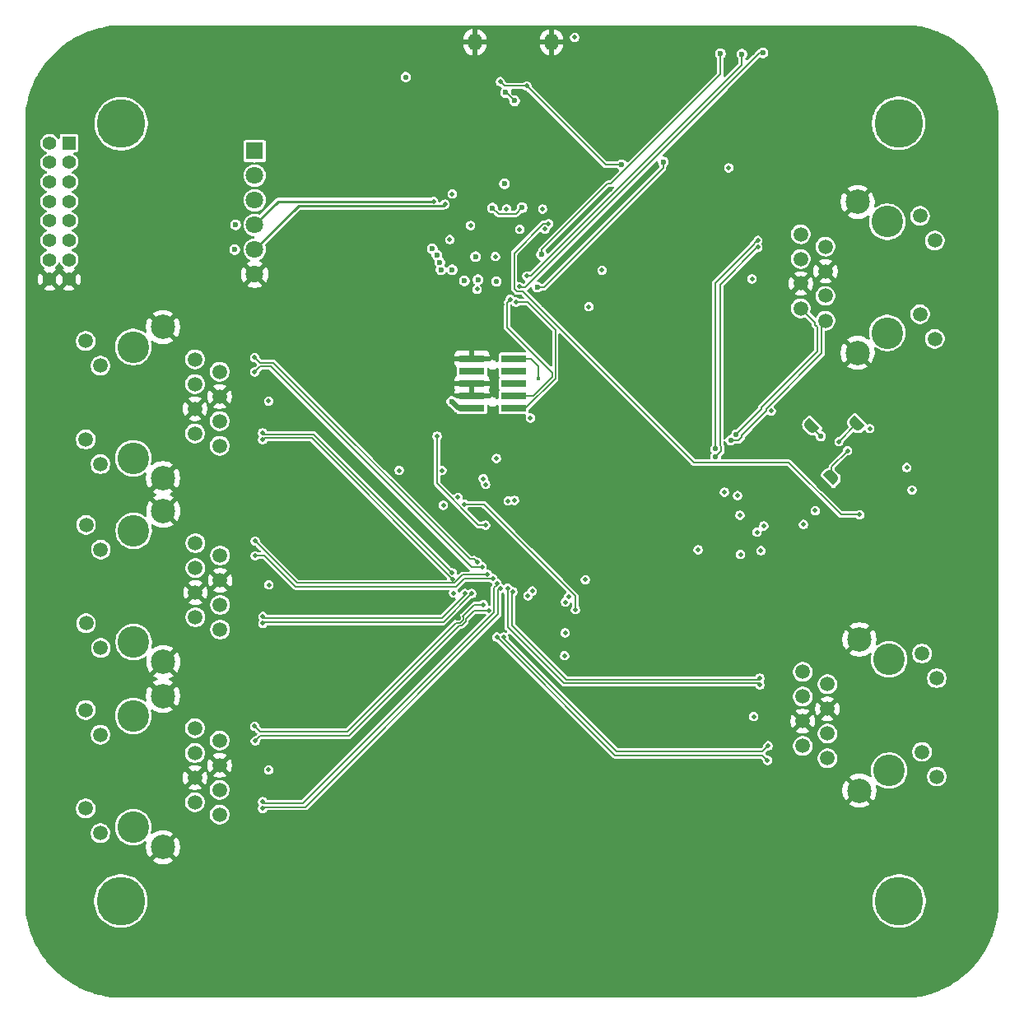
<source format=gbr>
%TF.GenerationSoftware,KiCad,Pcbnew,9.0.1*%
%TF.CreationDate,2025-06-03T17:56:09-07:00*%
%TF.ProjectId,peripheral_board,70657269-7068-4657-9261-6c5f626f6172,rev?*%
%TF.SameCoordinates,Original*%
%TF.FileFunction,Copper,L4,Bot*%
%TF.FilePolarity,Positive*%
%FSLAX46Y46*%
G04 Gerber Fmt 4.6, Leading zero omitted, Abs format (unit mm)*
G04 Created by KiCad (PCBNEW 9.0.1) date 2025-06-03 17:56:09*
%MOMM*%
%LPD*%
G01*
G04 APERTURE LIST*
G04 Aperture macros list*
%AMFreePoly0*
4,1,23,0.499999,-0.750000,0.000000,-0.750000,0.000000,-0.745722,-0.065263,-0.745722,-0.191342,-0.711940,-0.304381,-0.646677,-0.396677,-0.554382,-0.461940,-0.441342,-0.495722,-0.315263,-0.495722,-0.250000,-0.500000,-0.250000,-0.500000,0.250000,-0.495722,0.250000,-0.495722,0.315263,-0.461940,0.441342,-0.396677,0.554382,-0.304381,0.646677,-0.191342,0.711940,-0.065263,0.745722,0.000000,0.745722,
0.000000,0.750000,0.499999,0.750000,0.499999,-0.750000,0.499999,-0.750000,$1*%
%AMFreePoly1*
4,1,23,0.000000,0.745722,0.065263,0.745722,0.191342,0.711940,0.304381,0.646677,0.396677,0.554382,0.461940,0.441342,0.495722,0.315263,0.495722,0.250000,0.500000,0.250000,0.500000,-0.250000,0.495722,-0.250000,0.495722,-0.315263,0.461940,-0.441342,0.396677,-0.554382,0.304381,-0.646677,0.191342,-0.711940,0.065263,-0.745722,0.000000,-0.745722,0.000000,-0.750000,-0.499999,-0.750000,
-0.499999,0.750000,0.000000,0.750000,0.000000,0.745722,0.000000,0.745722,$1*%
G04 Aperture macros list end*
%TA.AperFunction,ComponentPad*%
%ADD10C,3.250000*%
%TD*%
%TA.AperFunction,ComponentPad*%
%ADD11C,1.520000*%
%TD*%
%TA.AperFunction,ComponentPad*%
%ADD12C,2.500000*%
%TD*%
%TA.AperFunction,ComponentPad*%
%ADD13C,5.000000*%
%TD*%
%TA.AperFunction,ComponentPad*%
%ADD14O,1.400000X1.800000*%
%TD*%
%TA.AperFunction,ComponentPad*%
%ADD15R,1.400000X1.400000*%
%TD*%
%TA.AperFunction,ComponentPad*%
%ADD16C,1.400000*%
%TD*%
%TA.AperFunction,ComponentPad*%
%ADD17R,1.800000X1.800000*%
%TD*%
%TA.AperFunction,ComponentPad*%
%ADD18C,1.800000*%
%TD*%
%TA.AperFunction,SMDPad,CuDef*%
%ADD19FreePoly0,225.000000*%
%TD*%
%TA.AperFunction,SMDPad,CuDef*%
%ADD20FreePoly1,225.000000*%
%TD*%
%TA.AperFunction,SMDPad,CuDef*%
%ADD21FreePoly0,45.000000*%
%TD*%
%TA.AperFunction,SMDPad,CuDef*%
%ADD22FreePoly1,45.000000*%
%TD*%
%TA.AperFunction,SMDPad,CuDef*%
%ADD23R,2.600000X0.760000*%
%TD*%
%TA.AperFunction,ViaPad*%
%ADD24C,0.460000*%
%TD*%
%TA.AperFunction,ViaPad*%
%ADD25C,0.600000*%
%TD*%
%TA.AperFunction,ViaPad*%
%ADD26C,0.560000*%
%TD*%
%TA.AperFunction,ViaPad*%
%ADD27C,0.400000*%
%TD*%
%TA.AperFunction,Conductor*%
%ADD28C,0.127000*%
%TD*%
%TA.AperFunction,Conductor*%
%ADD29C,0.254000*%
%TD*%
%TA.AperFunction,Conductor*%
%ADD30C,0.200000*%
%TD*%
%TA.AperFunction,Conductor*%
%ADD31C,0.150000*%
%TD*%
%TA.AperFunction,Conductor*%
%ADD32C,0.152400*%
%TD*%
%TA.AperFunction,Conductor*%
%ADD33C,0.508000*%
%TD*%
G04 APERTURE END LIST*
D10*
%TO.P,RJ3,*%
%TO.N,*%
X108050000Y-94192500D03*
X108050000Y-105632500D03*
D11*
%TO.P,RJ3,1,1*%
%TO.N,TX2+*%
X114400000Y-95462500D03*
%TO.P,RJ3,2,2*%
%TO.N,TX2-*%
X116940000Y-96732500D03*
%TO.P,RJ3,3,3*%
%TO.N,T2CT*%
X114400000Y-98012500D03*
%TO.P,RJ3,4,4*%
%TO.N,GND*%
X116940000Y-99282500D03*
%TO.P,RJ3,5,5*%
X114400000Y-100542500D03*
%TO.P,RJ3,6,6*%
%TO.N,R2CT*%
X116940000Y-101812500D03*
%TO.P,RJ3,7,7*%
%TO.N,Net-(C41-Pad2)*%
X114400000Y-103082500D03*
%TO.P,RJ3,8,8*%
%TO.N,Net-(C40-Pad2)*%
X116940000Y-104352500D03*
%TO.P,RJ3,9,LLED+*%
%TO.N,LED2_1*%
X104670000Y-96122500D03*
%TO.P,RJ3,10,LLED-*%
%TO.N,+3V3*%
X103150000Y-93582500D03*
%TO.P,RJ3,11,RLED+*%
%TO.N,LED2_0*%
X104670000Y-106242500D03*
%TO.P,RJ3,12,RLED-*%
%TO.N,+3V3*%
X103150000Y-103702500D03*
D12*
%TO.P,RJ3,13,GND*%
%TO.N,GND*%
X111100000Y-92142500D03*
%TO.P,RJ3,14,GND*%
X111100000Y-107682500D03*
%TD*%
D13*
%TO.P,H3,1*%
%TO.N,N/C*%
X186760192Y-132278569D03*
%TD*%
%TO.P,H4,1*%
%TO.N,N/C*%
X106735192Y-132278569D03*
%TD*%
%TO.P,H2,1*%
%TO.N,N/C*%
X186735192Y-52278569D03*
%TD*%
D10*
%TO.P,RJ5,*%
%TO.N,*%
X185750000Y-118857500D03*
X185750000Y-107417500D03*
D11*
%TO.P,RJ5,1,1*%
%TO.N,TX4+*%
X179400000Y-117587500D03*
%TO.P,RJ5,2,2*%
%TO.N,TX4-*%
X176860000Y-116317500D03*
%TO.P,RJ5,3,3*%
%TO.N,T4CT*%
X179400000Y-115037499D03*
%TO.P,RJ5,4,4*%
%TO.N,GND*%
X176860000Y-113767500D03*
%TO.P,RJ5,5,5*%
X179400000Y-112507500D03*
%TO.P,RJ5,6,6*%
%TO.N,R4CT*%
X176860000Y-111237500D03*
%TO.P,RJ5,7,7*%
%TO.N,Net-(C49-Pad2)*%
X179400000Y-109967500D03*
%TO.P,RJ5,8,8*%
%TO.N,Net-(C48-Pad2)*%
X176860000Y-108697500D03*
%TO.P,RJ5,9,LLED+*%
%TO.N,LED4_1*%
X189130000Y-116927500D03*
%TO.P,RJ5,10,LLED-*%
%TO.N,+3V3*%
X190650000Y-119467500D03*
%TO.P,RJ5,11,RLED+*%
%TO.N,LED4_0*%
X189129999Y-106807500D03*
%TO.P,RJ5,12,RLED-*%
%TO.N,+3V3*%
X190650000Y-109347500D03*
D12*
%TO.P,RJ5,13,GND*%
%TO.N,GND*%
X182700000Y-120907500D03*
%TO.P,RJ5,14,GND*%
X182700000Y-105367500D03*
%TD*%
D14*
%TO.P,J3,SH1,Shield*%
%TO.N,GND*%
X151025192Y-43903569D03*
X143125192Y-43903569D03*
%TD*%
D13*
%TO.P,H1,1*%
%TO.N,N/C*%
X106760192Y-52303569D03*
%TD*%
D10*
%TO.P,RJ1,*%
%TO.N,*%
X185560192Y-73836069D03*
X185560192Y-62396069D03*
D11*
%TO.P,RJ1,1,1*%
%TO.N,TX +*%
X179210192Y-72566069D03*
%TO.P,RJ1,2,2*%
%TO.N,TX -*%
X176670192Y-71296069D03*
%TO.P,RJ1,3,3*%
%TO.N,TCT*%
X179210192Y-70016069D03*
%TO.P,RJ1,4,4*%
%TO.N,GND*%
X176670192Y-68746069D03*
%TO.P,RJ1,5,5*%
X179210192Y-67486069D03*
%TO.P,RJ1,6,6*%
%TO.N,RCT*%
X176670192Y-66216069D03*
%TO.P,RJ1,7,7*%
%TO.N,Net-(C32-Pad2)*%
X179210192Y-64946069D03*
%TO.P,RJ1,8,8*%
%TO.N,Net-(C33-Pad2)*%
X176670192Y-63676069D03*
%TO.P,RJ1,9,LLED+*%
%TO.N,GREEN_LED*%
X188940192Y-71906069D03*
%TO.P,RJ1,10,LLED-*%
%TO.N,+3V3*%
X190460192Y-74446069D03*
%TO.P,RJ1,11,RLED+*%
%TO.N,YELLOW_LED*%
X188940192Y-61786069D03*
%TO.P,RJ1,12,RLED-*%
%TO.N,+3V3*%
X190460192Y-64326069D03*
D12*
%TO.P,RJ1,13,GND*%
%TO.N,GND*%
X182510192Y-75886069D03*
%TO.P,RJ1,14,GND*%
X182510192Y-60346069D03*
%TD*%
D10*
%TO.P,RJ4,*%
%TO.N,*%
X108010000Y-113230000D03*
X108010000Y-124670000D03*
D11*
%TO.P,RJ4,1,1*%
%TO.N,TX3+*%
X114360000Y-114500000D03*
%TO.P,RJ4,2,2*%
%TO.N,TX3-*%
X116900000Y-115770000D03*
%TO.P,RJ4,3,3*%
%TO.N,T3CT*%
X114360000Y-117050001D03*
%TO.P,RJ4,4,4*%
%TO.N,GND*%
X116900000Y-118320000D03*
%TO.P,RJ4,5,5*%
X114360000Y-119580000D03*
%TO.P,RJ4,6,6*%
%TO.N,R3CT*%
X116900000Y-120850000D03*
%TO.P,RJ4,7,7*%
%TO.N,Net-(C45-Pad2)*%
X114360000Y-122120000D03*
%TO.P,RJ4,8,8*%
%TO.N,Net-(C44-Pad2)*%
X116900000Y-123390000D03*
%TO.P,RJ4,9,LLED+*%
%TO.N,LED3_1*%
X104630000Y-115160000D03*
%TO.P,RJ4,10,LLED-*%
%TO.N,+3V3*%
X103110000Y-112620000D03*
%TO.P,RJ4,11,RLED+*%
%TO.N,LED3_0*%
X104630001Y-125280000D03*
%TO.P,RJ4,12,RLED-*%
%TO.N,+3V3*%
X103110000Y-122740000D03*
D12*
%TO.P,RJ4,13,GND*%
%TO.N,GND*%
X111060000Y-111180000D03*
%TO.P,RJ4,14,GND*%
X111060000Y-126720000D03*
%TD*%
D15*
%TO.P,CN1,1,1*%
%TO.N,+3V3*%
X101400000Y-54300000D03*
D16*
%TO.P,CN1,2,2*%
X99400000Y-54300000D03*
%TO.P,CN1,3,3*%
%TO.N,UART1_TX*%
X101400000Y-56300000D03*
%TO.P,CN1,4,4*%
%TO.N,unconnected-(CN1-Pad4)*%
X99400000Y-56300000D03*
%TO.P,CN1,5,5*%
%TO.N,UART1_RX*%
X101400000Y-58300000D03*
%TO.P,CN1,6,6*%
%TO.N,unconnected-(CN1-Pad6)*%
X99400000Y-58300000D03*
%TO.P,CN1,7,7*%
%TO.N,UART1_CTS*%
X101400000Y-60300000D03*
%TO.P,CN1,8,8*%
%TO.N,SPI1_RX*%
X99400000Y-60300000D03*
%TO.P,CN1,9,9*%
%TO.N,UART1_RTS*%
X101400000Y-62300000D03*
%TO.P,CN1,10,10*%
%TO.N,SPI1_SCK*%
X99400000Y-62300000D03*
%TO.P,CN1,11,11*%
%TO.N,unconnected-(CN1-Pad11)*%
X101400000Y-64300000D03*
%TO.P,CN1,12,12*%
%TO.N,SPI1_CS1*%
X99400000Y-64300000D03*
%TO.P,CN1,13,13*%
%TO.N,unconnected-(CN1-Pad13)*%
X101400000Y-66300000D03*
%TO.P,CN1,14,14*%
%TO.N,SPI1_TX*%
X99400000Y-66300000D03*
%TO.P,CN1,15,15*%
%TO.N,GND*%
X101400000Y-68300000D03*
%TO.P,CN1,16,16*%
X99400000Y-68300000D03*
%TD*%
D10*
%TO.P,RJ2,*%
%TO.N,*%
X108010000Y-75280000D03*
X108010000Y-86720000D03*
D11*
%TO.P,RJ2,1,1*%
%TO.N,TX1+*%
X114360000Y-76550000D03*
%TO.P,RJ2,2,2*%
%TO.N,TX1-*%
X116900000Y-77820000D03*
%TO.P,RJ2,3,3*%
%TO.N,T1CT*%
X114360000Y-79100000D03*
%TO.P,RJ2,4,4*%
%TO.N,GND*%
X116900000Y-80370000D03*
%TO.P,RJ2,5,5*%
X114360000Y-81630000D03*
%TO.P,RJ2,6,6*%
%TO.N,R1CT*%
X116900000Y-82900000D03*
%TO.P,RJ2,7,7*%
%TO.N,Net-(C37-Pad2)*%
X114360000Y-84170000D03*
%TO.P,RJ2,8,8*%
%TO.N,Net-(C36-Pad2)*%
X116900000Y-85440000D03*
%TO.P,RJ2,9,LLED+*%
%TO.N,LED1_1*%
X104630000Y-77210000D03*
%TO.P,RJ2,10,LLED-*%
%TO.N,+3V3*%
X103110000Y-74670000D03*
%TO.P,RJ2,11,RLED+*%
%TO.N,LED1_0*%
X104630000Y-87330000D03*
%TO.P,RJ2,12,RLED-*%
%TO.N,+3V3*%
X103110000Y-84790000D03*
D12*
%TO.P,RJ2,13,GND*%
%TO.N,GND*%
X111060000Y-73230000D03*
%TO.P,RJ2,14,GND*%
X111060000Y-88770000D03*
%TD*%
D17*
%TO.P,J2,1,Pin_1*%
%TO.N,+3V3*%
X120500000Y-55100000D03*
D18*
%TO.P,J2,2,Pin_2*%
%TO.N,SDA1*%
X120500000Y-57640000D03*
%TO.P,J2,3,Pin_3*%
%TO.N,SCL1*%
X120500000Y-60179999D03*
%TO.P,J2,4,Pin_4*%
%TO.N,RX*%
X120500000Y-62720001D03*
%TO.P,J2,5,Pin_5*%
%TO.N,TX*%
X120500000Y-65260000D03*
%TO.P,J2,6,Pin_6*%
%TO.N,GND*%
X120500000Y-67800000D03*
%TD*%
D19*
%TO.P,JP3,1,A*%
%TO.N,GND*%
X183304250Y-82306954D03*
D20*
%TO.P,JP3,2,B*%
%TO.N,Net-(JP3-B)*%
X182385012Y-83226192D03*
%TD*%
D19*
%TO.P,JP2,1,A*%
%TO.N,GND*%
X178655023Y-82536763D03*
D20*
%TO.P,JP2,2,B*%
%TO.N,Net-(JP2-B)*%
X177735785Y-83456001D03*
%TD*%
D21*
%TO.P,JP4,1,A*%
%TO.N,GND*%
X178920188Y-89554798D03*
D22*
%TO.P,JP4,2,B*%
%TO.N,Net-(JP4-B)*%
X179839426Y-88635560D03*
%TD*%
D23*
%TO.P,J4,1,VTref*%
%TO.N,+3V3*%
X142835192Y-81568569D03*
%TO.P,J4,2,SWDIO/TMS*%
%TO.N,SWDIO*%
X147135192Y-81568569D03*
%TO.P,J4,3,GND*%
%TO.N,GND*%
X142835192Y-80298569D03*
%TO.P,J4,4,SWCLK/TCK*%
%TO.N,SWCLK*%
X147135192Y-80298569D03*
%TO.P,J4,5,GND*%
%TO.N,GND*%
X142835192Y-79028569D03*
%TO.P,J4,6,SWO/TDO*%
%TO.N,unconnected-(J4-SWO{slash}TDO-Pad6)*%
X147135192Y-79028569D03*
%TO.P,J4,7,KEY*%
%TO.N,unconnected-(J4-KEY-Pad7)*%
X142835192Y-77758569D03*
%TO.P,J4,8,NC/TDI*%
%TO.N,unconnected-(J4-NC{slash}TDI-Pad8)*%
X147135192Y-77758569D03*
%TO.P,J4,9,GNDDetect*%
%TO.N,GND*%
X142835192Y-76488569D03*
%TO.P,J4,10,~{RESET}*%
%TO.N,~{RESET}*%
X147135192Y-76488569D03*
%TD*%
D24*
%TO.N,GNDA*%
X121925000Y-80835000D03*
X168816959Y-90203833D03*
X173625285Y-81859973D03*
X121925001Y-118784999D03*
X171835000Y-113302500D03*
X170407948Y-92572641D03*
X166110192Y-96128569D03*
X121965000Y-99747500D03*
X170460192Y-96628569D03*
X170160461Y-90557386D03*
X171645192Y-68281069D03*
%TO.N,GND*%
X137960192Y-59403569D03*
X172988889Y-92890839D03*
D25*
X138100000Y-98650000D03*
X112650000Y-63900000D03*
X154760192Y-90328569D03*
D24*
X145925000Y-70900000D03*
D25*
X134660192Y-94278569D03*
D24*
X143450000Y-70950000D03*
X147527348Y-90171713D03*
X176913331Y-78854769D03*
X156710192Y-91828569D03*
D25*
X171708897Y-45023705D03*
D24*
X155160192Y-101228569D03*
D26*
X123925192Y-49853569D03*
D24*
X151628568Y-93990092D03*
D26*
X142400192Y-71978569D03*
D25*
X167050000Y-58650000D03*
X143375192Y-55053569D03*
D26*
X155972692Y-46428569D03*
D25*
X148925192Y-59753569D03*
D26*
X126875192Y-56103569D03*
D24*
X149613315Y-99611589D03*
D25*
X148475192Y-58603569D03*
D24*
X147800000Y-71700000D03*
X148022321Y-101344002D03*
D25*
X138691110Y-88732515D03*
X138225192Y-47503569D03*
D24*
X183842977Y-93986853D03*
X142789734Y-95050754D03*
X151010192Y-59328569D03*
X151535192Y-67103569D03*
X138235192Y-64328569D03*
X144769632Y-93070854D03*
X135560192Y-84728569D03*
X151381080Y-97985243D03*
X162760192Y-68828569D03*
X142825090Y-96571030D03*
X153510192Y-103728569D03*
X145225192Y-63573569D03*
X148046882Y-47712558D03*
D25*
X135225192Y-53353569D03*
X136260192Y-95628569D03*
D24*
X154260192Y-64028569D03*
X138085192Y-62028569D03*
X159010192Y-96578569D03*
X146950000Y-92350000D03*
D25*
X141460192Y-103178569D03*
D26*
X157022692Y-59028569D03*
D24*
%TO.N,+1V1*%
X145260192Y-65978569D03*
X142710192Y-62778569D03*
D26*
X145368692Y-68518569D03*
D24*
X147760192Y-63178569D03*
X146410192Y-61078569D03*
X150360192Y-63153569D03*
D25*
X146182519Y-58496242D03*
%TO.N,D-*%
X146325192Y-49103569D03*
X147225192Y-49953569D03*
%TO.N,SPI1_RX*%
X140810192Y-67328569D03*
%TO.N,UART1_RTS*%
X139678573Y-67350522D03*
%TO.N,SPI1_TX*%
X143461692Y-68344544D03*
%TO.N,UART1_CTS*%
X139528988Y-66564629D03*
%TO.N,UART1_TX*%
X138760192Y-65178569D03*
%TO.N,UART1_RX*%
X139240194Y-65818571D03*
%TO.N,SPI1_CS1*%
X142060192Y-68478569D03*
%TO.N,SPI1_SCK*%
X143210192Y-65978569D03*
D24*
%TO.N,RX*%
X138900000Y-60300000D03*
D25*
X118550000Y-62700000D03*
%TO.N,TX*%
X118450000Y-65250000D03*
D24*
X140085192Y-60578569D03*
D26*
%TO.N,Net-(JP2-B)*%
X178725735Y-84445951D03*
D24*
%TO.N,Net-(JP3-B)*%
X180590286Y-85006598D03*
%TO.N,LED1_0*%
X144260192Y-89428569D03*
%TO.N,LED1_1*%
X144000204Y-88821931D03*
%TO.N,LED2_0*%
X146558805Y-91104327D03*
%TO.N,LED2_1*%
X147217042Y-91056076D03*
%TO.N,LED3_0*%
X149060192Y-100378569D03*
D26*
%TO.N,TX -*%
X170020614Y-84286924D03*
%TO.N,TX +*%
X169447858Y-84859680D03*
D25*
%TO.N,SPI0_CSO*%
X162510192Y-56228569D03*
X149560192Y-69128569D03*
D24*
%TO.N,YELLOW_LED*%
X172860192Y-93678569D03*
%TO.N,GREEN_LED*%
X172166802Y-94335179D03*
%TO.N,LED3_1*%
X148610192Y-100878569D03*
%TO.N,LED4_1*%
X152460192Y-101528569D03*
%TO.N,LED4_0*%
X152810192Y-100928569D03*
%TO.N,SPI0_MOSI*%
X178150768Y-92113021D03*
D25*
X168410192Y-45100000D03*
X150010192Y-65778569D03*
%TO.N,SPI0_SCK*%
X170610192Y-45150000D03*
D24*
X148485192Y-67978569D03*
X176948687Y-93527235D03*
D25*
%TO.N,SPI0_MISO*%
X172775000Y-45025000D03*
D24*
X188110192Y-89978569D03*
X147684692Y-69083098D03*
%TO.N,Net-(JP4-B)*%
X181474171Y-85961193D03*
%TO.N,SPI0_CS1*%
X182710192Y-92528569D03*
X150717093Y-62598389D03*
D26*
%TO.N,RX +*%
X167901687Y-86577528D03*
D24*
X172260192Y-65016069D03*
%TO.N,RX -*%
X172260192Y-64316069D03*
D26*
X167901687Y-85767526D03*
D24*
%TO.N,SWDIO*%
X147379391Y-70657168D03*
%TO.N,SWCLK*%
X146786249Y-70367710D03*
%TO.N,+3V3*%
X187560192Y-87678569D03*
D26*
X136025192Y-47503569D03*
D24*
X145360192Y-86728569D03*
X154860192Y-71128569D03*
X183760192Y-83678569D03*
X143368481Y-69336857D03*
D25*
X148010192Y-60943571D03*
D24*
X139908285Y-91560787D03*
X156210192Y-67378569D03*
D25*
X140760192Y-80878569D03*
D24*
X169250000Y-56850000D03*
X140560192Y-64228569D03*
X140950000Y-100600000D03*
X140810192Y-59528569D03*
X153410192Y-43428569D03*
X139759198Y-87978569D03*
X172560192Y-96228569D03*
X148860192Y-82578569D03*
D25*
X144960192Y-60978569D03*
D24*
X152372970Y-107041347D03*
X150110192Y-61078569D03*
X135360192Y-87978569D03*
X141397566Y-90750068D03*
X154510192Y-99228569D03*
X152423922Y-104692299D03*
%TO.N,1.2D*%
X153486234Y-102302527D03*
X142092281Y-91446480D03*
%TO.N,RST_N*%
X144239304Y-93601182D03*
X139254198Y-84444149D03*
%TO.N,RX1-*%
X121310000Y-84800000D03*
X140873743Y-99160958D03*
D25*
%TO.N,VBUS*%
X158260192Y-56528569D03*
D24*
X145760192Y-47978569D03*
X148485192Y-48428569D03*
D27*
%TO.N,~{RESET}*%
X149650000Y-78550000D03*
D24*
%TO.N,RX1+*%
X140806537Y-98504386D03*
X121310000Y-84100000D03*
%TO.N,RX2-*%
X142820910Y-100636480D03*
X121350000Y-103712500D03*
%TO.N,RX2+*%
X121350000Y-103012500D03*
X142110910Y-100636480D03*
%TO.N,RX3+*%
X121310000Y-122050000D03*
X145406232Y-99590581D03*
%TO.N,RX4-*%
X147048545Y-100460379D03*
X172450000Y-109337500D03*
%TO.N,RX4+*%
X172450000Y-110037500D03*
X146510192Y-100078569D03*
%TO.N,TX1+*%
X143410192Y-97428569D03*
X120500000Y-76350000D03*
%TO.N,TX1-*%
X120500000Y-77850000D03*
X143876884Y-97895261D03*
%TO.N,TX2+*%
X120545000Y-95250000D03*
X144460192Y-98678569D03*
%TO.N,TX2-*%
X120545000Y-96750000D03*
X144976630Y-99089537D03*
%TO.N,TX3+*%
X120500000Y-114300000D03*
X144010192Y-101778569D03*
%TO.N,TX3-*%
X144560192Y-102378569D03*
X120550000Y-115800000D03*
%TO.N,TX4+*%
X173250000Y-117800000D03*
X145405192Y-105128569D03*
%TO.N,TX4-*%
X173300000Y-116300000D03*
X146115192Y-105128569D03*
%TO.N,RX3-*%
X121310001Y-122749999D03*
X145776535Y-100136914D03*
%TD*%
D28*
%TO.N,GND*%
X143428761Y-70950000D02*
X143450000Y-70950000D01*
X142400192Y-71978569D02*
X143428761Y-70950000D01*
%TO.N,D-*%
X146375192Y-49103569D02*
X147225192Y-49953569D01*
X146325192Y-49103569D02*
X146375192Y-49103569D01*
D29*
%TO.N,RX*%
X122920001Y-60300000D02*
X120500000Y-62720001D01*
X138900000Y-60300000D02*
X122920001Y-60300000D01*
%TO.N,TX*%
X120500000Y-65260000D02*
X125002000Y-60758000D01*
X139905761Y-60758000D02*
X140085192Y-60578569D01*
X125002000Y-60758000D02*
X139905761Y-60758000D01*
D28*
X140085192Y-60578569D02*
X140085192Y-60727898D01*
%TO.N,Net-(JP2-B)*%
X177735786Y-83456003D02*
X178725735Y-84445951D01*
%TO.N,Net-(JP3-B)*%
X182385013Y-83226193D02*
X180604608Y-85006598D01*
X180604608Y-85006598D02*
X180590286Y-85006598D01*
D30*
%TO.N,TX -*%
X178350191Y-75747751D02*
X178350191Y-73206549D01*
X178149192Y-72775069D02*
X176670192Y-71296069D01*
X172644305Y-81453637D02*
X178350191Y-75747751D01*
X178149192Y-73005550D02*
X178149192Y-72775069D01*
X170020614Y-84286924D02*
X172644305Y-81663233D01*
X172644305Y-81663233D02*
X172644305Y-81453637D01*
X178350191Y-73206549D02*
X178149192Y-73005550D01*
%TO.N,TX +*%
X169779955Y-84867924D02*
X170261273Y-84867924D01*
X173094285Y-81849649D02*
X173094285Y-81640025D01*
X169771711Y-84859680D02*
X169779955Y-84867924D01*
X178800193Y-72976068D02*
X179210192Y-72566069D01*
X178800193Y-75934117D02*
X178800193Y-72976068D01*
X169447858Y-84859680D02*
X169771711Y-84859680D01*
X170261273Y-84867924D02*
X170601614Y-84527583D01*
X173094285Y-81640025D02*
X178800193Y-75934117D01*
X170601614Y-84342320D02*
X173094285Y-81849649D01*
X170601614Y-84527583D02*
X170601614Y-84342320D01*
D31*
%TO.N,SPI0_CSO*%
X150225785Y-69128569D02*
X149560192Y-69128569D01*
X162510192Y-56228569D02*
X162510192Y-56844162D01*
X162510192Y-56844162D02*
X150225785Y-69128569D01*
%TO.N,SPI0_MOSI*%
X157130780Y-58472569D02*
X156792389Y-58472569D01*
X168410192Y-45100000D02*
X168410192Y-47193157D01*
X156792389Y-58472569D02*
X150010192Y-65254766D01*
X150010192Y-65254766D02*
X150010192Y-65778569D01*
X168410192Y-47193157D02*
X157130780Y-58472569D01*
D30*
%TO.N,SPI0_SCK*%
X170610192Y-46262417D02*
X148894040Y-67978569D01*
X148894040Y-67978569D02*
X148485192Y-67978569D01*
X170610192Y-45150000D02*
X170610192Y-46262417D01*
%TO.N,SPI0_MISO*%
X148330140Y-69109569D02*
X147711163Y-69109569D01*
X172775000Y-45025000D02*
X172414709Y-45025000D01*
X172414709Y-45025000D02*
X148330140Y-69109569D01*
X147711163Y-69109569D02*
X147684692Y-69083098D01*
D28*
%TO.N,Net-(JP4-B)*%
X179839430Y-88635559D02*
X179839430Y-87595934D01*
X179839430Y-87595934D02*
X181474171Y-85961193D01*
D32*
%TO.N,SPI0_CS1*%
X147177492Y-65618979D02*
X150198082Y-62598389D01*
X182710192Y-92528569D02*
X180787761Y-92528569D01*
X148101840Y-69590298D02*
X147474602Y-69590298D01*
X175393920Y-87134728D02*
X165646270Y-87134728D01*
X165646270Y-87134728D02*
X148101840Y-69590298D01*
X147474602Y-69590298D02*
X147177492Y-69293188D01*
X150198082Y-62598389D02*
X150717093Y-62598389D01*
X147177492Y-69293188D02*
X147177492Y-65618979D01*
X180787761Y-92528569D02*
X175393920Y-87134728D01*
D30*
%TO.N,RX +*%
X168142346Y-86348526D02*
X168482687Y-86008185D01*
X168351687Y-85395867D02*
X168351687Y-68860971D01*
X172196589Y-65016069D02*
X172260192Y-65016069D01*
X168130689Y-86348526D02*
X168142346Y-86348526D01*
X168482687Y-85526867D02*
X168351687Y-85395867D01*
X167901687Y-86577528D02*
X168130689Y-86348526D01*
X168482687Y-86008185D02*
X168482687Y-85526867D01*
X168351687Y-68860971D02*
X172196589Y-65016069D01*
%TO.N,RX -*%
X167901687Y-85767526D02*
X167901687Y-68674574D01*
X172040244Y-64485069D02*
X172091192Y-64485069D01*
X172091192Y-64485069D02*
X172260192Y-64316069D01*
X167901687Y-68674574D02*
X171729192Y-64847069D01*
X171729192Y-64796121D02*
X172040244Y-64485069D01*
X171729192Y-64847069D02*
X171729192Y-64796121D01*
D28*
%TO.N,SWDIO*%
X147379391Y-70657168D02*
X148571875Y-70657168D01*
X151427692Y-73512985D02*
X151427692Y-78498255D01*
X148571875Y-70657168D02*
X151427692Y-73512985D01*
X148357378Y-81568569D02*
X147135192Y-81568569D01*
X151427692Y-78498255D02*
X148357378Y-81568569D01*
%TO.N,SWCLK*%
X146450000Y-73245053D02*
X151099692Y-77894745D01*
X151099692Y-78362393D02*
X149163516Y-80298569D01*
X149163516Y-80298569D02*
X147135192Y-80298569D01*
X151099692Y-77894745D02*
X151099692Y-78362393D01*
X146450000Y-70703959D02*
X146450000Y-73245053D01*
X146786249Y-70367710D02*
X146450000Y-70703959D01*
D32*
%TO.N,+3V3*%
X147367994Y-61585769D02*
X148010192Y-60943571D01*
X144960192Y-60978569D02*
X145567392Y-61585769D01*
D33*
X141450192Y-81568569D02*
X140760192Y-80878569D01*
D32*
X145567392Y-61585769D02*
X147367994Y-61585769D01*
D33*
X142835192Y-81568569D02*
X141450192Y-81568569D01*
D32*
%TO.N,1.2D*%
X142092281Y-91446480D02*
X144045393Y-91446480D01*
X153486234Y-100887321D02*
X153486234Y-102302527D01*
X144045393Y-91446480D02*
X153486234Y-100887321D01*
D31*
%TO.N,RST_N*%
X139254198Y-88481015D02*
X139267110Y-88493927D01*
X139254198Y-89322575D02*
X143532805Y-93601182D01*
X143532805Y-93601182D02*
X144239304Y-93601182D01*
X139267110Y-88971103D02*
X139254198Y-88984015D01*
X139254198Y-84444149D02*
X139254198Y-88481015D01*
X139267110Y-88493927D02*
X139267110Y-88971103D01*
X139254198Y-88984015D02*
X139254198Y-89322575D01*
D32*
%TO.N,RX1-*%
X126363985Y-84651200D02*
X140873743Y-99160958D01*
X121458800Y-84651200D02*
X126363985Y-84651200D01*
X121310000Y-84800000D02*
X121458800Y-84651200D01*
%TO.N,VBUS*%
X146210192Y-48428569D02*
X148485192Y-48428569D01*
D30*
X156585192Y-56528569D02*
X158260192Y-56528569D01*
D32*
X145760192Y-47978569D02*
X146210192Y-48428569D01*
D30*
X148485192Y-48428569D02*
X156585192Y-56528569D01*
D28*
%TO.N,~{RESET}*%
X149675000Y-77268377D02*
X148895192Y-76488569D01*
X148895192Y-76488569D02*
X147135192Y-76488569D01*
X149650000Y-78550000D02*
X149675000Y-78525000D01*
X149675000Y-78525000D02*
X149675000Y-77268377D01*
D32*
%TO.N,RX1+*%
X121458800Y-84248800D02*
X126530665Y-84248800D01*
X126530665Y-84248800D02*
X140786251Y-98504386D01*
D30*
X140806537Y-98504386D02*
X140736855Y-98574068D01*
D32*
X140786251Y-98504386D02*
X140806537Y-98504386D01*
X121310000Y-84100000D02*
X121458800Y-84248800D01*
%TO.N,RX2-*%
X121350000Y-103712500D02*
X121498800Y-103563700D01*
X139893690Y-103563700D02*
X142820910Y-100636480D01*
X121498800Y-103563700D02*
X139893690Y-103563700D01*
%TO.N,RX2+*%
X121498800Y-103161300D02*
X139727010Y-103161300D01*
X139727010Y-103161300D02*
X142110910Y-100777400D01*
D30*
X142110910Y-100636480D02*
X142110910Y-100710083D01*
D32*
X121350000Y-103012500D02*
X121498800Y-103161300D01*
X142110910Y-100777400D02*
X142110910Y-100636480D01*
%TO.N,RX3+*%
X125490909Y-122198800D02*
X145091192Y-102598517D01*
X121310000Y-122050000D02*
X121458800Y-122198800D01*
X145406232Y-99756269D02*
X145406232Y-99590581D01*
X121458800Y-122198800D02*
X125490909Y-122198800D01*
X145091192Y-102598517D02*
X145091192Y-100071309D01*
X145091192Y-100071309D02*
X145406232Y-99756269D01*
%TO.N,RX4-*%
X172450000Y-109337500D02*
X172301200Y-109486300D01*
X172301200Y-109486300D02*
X152530423Y-109486300D01*
D30*
X146960193Y-100548731D02*
X146960193Y-103916070D01*
X147048545Y-100460379D02*
X146960193Y-100548731D01*
D32*
X152530423Y-109486300D02*
X146960193Y-103916070D01*
D30*
%TO.N,RX4+*%
X172386397Y-110037500D02*
X172450000Y-110037500D01*
D32*
X152296426Y-109888700D02*
X146510192Y-104102466D01*
X172450000Y-110037500D02*
X172301200Y-109888700D01*
X172301200Y-109888700D02*
X152296426Y-109888700D01*
D30*
X146510192Y-100078569D02*
X146510192Y-104102466D01*
D31*
%TO.N,TX1+*%
X121050000Y-76900000D02*
X122403112Y-76900000D01*
X142605142Y-97102030D02*
X143045038Y-97102030D01*
X122403112Y-76900000D02*
X142605142Y-97102030D01*
X120500000Y-76350000D02*
X121050000Y-76900000D01*
X143064345Y-97082722D02*
X143410192Y-97428569D01*
X143045038Y-97102030D02*
X143064345Y-97082722D01*
%TO.N,TX1-*%
X143630140Y-97959569D02*
X143694448Y-97895261D01*
X121050000Y-77300000D02*
X122166744Y-77300000D01*
X143694448Y-97895261D02*
X143876884Y-97895261D01*
X120500000Y-77850000D02*
X121050000Y-77300000D01*
X122166744Y-77300000D02*
X142826313Y-97959569D01*
X142826313Y-97959569D02*
X143630140Y-97959569D01*
D28*
%TO.N,TX2+*%
X124850458Y-99555458D02*
X120545000Y-95250000D01*
D31*
X144460192Y-98771338D02*
X144460192Y-98678569D01*
D28*
X141037151Y-99555458D02*
X124850458Y-99555458D01*
X144460192Y-98678569D02*
X144426224Y-98712537D01*
X141880072Y-98712537D02*
X141037151Y-99555458D01*
X144426224Y-98712537D02*
X141880072Y-98712537D01*
%TO.N,TX2-*%
X121511841Y-96750000D02*
X120545000Y-96750000D01*
X144976630Y-99089537D02*
X142036202Y-99089537D01*
X142036202Y-99089537D02*
X141193301Y-99932438D01*
X141193301Y-99932438D02*
X124694279Y-99932438D01*
X124694279Y-99932438D02*
X121511841Y-96750000D01*
D31*
%TO.N,TX3+*%
X141936192Y-103375735D02*
X141936192Y-102981403D01*
X141936192Y-102981403D02*
X141919552Y-102964762D01*
X130009314Y-114875000D02*
X141246386Y-103637928D01*
X143105745Y-101778569D02*
X144010192Y-101778569D01*
X141263026Y-103654569D02*
X141657358Y-103654569D01*
X120500000Y-114300000D02*
X121075000Y-114875000D01*
X141657358Y-103654569D02*
X141936192Y-103375735D01*
X141919552Y-102964762D02*
X143105745Y-101778569D01*
X121075000Y-114875000D02*
X130009314Y-114875000D01*
X141246386Y-103637928D02*
X141263026Y-103654569D01*
%TO.N,TX3-*%
X143071431Y-102378569D02*
X144560192Y-102378569D01*
X142187192Y-103262808D02*
X143071431Y-102378569D01*
X141761326Y-103905569D02*
X142187192Y-103479703D01*
X142187192Y-103479703D02*
X142187192Y-103262808D01*
X121075000Y-115275000D02*
X130175000Y-115275000D01*
X130175000Y-115275000D02*
X141544431Y-103905569D01*
X141544431Y-103905569D02*
X141761326Y-103905569D01*
X120550000Y-115800000D02*
X121075000Y-115275000D01*
D32*
%TO.N,TX4+*%
X172726200Y-117276200D02*
X157552823Y-117276200D01*
D30*
X178990001Y-117997499D02*
X179400000Y-117587500D01*
D32*
X173250000Y-117800000D02*
X172726200Y-117276200D01*
X157552823Y-117276200D02*
X145405192Y-105128569D01*
%TO.N,TX4-*%
X173300000Y-116300000D02*
X172726200Y-116873800D01*
X157719503Y-116873800D02*
X146115192Y-105269489D01*
X172726200Y-116873800D02*
X157719503Y-116873800D01*
X146115192Y-105269489D02*
X146115192Y-105128569D01*
%TO.N,RX3-*%
X121310001Y-122749999D02*
X121458800Y-122601200D01*
X145541172Y-102784905D02*
X145541172Y-100320173D01*
X145541172Y-100320173D02*
X145724431Y-100136914D01*
X125724877Y-122601200D02*
X145541172Y-102784905D01*
X145724431Y-100136914D02*
X145776535Y-100136914D01*
X121458800Y-122601200D02*
X125724877Y-122601200D01*
%TD*%
%TA.AperFunction,Conductor*%
%TO.N,GND*%
G36*
X146908426Y-70893584D02*
G01*
X146911468Y-70893294D01*
X146939997Y-70908002D01*
X146969203Y-70921340D01*
X146971674Y-70924333D01*
X146973571Y-70925311D01*
X146989761Y-70945899D01*
X146989949Y-70945756D01*
X146994894Y-70952201D01*
X146994895Y-70952202D01*
X147084357Y-71041664D01*
X147193925Y-71104923D01*
X147316132Y-71137668D01*
X147316134Y-71137668D01*
X147442648Y-71137668D01*
X147442650Y-71137668D01*
X147564857Y-71104923D01*
X147674425Y-71041664D01*
X147708602Y-71007487D01*
X147769925Y-70974002D01*
X147796283Y-70971168D01*
X148390450Y-70971168D01*
X148457489Y-70990853D01*
X148478131Y-71007487D01*
X151077373Y-73606729D01*
X151110858Y-73668052D01*
X151113692Y-73694410D01*
X151113692Y-77165320D01*
X151094007Y-77232359D01*
X151041203Y-77278114D01*
X150972045Y-77288058D01*
X150908489Y-77259033D01*
X150902011Y-77253001D01*
X146800319Y-73151309D01*
X146766834Y-73089986D01*
X146764000Y-73063628D01*
X146764000Y-71015053D01*
X146764860Y-71012122D01*
X146764140Y-71009152D01*
X146774644Y-70978803D01*
X146783685Y-70948014D01*
X146785993Y-70946014D01*
X146786993Y-70943125D01*
X146812238Y-70923272D01*
X146836489Y-70902259D01*
X146839512Y-70901824D01*
X146841915Y-70899935D01*
X146873874Y-70896883D01*
X146905647Y-70892315D01*
X146908426Y-70893584D01*
G37*
%TD.AperFunction*%
%TA.AperFunction,Conductor*%
G36*
X161879026Y-56158878D02*
G01*
X161934959Y-56200750D01*
X161959376Y-56266214D01*
X161959692Y-56275060D01*
X161959692Y-56301044D01*
X161997208Y-56441054D01*
X161997209Y-56441057D01*
X162069680Y-56566580D01*
X162069686Y-56566587D01*
X162110882Y-56607784D01*
X162144366Y-56669107D01*
X162139381Y-56738799D01*
X162110881Y-56783145D01*
X150139768Y-68754258D01*
X150078445Y-68787743D01*
X150008753Y-68782759D01*
X149964406Y-68754259D01*
X149932897Y-68722750D01*
X149898207Y-68688060D01*
X149898204Y-68688058D01*
X149898203Y-68688057D01*
X149772680Y-68615586D01*
X149772681Y-68615586D01*
X149749400Y-68609348D01*
X149632667Y-68578069D01*
X149632665Y-68578069D01*
X149624816Y-68575966D01*
X149625587Y-68573085D01*
X149574721Y-68550563D01*
X149536269Y-68492226D01*
X149535461Y-68422361D01*
X149567151Y-68368238D01*
X161748011Y-56187379D01*
X161809334Y-56153894D01*
X161879026Y-56158878D01*
G37*
%TD.AperFunction*%
%TA.AperFunction,Conductor*%
G36*
X157390033Y-58782437D02*
G01*
X157433228Y-58837355D01*
X157439875Y-58906908D01*
X157407864Y-58969013D01*
X157405795Y-58971131D01*
X150735835Y-65641091D01*
X150674512Y-65674576D01*
X150604820Y-65669592D01*
X150548887Y-65627720D01*
X150538888Y-65612035D01*
X150532097Y-65599378D01*
X150523176Y-65566084D01*
X150450701Y-65440554D01*
X150442460Y-65432313D01*
X150433812Y-65416194D01*
X150430241Y-65399182D01*
X150421912Y-65383927D01*
X150423215Y-65365700D01*
X150419462Y-65347814D01*
X150425656Y-65331573D01*
X150426896Y-65314235D01*
X150440110Y-65293673D01*
X150444360Y-65282531D01*
X150449892Y-65278452D01*
X150455397Y-65269888D01*
X156890897Y-58834388D01*
X156952220Y-58800903D01*
X156978578Y-58798069D01*
X157173631Y-58798069D01*
X157173633Y-58798069D01*
X157256419Y-58775887D01*
X157256423Y-58775884D01*
X157263933Y-58772775D01*
X157264457Y-58774041D01*
X157324004Y-58759590D01*
X157390033Y-58782437D01*
G37*
%TD.AperFunction*%
%TA.AperFunction,Conductor*%
G36*
X100463273Y-66586948D02*
G01*
X100510884Y-66638085D01*
X100514561Y-66646138D01*
X100557674Y-66750224D01*
X100557681Y-66750237D01*
X100661697Y-66905907D01*
X100661700Y-66905911D01*
X100794090Y-67038301D01*
X100799989Y-67042242D01*
X100808068Y-67047641D01*
X100852874Y-67101251D01*
X100861584Y-67170575D01*
X100831431Y-67233604D01*
X100795478Y-67261227D01*
X100771063Y-67273667D01*
X100745670Y-67292116D01*
X100745669Y-67292116D01*
X101353555Y-67900001D01*
X101347339Y-67900001D01*
X101245606Y-67927260D01*
X101154395Y-67979921D01*
X101079921Y-68054395D01*
X101027260Y-68145606D01*
X101000001Y-68247339D01*
X101000001Y-68253555D01*
X100400000Y-67653554D01*
X99799999Y-68253555D01*
X99799999Y-68247339D01*
X99772740Y-68145606D01*
X99720079Y-68054395D01*
X99645605Y-67979921D01*
X99554394Y-67927260D01*
X99452661Y-67900001D01*
X99446446Y-67900001D01*
X100054328Y-67292116D01*
X100028932Y-67273665D01*
X100004523Y-67261228D01*
X99953728Y-67213253D01*
X99936934Y-67145431D01*
X99959473Y-67079297D01*
X99991930Y-67047641D01*
X100005908Y-67038302D01*
X100138302Y-66905908D01*
X100242322Y-66750231D01*
X100285439Y-66646138D01*
X100329280Y-66591734D01*
X100395574Y-66569669D01*
X100463273Y-66586948D01*
G37*
%TD.AperFunction*%
%TA.AperFunction,Conductor*%
G36*
X188327896Y-42167706D02*
G01*
X188349038Y-42169524D01*
X188875336Y-42260639D01*
X188879272Y-42261386D01*
X189000400Y-42286432D01*
X189003502Y-42287118D01*
X189471772Y-42397345D01*
X189475948Y-42398406D01*
X189591294Y-42429865D01*
X189594187Y-42430692D01*
X190059642Y-42570065D01*
X190063982Y-42571455D01*
X190170437Y-42607753D01*
X190172972Y-42608649D01*
X190636616Y-42778259D01*
X190641195Y-42780040D01*
X190661131Y-42788258D01*
X190734830Y-42818637D01*
X190737053Y-42819579D01*
X191200387Y-43021209D01*
X191205181Y-43023418D01*
X191281540Y-43060617D01*
X191283204Y-43061445D01*
X191746954Y-43297140D01*
X191748841Y-43298099D01*
X191753806Y-43300766D01*
X191806368Y-43330560D01*
X191807862Y-43331421D01*
X192251841Y-43591538D01*
X192279859Y-43607953D01*
X192284892Y-43611066D01*
X192304543Y-43623886D01*
X192305653Y-43624620D01*
X192786688Y-43946510D01*
X192792675Y-43950781D01*
X193268571Y-44312174D01*
X193274316Y-44316813D01*
X193705646Y-44686988D01*
X193727756Y-44705963D01*
X193733228Y-44710951D01*
X194060358Y-45027525D01*
X194162616Y-45126484D01*
X194167784Y-45131793D01*
X194571590Y-45572229D01*
X194576431Y-45577837D01*
X194953203Y-46041592D01*
X194957701Y-46047479D01*
X195306116Y-46532925D01*
X195310253Y-46539070D01*
X195605405Y-47006967D01*
X195629040Y-47044434D01*
X195632799Y-47050807D01*
X195878889Y-47498069D01*
X195920855Y-47574341D01*
X195924231Y-47580937D01*
X196171768Y-48102341D01*
X196172380Y-48103649D01*
X196182952Y-48126604D01*
X196185316Y-48132080D01*
X196389289Y-48637633D01*
X196389941Y-48639281D01*
X196412430Y-48697401D01*
X196414344Y-48702704D01*
X196579894Y-49196095D01*
X196580543Y-49198085D01*
X196606720Y-49280700D01*
X196608217Y-49285801D01*
X196739581Y-49771824D01*
X196740165Y-49774071D01*
X196765175Y-49874321D01*
X196766279Y-49879162D01*
X196865985Y-50360598D01*
X196866511Y-50363285D01*
X196887245Y-50475863D01*
X196888004Y-50480472D01*
X196957632Y-50959101D01*
X196958036Y-50962136D01*
X196972593Y-51083092D01*
X196973036Y-51087418D01*
X197013531Y-51564365D01*
X197013772Y-51567739D01*
X197021003Y-51693538D01*
X197021168Y-51697561D01*
X197029536Y-52032944D01*
X197032434Y-52149101D01*
X197034652Y-52237974D01*
X197034690Y-52241563D01*
X197034492Y-52290929D01*
X197034692Y-52292784D01*
X197034692Y-132214222D01*
X197034637Y-132217915D01*
X197018569Y-132757219D01*
X197018385Y-132761228D01*
X197010506Y-132887826D01*
X197010250Y-132891189D01*
X196967777Y-133365251D01*
X196967315Y-133369562D01*
X196952105Y-133491277D01*
X196951690Y-133494299D01*
X196880331Y-133969919D01*
X196879553Y-133974510D01*
X196858153Y-134087939D01*
X196857618Y-134090616D01*
X196756449Y-134568807D01*
X196755321Y-134573656D01*
X196729626Y-134674859D01*
X196729010Y-134677187D01*
X196596485Y-135159671D01*
X196594974Y-135164748D01*
X196568070Y-135248510D01*
X196567414Y-135250493D01*
X196400969Y-135740209D01*
X196399040Y-135745489D01*
X196375773Y-135804953D01*
X196375118Y-135806592D01*
X196170571Y-136308197D01*
X196168196Y-136313645D01*
X196156737Y-136338296D01*
X196156121Y-136339601D01*
X195908223Y-136857053D01*
X195904835Y-136863615D01*
X195615968Y-137384506D01*
X195612196Y-137390856D01*
X195292821Y-137893640D01*
X195288677Y-137899753D01*
X194939944Y-138382622D01*
X194935443Y-138388478D01*
X194558589Y-138849720D01*
X194553748Y-138855298D01*
X194150083Y-139293306D01*
X194144919Y-139298585D01*
X193715922Y-139711758D01*
X193710452Y-139716721D01*
X193257585Y-140103649D01*
X193251829Y-140108277D01*
X192776747Y-140467544D01*
X192770726Y-140471821D01*
X192292695Y-140790439D01*
X192291488Y-140791234D01*
X192269454Y-140805552D01*
X192264397Y-140808668D01*
X191795778Y-141082191D01*
X191794247Y-141083071D01*
X191739465Y-141114009D01*
X191734509Y-141116661D01*
X191272207Y-141350776D01*
X191270337Y-141351703D01*
X191192137Y-141389664D01*
X191187322Y-141391876D01*
X190727253Y-141591395D01*
X190725035Y-141592331D01*
X190629547Y-141631557D01*
X190624905Y-141633356D01*
X190164676Y-141801157D01*
X190162100Y-141802064D01*
X190053878Y-141838843D01*
X190049443Y-141840258D01*
X189587537Y-141978125D01*
X189584604Y-141978962D01*
X189467399Y-142010827D01*
X189463195Y-142011891D01*
X188998600Y-142120911D01*
X188995306Y-142121637D01*
X188872390Y-142146974D01*
X188868447Y-142147720D01*
X188344858Y-142238093D01*
X188323768Y-142239900D01*
X107111704Y-142240566D01*
X107110079Y-142240089D01*
X107061883Y-142240551D01*
X107058478Y-142240537D01*
X106511492Y-142230758D01*
X106507427Y-142230619D01*
X106382009Y-142224257D01*
X106378574Y-142224035D01*
X105896211Y-142186118D01*
X105891851Y-142185697D01*
X105770966Y-142171884D01*
X105767861Y-142171490D01*
X105284111Y-142103806D01*
X105279477Y-142103068D01*
X105166264Y-142082834D01*
X105163496Y-142082307D01*
X104677566Y-141984018D01*
X104672680Y-141982926D01*
X104570897Y-141958023D01*
X104568472Y-141957404D01*
X104079009Y-141827120D01*
X104073900Y-141825642D01*
X103988093Y-141798813D01*
X103986007Y-141798140D01*
X103490782Y-141633636D01*
X103485480Y-141631740D01*
X103421732Y-141607298D01*
X103420015Y-141606625D01*
X102915188Y-141404242D01*
X102909726Y-141401899D01*
X102876856Y-141386855D01*
X102875437Y-141386195D01*
X102356557Y-141140747D01*
X102349869Y-141137332D01*
X101821715Y-140847145D01*
X101815246Y-140843331D01*
X101305635Y-140521712D01*
X101299409Y-140517514D01*
X100810193Y-140165634D01*
X100804233Y-140161067D01*
X100337212Y-139780219D01*
X100331539Y-139775299D01*
X99888435Y-139366890D01*
X99883070Y-139361636D01*
X99465485Y-138927138D01*
X99460466Y-138921589D01*
X99069946Y-138462610D01*
X99065257Y-138456749D01*
X99009555Y-138382622D01*
X98703241Y-137974982D01*
X98698915Y-137968847D01*
X98649227Y-137893640D01*
X98366719Y-137466045D01*
X98362777Y-137459664D01*
X98075271Y-136961330D01*
X98074497Y-136959970D01*
X98057649Y-136929897D01*
X98054884Y-136924671D01*
X97811239Y-136436246D01*
X97810554Y-136434847D01*
X97781751Y-136374851D01*
X97779451Y-136369768D01*
X97574426Y-135887731D01*
X97573606Y-135885755D01*
X97540629Y-135804256D01*
X97538773Y-135799372D01*
X97368388Y-135320118D01*
X97367655Y-135317989D01*
X97335156Y-135220375D01*
X97333671Y-135215596D01*
X97317528Y-135159671D01*
X97195593Y-134737250D01*
X97194904Y-134734759D01*
X97166029Y-134625471D01*
X97164931Y-134620972D01*
X97057659Y-134142281D01*
X97057021Y-134139256D01*
X97047403Y-134090616D01*
X97033824Y-134021944D01*
X97033056Y-134017656D01*
X97032754Y-134015784D01*
X96955679Y-133537837D01*
X96955181Y-133534448D01*
X96949845Y-133494299D01*
X96938943Y-133412269D01*
X96938489Y-133408365D01*
X96884530Y-132866867D01*
X96883920Y-132854576D01*
X96883924Y-132761228D01*
X96883946Y-132124097D01*
X103984692Y-132124097D01*
X103984692Y-132433040D01*
X104019278Y-132740006D01*
X104019281Y-132740024D01*
X104088023Y-133041204D01*
X104088027Y-133041216D01*
X104190054Y-133332791D01*
X104190060Y-133332805D01*
X104324095Y-133611131D01*
X104324097Y-133611134D01*
X104488457Y-133872712D01*
X104681072Y-134114243D01*
X104899518Y-134332689D01*
X105141049Y-134525304D01*
X105402627Y-134689664D01*
X105680963Y-134823704D01*
X105680969Y-134823706D01*
X105972544Y-134925733D01*
X105972556Y-134925737D01*
X106273740Y-134994480D01*
X106273746Y-134994480D01*
X106273754Y-134994482D01*
X106478398Y-135017539D01*
X106580721Y-135029068D01*
X106580724Y-135029069D01*
X106580727Y-135029069D01*
X106889660Y-135029069D01*
X106889661Y-135029068D01*
X107046548Y-135011391D01*
X107196629Y-134994482D01*
X107196634Y-134994481D01*
X107196644Y-134994480D01*
X107497828Y-134925737D01*
X107789421Y-134823704D01*
X108067757Y-134689664D01*
X108329335Y-134525304D01*
X108570866Y-134332689D01*
X108789312Y-134114243D01*
X108981927Y-133872712D01*
X109146287Y-133611134D01*
X109280327Y-133332798D01*
X109382360Y-133041205D01*
X109451103Y-132740021D01*
X109485692Y-132433034D01*
X109485692Y-132124104D01*
X109485691Y-132124097D01*
X184009692Y-132124097D01*
X184009692Y-132433040D01*
X184044278Y-132740006D01*
X184044281Y-132740024D01*
X184113023Y-133041204D01*
X184113027Y-133041216D01*
X184215054Y-133332791D01*
X184215060Y-133332805D01*
X184349095Y-133611131D01*
X184349097Y-133611134D01*
X184513457Y-133872712D01*
X184706072Y-134114243D01*
X184924518Y-134332689D01*
X185166049Y-134525304D01*
X185427627Y-134689664D01*
X185705963Y-134823704D01*
X185705969Y-134823706D01*
X185997544Y-134925733D01*
X185997556Y-134925737D01*
X186298740Y-134994480D01*
X186298746Y-134994480D01*
X186298754Y-134994482D01*
X186503398Y-135017539D01*
X186605721Y-135029068D01*
X186605724Y-135029069D01*
X186605727Y-135029069D01*
X186914660Y-135029069D01*
X186914661Y-135029068D01*
X187071548Y-135011391D01*
X187221629Y-134994482D01*
X187221634Y-134994481D01*
X187221644Y-134994480D01*
X187522828Y-134925737D01*
X187814421Y-134823704D01*
X188092757Y-134689664D01*
X188354335Y-134525304D01*
X188595866Y-134332689D01*
X188814312Y-134114243D01*
X189006927Y-133872712D01*
X189171287Y-133611134D01*
X189305327Y-133332798D01*
X189407360Y-133041205D01*
X189476103Y-132740021D01*
X189510692Y-132433034D01*
X189510692Y-132124104D01*
X189476103Y-131817117D01*
X189407360Y-131515933D01*
X189305327Y-131224340D01*
X189171287Y-130946004D01*
X189006927Y-130684426D01*
X188814312Y-130442895D01*
X188595866Y-130224449D01*
X188354335Y-130031834D01*
X188092757Y-129867474D01*
X188092754Y-129867472D01*
X187814428Y-129733437D01*
X187814414Y-129733431D01*
X187522839Y-129631404D01*
X187522827Y-129631400D01*
X187221647Y-129562658D01*
X187221629Y-129562655D01*
X186914663Y-129528069D01*
X186914657Y-129528069D01*
X186605727Y-129528069D01*
X186605720Y-129528069D01*
X186298754Y-129562655D01*
X186298736Y-129562658D01*
X185997556Y-129631400D01*
X185997544Y-129631404D01*
X185705969Y-129733431D01*
X185705955Y-129733437D01*
X185427629Y-129867472D01*
X185166050Y-130031833D01*
X184924518Y-130224448D01*
X184706071Y-130442895D01*
X184513456Y-130684427D01*
X184349095Y-130946006D01*
X184215060Y-131224332D01*
X184215054Y-131224346D01*
X184113027Y-131515921D01*
X184113023Y-131515933D01*
X184044281Y-131817113D01*
X184044278Y-131817131D01*
X184009692Y-132124097D01*
X109485691Y-132124097D01*
X109451103Y-131817117D01*
X109382360Y-131515933D01*
X109280327Y-131224340D01*
X109146287Y-130946004D01*
X108981927Y-130684426D01*
X108789312Y-130442895D01*
X108570866Y-130224449D01*
X108329335Y-130031834D01*
X108067757Y-129867474D01*
X108067754Y-129867472D01*
X107789428Y-129733437D01*
X107789414Y-129733431D01*
X107497839Y-129631404D01*
X107497827Y-129631400D01*
X107196647Y-129562658D01*
X107196629Y-129562655D01*
X106889663Y-129528069D01*
X106889657Y-129528069D01*
X106580727Y-129528069D01*
X106580720Y-129528069D01*
X106273754Y-129562655D01*
X106273736Y-129562658D01*
X105972556Y-129631400D01*
X105972544Y-129631404D01*
X105680969Y-129733431D01*
X105680955Y-129733437D01*
X105402629Y-129867472D01*
X105141050Y-130031833D01*
X104899518Y-130224448D01*
X104681071Y-130442895D01*
X104488456Y-130684427D01*
X104324095Y-130946006D01*
X104190060Y-131224332D01*
X104190054Y-131224346D01*
X104088027Y-131515921D01*
X104088023Y-131515933D01*
X104019281Y-131817113D01*
X104019278Y-131817131D01*
X103984692Y-132124097D01*
X96883946Y-132124097D01*
X96884191Y-125180469D01*
X103619501Y-125180469D01*
X103619501Y-125379530D01*
X103658332Y-125574744D01*
X103658334Y-125574752D01*
X103734506Y-125758647D01*
X103734511Y-125758657D01*
X103845094Y-125924155D01*
X103845097Y-125924159D01*
X103985841Y-126064903D01*
X103985845Y-126064906D01*
X104151343Y-126175489D01*
X104151347Y-126175491D01*
X104151350Y-126175493D01*
X104335249Y-126251667D01*
X104530470Y-126290499D01*
X104530473Y-126290500D01*
X104530475Y-126290500D01*
X104729529Y-126290500D01*
X104729530Y-126290499D01*
X104924753Y-126251667D01*
X105108652Y-126175493D01*
X105274157Y-126064906D01*
X105414907Y-125924156D01*
X105525494Y-125758651D01*
X105601668Y-125574752D01*
X105640501Y-125379526D01*
X105640501Y-125180474D01*
X105640501Y-125180471D01*
X105640500Y-125180469D01*
X105611898Y-125036677D01*
X105601668Y-124985248D01*
X105525494Y-124801349D01*
X105525492Y-124801346D01*
X105525490Y-124801342D01*
X105414907Y-124635844D01*
X105414904Y-124635840D01*
X105326129Y-124547065D01*
X106134500Y-124547065D01*
X106134500Y-124792934D01*
X106157813Y-124970001D01*
X106166591Y-125036677D01*
X106226914Y-125261808D01*
X106230222Y-125274152D01*
X106230225Y-125274162D01*
X106324303Y-125501285D01*
X106324306Y-125501292D01*
X106447233Y-125714208D01*
X106447235Y-125714211D01*
X106447236Y-125714212D01*
X106596897Y-125909254D01*
X106596903Y-125909261D01*
X106770738Y-126083096D01*
X106770744Y-126083101D01*
X106965792Y-126232767D01*
X107178708Y-126355694D01*
X107405847Y-126449778D01*
X107643323Y-126513409D01*
X107887073Y-126545500D01*
X107887080Y-126545500D01*
X108132920Y-126545500D01*
X108132927Y-126545500D01*
X108376677Y-126513409D01*
X108614153Y-126449778D01*
X108841292Y-126355694D01*
X109054208Y-126232767D01*
X109173031Y-126141590D01*
X109238199Y-126116396D01*
X109306644Y-126130434D01*
X109356634Y-126179248D01*
X109372298Y-126247339D01*
X109368292Y-126272059D01*
X109339942Y-126377860D01*
X109310001Y-126605289D01*
X109310000Y-126605305D01*
X109310000Y-126834694D01*
X109310001Y-126834710D01*
X109339942Y-127062137D01*
X109399318Y-127283730D01*
X109487102Y-127495659D01*
X109487106Y-127495669D01*
X109601799Y-127694324D01*
X109601805Y-127694331D01*
X109658381Y-127768064D01*
X110305876Y-127120569D01*
X110306730Y-127122631D01*
X110399753Y-127261851D01*
X110518149Y-127380247D01*
X110657369Y-127473270D01*
X110659428Y-127474123D01*
X110011934Y-128121617D01*
X110011934Y-128121618D01*
X110085666Y-128178194D01*
X110284330Y-128292893D01*
X110284340Y-128292897D01*
X110496269Y-128380681D01*
X110717862Y-128440057D01*
X110945289Y-128469998D01*
X110945306Y-128470000D01*
X111174694Y-128470000D01*
X111174710Y-128469998D01*
X111402137Y-128440057D01*
X111623730Y-128380681D01*
X111835659Y-128292897D01*
X111835668Y-128292893D01*
X112034327Y-128178197D01*
X112034334Y-128178192D01*
X112108064Y-128121617D01*
X111460570Y-127474123D01*
X111462631Y-127473270D01*
X111601851Y-127380247D01*
X111720247Y-127261851D01*
X111813270Y-127122631D01*
X111814123Y-127120570D01*
X112461617Y-127768064D01*
X112518192Y-127694334D01*
X112518197Y-127694327D01*
X112632893Y-127495668D01*
X112632897Y-127495659D01*
X112720681Y-127283730D01*
X112780057Y-127062137D01*
X112809998Y-126834710D01*
X112810000Y-126834694D01*
X112810000Y-126605305D01*
X112809998Y-126605289D01*
X112780057Y-126377862D01*
X112720681Y-126156269D01*
X112632897Y-125944340D01*
X112632893Y-125944330D01*
X112518194Y-125745666D01*
X112461618Y-125671934D01*
X112461617Y-125671934D01*
X111814123Y-126319428D01*
X111813270Y-126317369D01*
X111720247Y-126178149D01*
X111601851Y-126059753D01*
X111462631Y-125966730D01*
X111460569Y-125965876D01*
X112108064Y-125318381D01*
X112108064Y-125318380D01*
X112034331Y-125261805D01*
X112034324Y-125261799D01*
X111835669Y-125147106D01*
X111835659Y-125147102D01*
X111623730Y-125059318D01*
X111402137Y-124999942D01*
X111174710Y-124970001D01*
X111174694Y-124970000D01*
X110945306Y-124970000D01*
X110945289Y-124970001D01*
X110717862Y-124999942D01*
X110496269Y-125059318D01*
X110284340Y-125147102D01*
X110284331Y-125147106D01*
X110085662Y-125261808D01*
X110007164Y-125322041D01*
X109941995Y-125347234D01*
X109873550Y-125333195D01*
X109823561Y-125284380D01*
X109807899Y-125216289D01*
X109811901Y-125191587D01*
X109853409Y-125036677D01*
X109885500Y-124792927D01*
X109885500Y-124547073D01*
X109853409Y-124303323D01*
X109789778Y-124065847D01*
X109695694Y-123838708D01*
X109572767Y-123625792D01*
X109423101Y-123430744D01*
X109423096Y-123430738D01*
X109282827Y-123290469D01*
X115889500Y-123290469D01*
X115889500Y-123489530D01*
X115928331Y-123684744D01*
X115928333Y-123684752D01*
X116004505Y-123868647D01*
X116004510Y-123868657D01*
X116115093Y-124034155D01*
X116115096Y-124034159D01*
X116255840Y-124174903D01*
X116255844Y-124174906D01*
X116421342Y-124285489D01*
X116421346Y-124285491D01*
X116421349Y-124285493D01*
X116605248Y-124361667D01*
X116800469Y-124400499D01*
X116800472Y-124400500D01*
X116800474Y-124400500D01*
X116999528Y-124400500D01*
X116999529Y-124400499D01*
X117194752Y-124361667D01*
X117378651Y-124285493D01*
X117544156Y-124174906D01*
X117684906Y-124034156D01*
X117795493Y-123868651D01*
X117871667Y-123684752D01*
X117910500Y-123489526D01*
X117910500Y-123290474D01*
X117910500Y-123290471D01*
X117910499Y-123290469D01*
X117892057Y-123197754D01*
X117871667Y-123095248D01*
X117795493Y-122911349D01*
X117795491Y-122911346D01*
X117795489Y-122911342D01*
X117684906Y-122745844D01*
X117684903Y-122745840D01*
X117544159Y-122605096D01*
X117544155Y-122605093D01*
X117378657Y-122494510D01*
X117378647Y-122494505D01*
X117194752Y-122418333D01*
X117194744Y-122418331D01*
X116999529Y-122379500D01*
X116999526Y-122379500D01*
X116800474Y-122379500D01*
X116800471Y-122379500D01*
X116605255Y-122418331D01*
X116605247Y-122418333D01*
X116421352Y-122494505D01*
X116421342Y-122494510D01*
X116255844Y-122605093D01*
X116255840Y-122605096D01*
X116115096Y-122745840D01*
X116115093Y-122745844D01*
X116004510Y-122911342D01*
X116004505Y-122911352D01*
X115928333Y-123095247D01*
X115928331Y-123095255D01*
X115889500Y-123290469D01*
X109282827Y-123290469D01*
X109249261Y-123256903D01*
X109249254Y-123256897D01*
X109054212Y-123107236D01*
X109054211Y-123107235D01*
X109054208Y-123107233D01*
X108880260Y-123006804D01*
X108841294Y-122984307D01*
X108841285Y-122984303D01*
X108614162Y-122890225D01*
X108614155Y-122890223D01*
X108614153Y-122890222D01*
X108376677Y-122826591D01*
X108335939Y-122821227D01*
X108132934Y-122794500D01*
X108132927Y-122794500D01*
X107887073Y-122794500D01*
X107887065Y-122794500D01*
X107655059Y-122825045D01*
X107643323Y-122826591D01*
X107508830Y-122862628D01*
X107405847Y-122890222D01*
X107405837Y-122890225D01*
X107178714Y-122984303D01*
X107178705Y-122984307D01*
X106965787Y-123107236D01*
X106770745Y-123256897D01*
X106770738Y-123256903D01*
X106596903Y-123430738D01*
X106596897Y-123430745D01*
X106447236Y-123625787D01*
X106447233Y-123625791D01*
X106447233Y-123625792D01*
X106441632Y-123635493D01*
X106324307Y-123838705D01*
X106324303Y-123838714D01*
X106230225Y-124065837D01*
X106230222Y-124065847D01*
X106171369Y-124285493D01*
X106166592Y-124303320D01*
X106166590Y-124303331D01*
X106134500Y-124547065D01*
X105326129Y-124547065D01*
X105274160Y-124495096D01*
X105274156Y-124495093D01*
X105108658Y-124384510D01*
X105108648Y-124384505D01*
X104924753Y-124308333D01*
X104924745Y-124308331D01*
X104729530Y-124269500D01*
X104729527Y-124269500D01*
X104530475Y-124269500D01*
X104530472Y-124269500D01*
X104335256Y-124308331D01*
X104335248Y-124308333D01*
X104151353Y-124384505D01*
X104151343Y-124384510D01*
X103985845Y-124495093D01*
X103985841Y-124495096D01*
X103845097Y-124635840D01*
X103845094Y-124635844D01*
X103734511Y-124801342D01*
X103734506Y-124801352D01*
X103658334Y-124985247D01*
X103658332Y-124985255D01*
X103619501Y-125180469D01*
X96884191Y-125180469D01*
X96884281Y-122640469D01*
X102099500Y-122640469D01*
X102099500Y-122839530D01*
X102138331Y-123034744D01*
X102138333Y-123034752D01*
X102214505Y-123218647D01*
X102214510Y-123218657D01*
X102325093Y-123384155D01*
X102325096Y-123384159D01*
X102465840Y-123524903D01*
X102465844Y-123524906D01*
X102631342Y-123635489D01*
X102631346Y-123635491D01*
X102631349Y-123635493D01*
X102815248Y-123711667D01*
X103010469Y-123750499D01*
X103010472Y-123750500D01*
X103010474Y-123750500D01*
X103209528Y-123750500D01*
X103209529Y-123750499D01*
X103404752Y-123711667D01*
X103588651Y-123635493D01*
X103754156Y-123524906D01*
X103894906Y-123384156D01*
X104005493Y-123218651D01*
X104081667Y-123034752D01*
X104120500Y-122839526D01*
X104120500Y-122640474D01*
X104120500Y-122640471D01*
X104120499Y-122640469D01*
X104091465Y-122494505D01*
X104081667Y-122445248D01*
X104005493Y-122261349D01*
X104005491Y-122261346D01*
X104005489Y-122261342D01*
X103906542Y-122113259D01*
X103894906Y-122095844D01*
X103894905Y-122095843D01*
X103894903Y-122095840D01*
X103819532Y-122020469D01*
X113349500Y-122020469D01*
X113349500Y-122219530D01*
X113388331Y-122414744D01*
X113388333Y-122414752D01*
X113464505Y-122598647D01*
X113464510Y-122598657D01*
X113575093Y-122764155D01*
X113575096Y-122764159D01*
X113715840Y-122904903D01*
X113715844Y-122904906D01*
X113881342Y-123015489D01*
X113881346Y-123015491D01*
X113881349Y-123015493D01*
X114065248Y-123091667D01*
X114260469Y-123130499D01*
X114260472Y-123130500D01*
X114260474Y-123130500D01*
X114459528Y-123130500D01*
X114459529Y-123130499D01*
X114654752Y-123091667D01*
X114838651Y-123015493D01*
X115004156Y-122904906D01*
X115144906Y-122764156D01*
X115255493Y-122598651D01*
X115331667Y-122414752D01*
X115370500Y-122219526D01*
X115370500Y-122020474D01*
X115370500Y-122020471D01*
X115370499Y-122020469D01*
X115363790Y-121986741D01*
X115331667Y-121825248D01*
X115255493Y-121641349D01*
X115255491Y-121641346D01*
X115255489Y-121641342D01*
X115144906Y-121475844D01*
X115144903Y-121475840D01*
X115004159Y-121335096D01*
X115004155Y-121335093D01*
X114838657Y-121224510D01*
X114838647Y-121224505D01*
X114654752Y-121148333D01*
X114654744Y-121148331D01*
X114459529Y-121109500D01*
X114459526Y-121109500D01*
X114260474Y-121109500D01*
X114260471Y-121109500D01*
X114065255Y-121148331D01*
X114065247Y-121148333D01*
X113881352Y-121224505D01*
X113881342Y-121224510D01*
X113715844Y-121335093D01*
X113715840Y-121335096D01*
X113575096Y-121475840D01*
X113575093Y-121475844D01*
X113464510Y-121641342D01*
X113464505Y-121641352D01*
X113388333Y-121825247D01*
X113388331Y-121825255D01*
X113349500Y-122020469D01*
X103819532Y-122020469D01*
X103754159Y-121955096D01*
X103754155Y-121955093D01*
X103588657Y-121844510D01*
X103588647Y-121844505D01*
X103404752Y-121768333D01*
X103404744Y-121768331D01*
X103209529Y-121729500D01*
X103209526Y-121729500D01*
X103010474Y-121729500D01*
X103010471Y-121729500D01*
X102815255Y-121768331D01*
X102815247Y-121768333D01*
X102631352Y-121844505D01*
X102631342Y-121844510D01*
X102465844Y-121955093D01*
X102465840Y-121955096D01*
X102325096Y-122095840D01*
X102325093Y-122095844D01*
X102214510Y-122261342D01*
X102214505Y-122261352D01*
X102138333Y-122445247D01*
X102138331Y-122445255D01*
X102099500Y-122640469D01*
X96884281Y-122640469D01*
X96884316Y-121641342D01*
X96884354Y-120583574D01*
X96884393Y-119480836D01*
X113100000Y-119480836D01*
X113100000Y-119679163D01*
X113131026Y-119875052D01*
X113192310Y-120063669D01*
X113192311Y-120063672D01*
X113282350Y-120240380D01*
X113309161Y-120277283D01*
X113911982Y-119674462D01*
X113933958Y-119756473D01*
X113994149Y-119860727D01*
X114079273Y-119945851D01*
X114183527Y-120006042D01*
X114265536Y-120028016D01*
X113662714Y-120630837D01*
X113662715Y-120630838D01*
X113699612Y-120657645D01*
X113876327Y-120747688D01*
X113876330Y-120747689D01*
X114064947Y-120808973D01*
X114260837Y-120840000D01*
X114459163Y-120840000D01*
X114655052Y-120808973D01*
X114835113Y-120750469D01*
X115889500Y-120750469D01*
X115889500Y-120949530D01*
X115928331Y-121144744D01*
X115928333Y-121144752D01*
X116004505Y-121328647D01*
X116004510Y-121328657D01*
X116115093Y-121494155D01*
X116115096Y-121494159D01*
X116255840Y-121634903D01*
X116255844Y-121634906D01*
X116421342Y-121745489D01*
X116421346Y-121745491D01*
X116421349Y-121745493D01*
X116605248Y-121821667D01*
X116800469Y-121860499D01*
X116800472Y-121860500D01*
X116800474Y-121860500D01*
X116999528Y-121860500D01*
X116999529Y-121860499D01*
X117194752Y-121821667D01*
X117378651Y-121745493D01*
X117544156Y-121634906D01*
X117684906Y-121494156D01*
X117795493Y-121328651D01*
X117871667Y-121144752D01*
X117910500Y-120949526D01*
X117910500Y-120750474D01*
X117910500Y-120750471D01*
X117910499Y-120750469D01*
X117892035Y-120657645D01*
X117871667Y-120555248D01*
X117795493Y-120371349D01*
X117795491Y-120371346D01*
X117795489Y-120371342D01*
X117684906Y-120205844D01*
X117684903Y-120205840D01*
X117544159Y-120065096D01*
X117544155Y-120065093D01*
X117378657Y-119954510D01*
X117378647Y-119954505D01*
X117194752Y-119878333D01*
X117194744Y-119878331D01*
X116999529Y-119839500D01*
X116999526Y-119839500D01*
X116800474Y-119839500D01*
X116800471Y-119839500D01*
X116605255Y-119878331D01*
X116605247Y-119878333D01*
X116421352Y-119954505D01*
X116421342Y-119954510D01*
X116255844Y-120065093D01*
X116255840Y-120065096D01*
X116115096Y-120205840D01*
X116115093Y-120205844D01*
X116004510Y-120371342D01*
X116004505Y-120371352D01*
X115928333Y-120555247D01*
X115928331Y-120555255D01*
X115889500Y-120750469D01*
X114835113Y-120750469D01*
X114843669Y-120747689D01*
X114843672Y-120747688D01*
X115020382Y-120657648D01*
X115039080Y-120644064D01*
X115057283Y-120630837D01*
X115057284Y-120630836D01*
X114454464Y-120028016D01*
X114536473Y-120006042D01*
X114640727Y-119945851D01*
X114725851Y-119860727D01*
X114786042Y-119756473D01*
X114808016Y-119674463D01*
X115410836Y-120277284D01*
X115410837Y-120277283D01*
X115437648Y-120240382D01*
X115527688Y-120063672D01*
X115527689Y-120063669D01*
X115588973Y-119875052D01*
X115620000Y-119679163D01*
X115620000Y-119480836D01*
X115598165Y-119342976D01*
X115588974Y-119284947D01*
X115527689Y-119096330D01*
X115527688Y-119096327D01*
X115437645Y-118919612D01*
X115410838Y-118882715D01*
X115410837Y-118882714D01*
X114808016Y-119485535D01*
X114786042Y-119403527D01*
X114725851Y-119299273D01*
X114640727Y-119214149D01*
X114536473Y-119153958D01*
X114454463Y-119131983D01*
X115057283Y-118529161D01*
X115020380Y-118502350D01*
X114843672Y-118412311D01*
X114843669Y-118412310D01*
X114655052Y-118351026D01*
X114575569Y-118338437D01*
X114459163Y-118320000D01*
X114260837Y-118320000D01*
X114064947Y-118351026D01*
X113876330Y-118412310D01*
X113876322Y-118412313D01*
X113699615Y-118502352D01*
X113662715Y-118529160D01*
X113662715Y-118529161D01*
X114265537Y-119131983D01*
X114183527Y-119153958D01*
X114079273Y-119214149D01*
X113994149Y-119299273D01*
X113933958Y-119403527D01*
X113911983Y-119485537D01*
X113309161Y-118882715D01*
X113309160Y-118882715D01*
X113282352Y-118919615D01*
X113192313Y-119096322D01*
X113192310Y-119096330D01*
X113131026Y-119284947D01*
X113100000Y-119480836D01*
X96884393Y-119480836D01*
X96884393Y-119475960D01*
X96884425Y-118576416D01*
X96884437Y-118220836D01*
X115640000Y-118220836D01*
X115640000Y-118419163D01*
X115671026Y-118615052D01*
X115732310Y-118803669D01*
X115732311Y-118803672D01*
X115822350Y-118980380D01*
X115849161Y-119017283D01*
X116451982Y-118414462D01*
X116473958Y-118496473D01*
X116534149Y-118600727D01*
X116619273Y-118685851D01*
X116723527Y-118746042D01*
X116805536Y-118768016D01*
X116202714Y-119370837D01*
X116202715Y-119370838D01*
X116239612Y-119397645D01*
X116416327Y-119487688D01*
X116416330Y-119487689D01*
X116604947Y-119548973D01*
X116800837Y-119580000D01*
X116999163Y-119580000D01*
X117195052Y-119548973D01*
X117383669Y-119487689D01*
X117383672Y-119487688D01*
X117560382Y-119397648D01*
X117597283Y-119370837D01*
X117597284Y-119370836D01*
X116994464Y-118768016D01*
X117076473Y-118746042D01*
X117180727Y-118685851D01*
X117265851Y-118600727D01*
X117326042Y-118496473D01*
X117348016Y-118414463D01*
X117950836Y-119017284D01*
X117950837Y-119017283D01*
X117977648Y-118980382D01*
X118067688Y-118803672D01*
X118067689Y-118803669D01*
X118094309Y-118721740D01*
X121444501Y-118721740D01*
X121444501Y-118848258D01*
X121453734Y-118882714D01*
X121477246Y-118970464D01*
X121477247Y-118970467D01*
X121487856Y-118988842D01*
X121540505Y-119080033D01*
X121629967Y-119169495D01*
X121739535Y-119232754D01*
X121861742Y-119265499D01*
X121861744Y-119265499D01*
X121988258Y-119265499D01*
X121988260Y-119265499D01*
X122110467Y-119232754D01*
X122220035Y-119169495D01*
X122309497Y-119080033D01*
X122372756Y-118970465D01*
X122405501Y-118848258D01*
X122405501Y-118721740D01*
X122372756Y-118599533D01*
X122309497Y-118489965D01*
X122220035Y-118400503D01*
X122134338Y-118351026D01*
X122110469Y-118337245D01*
X122110468Y-118337244D01*
X122110467Y-118337244D01*
X121988260Y-118304499D01*
X121861742Y-118304499D01*
X121739535Y-118337244D01*
X121739532Y-118337245D01*
X121629965Y-118400504D01*
X121540506Y-118489963D01*
X121477247Y-118599530D01*
X121477246Y-118599533D01*
X121444501Y-118721740D01*
X118094309Y-118721740D01*
X118109400Y-118675295D01*
X118128973Y-118615052D01*
X118160000Y-118419163D01*
X118160000Y-118220836D01*
X118128973Y-118024947D01*
X118067689Y-117836330D01*
X118067688Y-117836327D01*
X117977645Y-117659612D01*
X117950838Y-117622715D01*
X117950837Y-117622714D01*
X117348016Y-118225535D01*
X117326042Y-118143527D01*
X117265851Y-118039273D01*
X117180727Y-117954149D01*
X117076473Y-117893958D01*
X116994463Y-117871983D01*
X117597283Y-117269161D01*
X117560380Y-117242350D01*
X117383672Y-117152311D01*
X117383669Y-117152310D01*
X117195052Y-117091026D01*
X116999163Y-117060000D01*
X116800837Y-117060000D01*
X116604947Y-117091026D01*
X116416330Y-117152310D01*
X116416322Y-117152313D01*
X116239615Y-117242352D01*
X116202715Y-117269160D01*
X116202715Y-117269161D01*
X116805537Y-117871983D01*
X116723527Y-117893958D01*
X116619273Y-117954149D01*
X116534149Y-118039273D01*
X116473958Y-118143527D01*
X116451983Y-118225537D01*
X115849161Y-117622715D01*
X115849160Y-117622715D01*
X115822352Y-117659615D01*
X115732313Y-117836322D01*
X115732310Y-117836330D01*
X115671026Y-118024947D01*
X115640000Y-118220836D01*
X96884437Y-118220836D01*
X96884476Y-117108842D01*
X96884482Y-116950470D01*
X113349500Y-116950470D01*
X113349500Y-117149531D01*
X113388331Y-117344745D01*
X113388333Y-117344753D01*
X113464505Y-117528648D01*
X113464510Y-117528658D01*
X113575093Y-117694156D01*
X113575096Y-117694160D01*
X113715840Y-117834904D01*
X113715844Y-117834907D01*
X113881342Y-117945490D01*
X113881346Y-117945492D01*
X113881349Y-117945494D01*
X114065248Y-118021668D01*
X114260469Y-118060500D01*
X114260472Y-118060501D01*
X114260474Y-118060501D01*
X114459528Y-118060501D01*
X114459529Y-118060500D01*
X114654752Y-118021668D01*
X114838651Y-117945494D01*
X115004156Y-117834907D01*
X115144906Y-117694157D01*
X115255493Y-117528652D01*
X115331667Y-117344753D01*
X115342010Y-117292755D01*
X115342115Y-117292229D01*
X115342115Y-117292228D01*
X115370500Y-117149529D01*
X115370500Y-116950472D01*
X115370499Y-116950470D01*
X115341085Y-116802596D01*
X115331667Y-116755249D01*
X115255493Y-116571350D01*
X115255491Y-116571347D01*
X115255489Y-116571343D01*
X115144906Y-116405845D01*
X115144903Y-116405841D01*
X115004159Y-116265097D01*
X115004155Y-116265094D01*
X114838657Y-116154511D01*
X114838647Y-116154506D01*
X114654752Y-116078334D01*
X114654744Y-116078332D01*
X114459529Y-116039501D01*
X114459526Y-116039501D01*
X114260474Y-116039501D01*
X114260471Y-116039501D01*
X114065255Y-116078332D01*
X114065247Y-116078334D01*
X113881352Y-116154506D01*
X113881342Y-116154511D01*
X113715844Y-116265094D01*
X113715840Y-116265097D01*
X113575096Y-116405841D01*
X113575093Y-116405845D01*
X113464510Y-116571343D01*
X113464505Y-116571353D01*
X113388333Y-116755248D01*
X113388331Y-116755256D01*
X113349500Y-116950470D01*
X96884482Y-116950470D01*
X96884549Y-115060469D01*
X103619500Y-115060469D01*
X103619500Y-115259530D01*
X103658331Y-115454744D01*
X103658333Y-115454752D01*
X103734505Y-115638647D01*
X103734510Y-115638657D01*
X103845093Y-115804155D01*
X103845096Y-115804159D01*
X103985840Y-115944903D01*
X103985844Y-115944906D01*
X104151342Y-116055489D01*
X104151346Y-116055491D01*
X104151349Y-116055493D01*
X104335248Y-116131667D01*
X104530469Y-116170499D01*
X104530472Y-116170500D01*
X104530474Y-116170500D01*
X104729528Y-116170500D01*
X104729529Y-116170499D01*
X104924752Y-116131667D01*
X105108651Y-116055493D01*
X105274156Y-115944906D01*
X105414906Y-115804156D01*
X105504233Y-115670469D01*
X115889500Y-115670469D01*
X115889500Y-115869530D01*
X115928331Y-116064744D01*
X115928333Y-116064752D01*
X116004505Y-116248647D01*
X116004510Y-116248657D01*
X116115093Y-116414155D01*
X116115096Y-116414159D01*
X116255840Y-116554903D01*
X116255844Y-116554906D01*
X116421342Y-116665489D01*
X116421346Y-116665491D01*
X116421349Y-116665493D01*
X116605248Y-116741667D01*
X116800469Y-116780499D01*
X116800472Y-116780500D01*
X116800474Y-116780500D01*
X116999528Y-116780500D01*
X116999529Y-116780499D01*
X117194752Y-116741667D01*
X117378651Y-116665493D01*
X117544156Y-116554906D01*
X117684906Y-116414156D01*
X117795493Y-116248651D01*
X117871667Y-116064752D01*
X117910500Y-115869526D01*
X117910500Y-115670474D01*
X117910500Y-115670471D01*
X117910499Y-115670469D01*
X117899849Y-115616928D01*
X117871667Y-115475248D01*
X117795493Y-115291349D01*
X117795491Y-115291346D01*
X117795489Y-115291342D01*
X117684906Y-115125844D01*
X117684903Y-115125840D01*
X117544159Y-114985096D01*
X117544155Y-114985093D01*
X117378657Y-114874510D01*
X117378647Y-114874505D01*
X117194752Y-114798333D01*
X117194744Y-114798331D01*
X116999529Y-114759500D01*
X116999526Y-114759500D01*
X116800474Y-114759500D01*
X116800471Y-114759500D01*
X116605255Y-114798331D01*
X116605247Y-114798333D01*
X116421352Y-114874505D01*
X116421342Y-114874510D01*
X116255844Y-114985093D01*
X116255840Y-114985096D01*
X116115096Y-115125840D01*
X116115093Y-115125844D01*
X116004510Y-115291342D01*
X116004505Y-115291352D01*
X115928333Y-115475247D01*
X115928331Y-115475255D01*
X115889500Y-115670469D01*
X105504233Y-115670469D01*
X105525493Y-115638651D01*
X105601667Y-115454752D01*
X105640500Y-115259526D01*
X105640500Y-115060474D01*
X105640500Y-115060471D01*
X105640499Y-115060469D01*
X105625506Y-114985093D01*
X105601667Y-114865248D01*
X105525493Y-114681349D01*
X105525491Y-114681346D01*
X105525489Y-114681342D01*
X105414906Y-114515844D01*
X105414903Y-114515840D01*
X105274159Y-114375096D01*
X105274155Y-114375093D01*
X105108657Y-114264510D01*
X105108647Y-114264505D01*
X104924752Y-114188333D01*
X104924744Y-114188331D01*
X104729529Y-114149500D01*
X104729526Y-114149500D01*
X104530474Y-114149500D01*
X104530471Y-114149500D01*
X104335255Y-114188331D01*
X104335247Y-114188333D01*
X104151352Y-114264505D01*
X104151342Y-114264510D01*
X103985844Y-114375093D01*
X103985840Y-114375096D01*
X103845096Y-114515840D01*
X103845093Y-114515844D01*
X103734510Y-114681342D01*
X103734505Y-114681352D01*
X103658333Y-114865247D01*
X103658331Y-114865255D01*
X103619500Y-115060469D01*
X96884549Y-115060469D01*
X96884550Y-115027500D01*
X96884639Y-112520469D01*
X102099500Y-112520469D01*
X102099500Y-112719530D01*
X102138331Y-112914744D01*
X102138333Y-112914752D01*
X102214505Y-113098647D01*
X102214510Y-113098657D01*
X102325093Y-113264155D01*
X102325096Y-113264159D01*
X102465840Y-113404903D01*
X102465844Y-113404906D01*
X102631342Y-113515489D01*
X102631346Y-113515491D01*
X102631349Y-113515493D01*
X102815248Y-113591667D01*
X103010469Y-113630499D01*
X103010472Y-113630500D01*
X103010474Y-113630500D01*
X103209528Y-113630500D01*
X103209529Y-113630499D01*
X103404752Y-113591667D01*
X103588651Y-113515493D01*
X103754156Y-113404906D01*
X103894906Y-113264156D01*
X103999871Y-113107065D01*
X106134500Y-113107065D01*
X106134500Y-113352934D01*
X106155902Y-113515489D01*
X106166591Y-113596677D01*
X106216516Y-113783000D01*
X106230222Y-113834152D01*
X106230225Y-113834162D01*
X106300974Y-114004964D01*
X106324306Y-114061292D01*
X106447233Y-114274208D01*
X106447235Y-114274211D01*
X106447236Y-114274212D01*
X106596897Y-114469254D01*
X106596903Y-114469261D01*
X106770738Y-114643096D01*
X106770745Y-114643102D01*
X106824688Y-114684494D01*
X106965792Y-114792767D01*
X107178708Y-114915694D01*
X107405847Y-115009778D01*
X107643323Y-115073409D01*
X107887073Y-115105500D01*
X107887080Y-115105500D01*
X108132920Y-115105500D01*
X108132927Y-115105500D01*
X108376677Y-115073409D01*
X108614153Y-115009778D01*
X108841292Y-114915694D01*
X109054208Y-114792767D01*
X109249256Y-114643101D01*
X109423101Y-114469256D01*
X109475883Y-114400469D01*
X113349500Y-114400469D01*
X113349500Y-114599530D01*
X113388331Y-114794744D01*
X113388333Y-114794752D01*
X113464505Y-114978647D01*
X113464510Y-114978657D01*
X113575093Y-115144155D01*
X113575096Y-115144159D01*
X113715840Y-115284903D01*
X113715844Y-115284906D01*
X113881342Y-115395489D01*
X113881346Y-115395491D01*
X113881349Y-115395493D01*
X114065248Y-115471667D01*
X114232643Y-115504964D01*
X114260469Y-115510499D01*
X114260472Y-115510500D01*
X114260474Y-115510500D01*
X114459528Y-115510500D01*
X114459529Y-115510499D01*
X114654752Y-115471667D01*
X114838651Y-115395493D01*
X115004156Y-115284906D01*
X115144906Y-115144156D01*
X115255493Y-114978651D01*
X115331667Y-114794752D01*
X115370500Y-114599526D01*
X115370500Y-114400474D01*
X115370500Y-114400471D01*
X115370499Y-114400469D01*
X115345384Y-114274208D01*
X115331667Y-114205248D01*
X115255493Y-114021349D01*
X115255491Y-114021346D01*
X115255489Y-114021342D01*
X115144906Y-113855844D01*
X115144903Y-113855840D01*
X115004159Y-113715096D01*
X115004155Y-113715093D01*
X114838657Y-113604510D01*
X114838647Y-113604505D01*
X114654752Y-113528333D01*
X114654744Y-113528331D01*
X114459529Y-113489500D01*
X114459526Y-113489500D01*
X114260474Y-113489500D01*
X114260471Y-113489500D01*
X114065255Y-113528331D01*
X114065247Y-113528333D01*
X113881352Y-113604505D01*
X113881342Y-113604510D01*
X113715844Y-113715093D01*
X113715840Y-113715096D01*
X113575096Y-113855840D01*
X113575093Y-113855844D01*
X113464510Y-114021342D01*
X113464505Y-114021352D01*
X113388333Y-114205247D01*
X113388331Y-114205255D01*
X113349500Y-114400469D01*
X109475883Y-114400469D01*
X109572767Y-114274208D01*
X109695694Y-114061292D01*
X109789778Y-113834153D01*
X109853409Y-113596677D01*
X109885500Y-113352927D01*
X109885500Y-113107073D01*
X109853409Y-112863323D01*
X109811904Y-112708423D01*
X109813567Y-112638579D01*
X109852729Y-112580716D01*
X109916958Y-112553212D01*
X109985860Y-112564798D01*
X110007165Y-112577959D01*
X110085661Y-112638190D01*
X110284331Y-112752893D01*
X110284340Y-112752897D01*
X110496269Y-112840681D01*
X110717862Y-112900057D01*
X110945289Y-112929998D01*
X110945306Y-112930000D01*
X111174694Y-112930000D01*
X111174710Y-112929998D01*
X111402137Y-112900057D01*
X111623730Y-112840681D01*
X111835659Y-112752897D01*
X111835668Y-112752893D01*
X112034327Y-112638197D01*
X112034334Y-112638192D01*
X112108064Y-112581617D01*
X111460570Y-111934123D01*
X111462631Y-111933270D01*
X111601851Y-111840247D01*
X111720247Y-111721851D01*
X111813270Y-111582631D01*
X111814123Y-111580570D01*
X112461617Y-112228064D01*
X112518192Y-112154334D01*
X112518197Y-112154327D01*
X112632893Y-111955668D01*
X112632897Y-111955659D01*
X112720681Y-111743730D01*
X112780057Y-111522137D01*
X112809998Y-111294710D01*
X112810000Y-111294694D01*
X112810000Y-111065305D01*
X112809998Y-111065289D01*
X112780057Y-110837862D01*
X112720681Y-110616269D01*
X112632897Y-110404340D01*
X112632893Y-110404330D01*
X112518194Y-110205666D01*
X112461618Y-110131934D01*
X112461617Y-110131934D01*
X111814123Y-110779428D01*
X111813270Y-110777369D01*
X111720247Y-110638149D01*
X111601851Y-110519753D01*
X111462631Y-110426730D01*
X111460569Y-110425875D01*
X112108064Y-109778381D01*
X112108064Y-109778380D01*
X112034331Y-109721805D01*
X112034324Y-109721799D01*
X111835669Y-109607106D01*
X111835659Y-109607102D01*
X111707689Y-109554095D01*
X111653286Y-109510254D01*
X111631221Y-109443960D01*
X111648500Y-109376261D01*
X111699637Y-109328650D01*
X111707690Y-109324973D01*
X111875654Y-109255400D01*
X111875668Y-109255393D01*
X112074327Y-109140697D01*
X112074334Y-109140692D01*
X112148064Y-109084117D01*
X111500570Y-108436623D01*
X111502631Y-108435770D01*
X111641851Y-108342747D01*
X111760247Y-108224351D01*
X111853270Y-108085131D01*
X111854123Y-108083070D01*
X112501617Y-108730564D01*
X112558192Y-108656834D01*
X112558197Y-108656827D01*
X112672893Y-108458168D01*
X112672897Y-108458159D01*
X112760681Y-108246230D01*
X112820057Y-108024637D01*
X112849998Y-107797210D01*
X112850000Y-107797194D01*
X112850000Y-107567805D01*
X112849998Y-107567789D01*
X112820057Y-107340362D01*
X112760681Y-107118769D01*
X112672897Y-106906840D01*
X112672893Y-106906830D01*
X112558194Y-106708166D01*
X112501618Y-106634434D01*
X112501617Y-106634434D01*
X111854123Y-107281928D01*
X111853270Y-107279869D01*
X111760247Y-107140649D01*
X111641851Y-107022253D01*
X111502631Y-106929230D01*
X111500569Y-106928376D01*
X112148064Y-106280881D01*
X112148064Y-106280880D01*
X112074331Y-106224305D01*
X112074324Y-106224299D01*
X111875669Y-106109606D01*
X111875659Y-106109602D01*
X111663730Y-106021818D01*
X111442137Y-105962442D01*
X111214710Y-105932501D01*
X111214694Y-105932500D01*
X110985306Y-105932500D01*
X110985289Y-105932501D01*
X110757862Y-105962442D01*
X110536269Y-106021818D01*
X110324340Y-106109602D01*
X110324331Y-106109606D01*
X110125662Y-106224308D01*
X110047164Y-106284541D01*
X109981995Y-106309734D01*
X109913550Y-106295695D01*
X109863561Y-106246880D01*
X109847899Y-106178789D01*
X109851901Y-106154087D01*
X109893409Y-105999177D01*
X109925500Y-105755427D01*
X109925500Y-105509573D01*
X109893409Y-105265823D01*
X109829778Y-105028347D01*
X109735694Y-104801208D01*
X109612767Y-104588292D01*
X109484209Y-104420752D01*
X109463102Y-104393245D01*
X109463096Y-104393238D01*
X109322827Y-104252969D01*
X115929500Y-104252969D01*
X115929500Y-104452030D01*
X115968331Y-104647244D01*
X115968333Y-104647252D01*
X116044505Y-104831147D01*
X116044510Y-104831157D01*
X116155093Y-104996655D01*
X116155096Y-104996659D01*
X116295840Y-105137403D01*
X116295844Y-105137406D01*
X116461342Y-105247989D01*
X116461346Y-105247991D01*
X116461349Y-105247993D01*
X116645248Y-105324167D01*
X116840469Y-105362999D01*
X116840472Y-105363000D01*
X116840474Y-105363000D01*
X117039528Y-105363000D01*
X117039529Y-105362999D01*
X117234752Y-105324167D01*
X117418651Y-105247993D01*
X117584156Y-105137406D01*
X117724906Y-104996656D01*
X117835493Y-104831151D01*
X117911667Y-104647252D01*
X117950500Y-104452026D01*
X117950500Y-104252974D01*
X117950500Y-104252971D01*
X117950499Y-104252969D01*
X117947473Y-104237754D01*
X117911667Y-104057748D01*
X117835493Y-103873849D01*
X117835491Y-103873846D01*
X117835489Y-103873842D01*
X117724906Y-103708344D01*
X117724903Y-103708340D01*
X117584159Y-103567596D01*
X117584155Y-103567593D01*
X117418657Y-103457010D01*
X117418647Y-103457005D01*
X117234752Y-103380833D01*
X117234744Y-103380831D01*
X117039529Y-103342000D01*
X117039526Y-103342000D01*
X116840474Y-103342000D01*
X116840471Y-103342000D01*
X116645255Y-103380831D01*
X116645247Y-103380833D01*
X116461352Y-103457005D01*
X116461342Y-103457010D01*
X116295844Y-103567593D01*
X116295840Y-103567596D01*
X116155096Y-103708340D01*
X116155093Y-103708344D01*
X116044510Y-103873842D01*
X116044505Y-103873852D01*
X115968333Y-104057747D01*
X115968331Y-104057755D01*
X115929500Y-104252969D01*
X109322827Y-104252969D01*
X109289261Y-104219403D01*
X109289254Y-104219397D01*
X109094212Y-104069736D01*
X109094211Y-104069735D01*
X109094208Y-104069733D01*
X108881292Y-103946806D01*
X108790757Y-103909305D01*
X108654162Y-103852725D01*
X108654155Y-103852723D01*
X108654153Y-103852722D01*
X108416677Y-103789091D01*
X108375939Y-103783727D01*
X108172934Y-103757000D01*
X108172927Y-103757000D01*
X107927073Y-103757000D01*
X107927065Y-103757000D01*
X107695059Y-103787545D01*
X107683323Y-103789091D01*
X107548830Y-103825128D01*
X107445847Y-103852722D01*
X107445837Y-103852725D01*
X107218714Y-103946803D01*
X107218705Y-103946807D01*
X107005787Y-104069736D01*
X106810745Y-104219397D01*
X106810738Y-104219403D01*
X106636903Y-104393238D01*
X106636897Y-104393245D01*
X106487236Y-104588287D01*
X106487233Y-104588291D01*
X106487233Y-104588292D01*
X106472258Y-104614230D01*
X106364307Y-104801205D01*
X106364303Y-104801214D01*
X106270225Y-105028337D01*
X106270222Y-105028347D01*
X106210084Y-105252789D01*
X106206592Y-105265820D01*
X106206590Y-105265831D01*
X106174500Y-105509565D01*
X106174500Y-105755434D01*
X106197813Y-105932501D01*
X106206591Y-105999177D01*
X106266914Y-106224308D01*
X106270222Y-106236652D01*
X106270225Y-106236662D01*
X106344329Y-106415564D01*
X106364306Y-106463792D01*
X106487233Y-106676708D01*
X106487235Y-106676711D01*
X106487236Y-106676712D01*
X106636897Y-106871754D01*
X106636903Y-106871761D01*
X106810738Y-107045596D01*
X106810745Y-107045602D01*
X106817549Y-107050823D01*
X107005792Y-107195267D01*
X107218708Y-107318194D01*
X107445847Y-107412278D01*
X107683323Y-107475909D01*
X107927073Y-107508000D01*
X107927080Y-107508000D01*
X108172920Y-107508000D01*
X108172927Y-107508000D01*
X108416677Y-107475909D01*
X108654153Y-107412278D01*
X108881292Y-107318194D01*
X109094208Y-107195267D01*
X109213031Y-107104090D01*
X109278199Y-107078896D01*
X109346644Y-107092934D01*
X109396634Y-107141748D01*
X109412298Y-107209839D01*
X109408292Y-107234559D01*
X109379942Y-107340360D01*
X109350001Y-107567789D01*
X109350000Y-107567805D01*
X109350000Y-107797194D01*
X109350001Y-107797210D01*
X109379942Y-108024637D01*
X109439318Y-108246230D01*
X109527102Y-108458159D01*
X109527106Y-108458169D01*
X109641799Y-108656824D01*
X109641805Y-108656831D01*
X109698381Y-108730564D01*
X110345876Y-108083069D01*
X110346730Y-108085131D01*
X110439753Y-108224351D01*
X110558149Y-108342747D01*
X110697369Y-108435770D01*
X110699428Y-108436623D01*
X110051934Y-109084117D01*
X110051934Y-109084118D01*
X110125666Y-109140694D01*
X110324330Y-109255393D01*
X110324345Y-109255400D01*
X110452309Y-109308404D01*
X110506713Y-109352245D01*
X110528778Y-109418539D01*
X110511499Y-109486238D01*
X110460362Y-109533849D01*
X110452310Y-109537526D01*
X110284340Y-109607101D01*
X110284330Y-109607106D01*
X110085673Y-109721801D01*
X110085659Y-109721810D01*
X110011934Y-109778380D01*
X110659429Y-110425876D01*
X110657369Y-110426730D01*
X110518149Y-110519753D01*
X110399753Y-110638149D01*
X110306730Y-110777369D01*
X110305876Y-110779430D01*
X109658380Y-110131934D01*
X109601810Y-110205659D01*
X109601801Y-110205673D01*
X109487106Y-110404330D01*
X109487102Y-110404340D01*
X109399318Y-110616269D01*
X109339942Y-110837862D01*
X109310001Y-111065289D01*
X109310000Y-111065305D01*
X109310000Y-111294694D01*
X109310001Y-111294710D01*
X109339942Y-111522139D01*
X109368292Y-111627940D01*
X109366629Y-111697789D01*
X109327466Y-111755652D01*
X109263238Y-111783156D01*
X109194336Y-111771570D01*
X109173031Y-111758409D01*
X109054212Y-111667236D01*
X109054211Y-111667235D01*
X109054208Y-111667233D01*
X108841292Y-111544306D01*
X108812172Y-111532244D01*
X108614162Y-111450225D01*
X108614155Y-111450223D01*
X108614153Y-111450222D01*
X108376677Y-111386591D01*
X108335939Y-111381227D01*
X108132934Y-111354500D01*
X108132927Y-111354500D01*
X107887073Y-111354500D01*
X107887065Y-111354500D01*
X107655059Y-111385045D01*
X107643323Y-111386591D01*
X107405847Y-111450222D01*
X107405837Y-111450225D01*
X107178714Y-111544303D01*
X107178705Y-111544307D01*
X106965787Y-111667236D01*
X106770745Y-111816897D01*
X106770738Y-111816903D01*
X106596903Y-111990738D01*
X106596897Y-111990745D01*
X106447236Y-112185787D01*
X106324307Y-112398705D01*
X106324303Y-112398714D01*
X106230225Y-112625837D01*
X106230222Y-112625847D01*
X106168890Y-112854745D01*
X106166592Y-112863320D01*
X106166590Y-112863331D01*
X106134500Y-113107065D01*
X103999871Y-113107065D01*
X104005493Y-113098651D01*
X104081667Y-112914752D01*
X104120500Y-112719526D01*
X104120500Y-112520474D01*
X104120500Y-112520471D01*
X104120499Y-112520469D01*
X104096279Y-112398708D01*
X104081667Y-112325248D01*
X104005493Y-112141349D01*
X104005491Y-112141346D01*
X104005489Y-112141342D01*
X103894906Y-111975844D01*
X103894903Y-111975840D01*
X103754159Y-111835096D01*
X103754155Y-111835093D01*
X103588657Y-111724510D01*
X103588647Y-111724505D01*
X103404752Y-111648333D01*
X103404744Y-111648331D01*
X103209529Y-111609500D01*
X103209526Y-111609500D01*
X103010474Y-111609500D01*
X103010471Y-111609500D01*
X102815255Y-111648331D01*
X102815247Y-111648333D01*
X102631352Y-111724505D01*
X102631342Y-111724510D01*
X102465844Y-111835093D01*
X102465840Y-111835096D01*
X102325096Y-111975840D01*
X102325093Y-111975844D01*
X102214510Y-112141342D01*
X102214505Y-112141352D01*
X102138333Y-112325247D01*
X102138331Y-112325255D01*
X102099500Y-112520469D01*
X96884639Y-112520469D01*
X96884639Y-112514378D01*
X96884734Y-109826330D01*
X96884864Y-106142969D01*
X103659500Y-106142969D01*
X103659500Y-106342030D01*
X103698331Y-106537244D01*
X103698333Y-106537252D01*
X103774505Y-106721147D01*
X103774510Y-106721157D01*
X103885093Y-106886655D01*
X103885096Y-106886659D01*
X104025840Y-107027403D01*
X104025844Y-107027406D01*
X104191342Y-107137989D01*
X104191346Y-107137991D01*
X104191349Y-107137993D01*
X104375248Y-107214167D01*
X104570469Y-107252999D01*
X104570472Y-107253000D01*
X104570474Y-107253000D01*
X104769528Y-107253000D01*
X104769529Y-107252999D01*
X104964752Y-107214167D01*
X105148651Y-107137993D01*
X105314156Y-107027406D01*
X105454906Y-106886656D01*
X105565493Y-106721151D01*
X105641667Y-106537252D01*
X105680500Y-106342026D01*
X105680500Y-106142974D01*
X105680500Y-106142971D01*
X105680499Y-106142969D01*
X105656555Y-106022594D01*
X105641667Y-105947748D01*
X105565493Y-105763849D01*
X105565491Y-105763846D01*
X105565489Y-105763842D01*
X105454906Y-105598344D01*
X105454903Y-105598340D01*
X105314159Y-105457596D01*
X105314155Y-105457593D01*
X105148657Y-105347010D01*
X105148647Y-105347005D01*
X104964752Y-105270833D01*
X104964744Y-105270831D01*
X104769529Y-105232000D01*
X104769526Y-105232000D01*
X104570474Y-105232000D01*
X104570471Y-105232000D01*
X104375255Y-105270831D01*
X104375247Y-105270833D01*
X104191352Y-105347005D01*
X104191342Y-105347010D01*
X104025844Y-105457593D01*
X104025840Y-105457596D01*
X103885096Y-105598340D01*
X103885093Y-105598344D01*
X103774510Y-105763842D01*
X103774505Y-105763852D01*
X103698333Y-105947747D01*
X103698331Y-105947755D01*
X103659500Y-106142969D01*
X96884864Y-106142969D01*
X96884864Y-106136878D01*
X96884954Y-103602969D01*
X102139500Y-103602969D01*
X102139500Y-103802030D01*
X102178331Y-103997244D01*
X102178333Y-103997252D01*
X102254505Y-104181147D01*
X102254510Y-104181157D01*
X102365093Y-104346655D01*
X102365096Y-104346659D01*
X102505840Y-104487403D01*
X102505844Y-104487406D01*
X102671342Y-104597989D01*
X102671346Y-104597991D01*
X102671349Y-104597993D01*
X102855248Y-104674167D01*
X103021582Y-104707253D01*
X103050469Y-104712999D01*
X103050472Y-104713000D01*
X103050474Y-104713000D01*
X103249528Y-104713000D01*
X103249529Y-104712999D01*
X103444752Y-104674167D01*
X103628651Y-104597993D01*
X103794156Y-104487406D01*
X103934906Y-104346656D01*
X104045493Y-104181151D01*
X104121667Y-103997252D01*
X104160500Y-103802026D01*
X104160500Y-103602974D01*
X104160500Y-103602971D01*
X104160499Y-103602969D01*
X104152180Y-103561147D01*
X104121667Y-103407748D01*
X104045493Y-103223849D01*
X104045491Y-103223846D01*
X104045489Y-103223842D01*
X103946542Y-103075759D01*
X103934906Y-103058344D01*
X103934905Y-103058343D01*
X103934903Y-103058340D01*
X103859532Y-102982969D01*
X113389500Y-102982969D01*
X113389500Y-103182030D01*
X113428331Y-103377244D01*
X113428333Y-103377252D01*
X113504505Y-103561147D01*
X113504510Y-103561157D01*
X113615093Y-103726655D01*
X113615096Y-103726659D01*
X113755840Y-103867403D01*
X113755844Y-103867406D01*
X113921342Y-103977989D01*
X113921346Y-103977991D01*
X113921349Y-103977993D01*
X114105248Y-104054167D01*
X114300469Y-104092999D01*
X114300472Y-104093000D01*
X114300474Y-104093000D01*
X114499528Y-104093000D01*
X114499529Y-104092999D01*
X114694752Y-104054167D01*
X114878651Y-103977993D01*
X115044156Y-103867406D01*
X115184906Y-103726656D01*
X115295493Y-103561151D01*
X115371667Y-103377252D01*
X115410500Y-103182026D01*
X115410500Y-102982974D01*
X115410500Y-102982971D01*
X115410499Y-102982969D01*
X115398353Y-102921909D01*
X115371667Y-102787748D01*
X115295493Y-102603849D01*
X115295491Y-102603846D01*
X115295489Y-102603842D01*
X115184906Y-102438344D01*
X115184903Y-102438340D01*
X115044159Y-102297596D01*
X115044155Y-102297593D01*
X114878657Y-102187010D01*
X114878647Y-102187005D01*
X114694752Y-102110833D01*
X114694744Y-102110831D01*
X114499529Y-102072000D01*
X114499526Y-102072000D01*
X114300474Y-102072000D01*
X114300471Y-102072000D01*
X114105255Y-102110831D01*
X114105247Y-102110833D01*
X113921352Y-102187005D01*
X113921342Y-102187010D01*
X113755844Y-102297593D01*
X113755840Y-102297596D01*
X113615096Y-102438340D01*
X113615093Y-102438344D01*
X113504510Y-102603842D01*
X113504505Y-102603852D01*
X113428333Y-102787747D01*
X113428331Y-102787755D01*
X113389500Y-102982969D01*
X103859532Y-102982969D01*
X103794159Y-102917596D01*
X103794155Y-102917593D01*
X103628657Y-102807010D01*
X103628647Y-102807005D01*
X103444752Y-102730833D01*
X103444744Y-102730831D01*
X103249529Y-102692000D01*
X103249526Y-102692000D01*
X103050474Y-102692000D01*
X103050471Y-102692000D01*
X102855255Y-102730831D01*
X102855247Y-102730833D01*
X102671352Y-102807005D01*
X102671342Y-102807010D01*
X102505844Y-102917593D01*
X102505840Y-102917596D01*
X102365096Y-103058340D01*
X102365093Y-103058344D01*
X102254510Y-103223842D01*
X102254505Y-103223852D01*
X102178333Y-103407747D01*
X102178331Y-103407755D01*
X102139500Y-103602969D01*
X96884954Y-103602969D01*
X96884954Y-103596878D01*
X96885026Y-101546074D01*
X96885028Y-101483533D01*
X96885065Y-100443336D01*
X113140000Y-100443336D01*
X113140000Y-100641663D01*
X113171026Y-100837552D01*
X113232310Y-101026169D01*
X113232311Y-101026172D01*
X113322350Y-101202880D01*
X113349161Y-101239783D01*
X113951982Y-100636962D01*
X113973958Y-100718973D01*
X114034149Y-100823227D01*
X114119273Y-100908351D01*
X114223527Y-100968542D01*
X114305536Y-100990516D01*
X113702714Y-101593337D01*
X113702715Y-101593338D01*
X113739612Y-101620145D01*
X113916327Y-101710188D01*
X113916330Y-101710189D01*
X114104947Y-101771473D01*
X114300837Y-101802500D01*
X114499163Y-101802500D01*
X114695052Y-101771473D01*
X114875113Y-101712969D01*
X115929500Y-101712969D01*
X115929500Y-101912030D01*
X115968331Y-102107244D01*
X115968333Y-102107252D01*
X116044505Y-102291147D01*
X116044510Y-102291157D01*
X116155093Y-102456655D01*
X116155096Y-102456659D01*
X116295840Y-102597403D01*
X116295844Y-102597406D01*
X116461342Y-102707989D01*
X116461346Y-102707991D01*
X116461349Y-102707993D01*
X116645248Y-102784167D01*
X116825503Y-102820022D01*
X116840469Y-102822999D01*
X116840472Y-102823000D01*
X116840474Y-102823000D01*
X117039528Y-102823000D01*
X117039529Y-102822999D01*
X117234752Y-102784167D01*
X117418651Y-102707993D01*
X117584156Y-102597406D01*
X117724906Y-102456656D01*
X117835493Y-102291151D01*
X117911667Y-102107252D01*
X117950500Y-101912026D01*
X117950500Y-101712974D01*
X117950500Y-101712971D01*
X117950499Y-101712969D01*
X117931062Y-101615252D01*
X117911667Y-101517748D01*
X117835493Y-101333849D01*
X117835491Y-101333846D01*
X117835489Y-101333842D01*
X117724906Y-101168344D01*
X117724903Y-101168340D01*
X117584159Y-101027596D01*
X117584155Y-101027593D01*
X117418657Y-100917010D01*
X117418647Y-100917005D01*
X117234752Y-100840833D01*
X117234744Y-100840831D01*
X117039529Y-100802000D01*
X117039526Y-100802000D01*
X116840474Y-100802000D01*
X116840471Y-100802000D01*
X116645255Y-100840831D01*
X116645247Y-100840833D01*
X116461352Y-100917005D01*
X116461342Y-100917010D01*
X116295844Y-101027593D01*
X116295840Y-101027596D01*
X116155096Y-101168340D01*
X116155093Y-101168344D01*
X116044510Y-101333842D01*
X116044505Y-101333852D01*
X115968333Y-101517747D01*
X115968331Y-101517755D01*
X115929500Y-101712969D01*
X114875113Y-101712969D01*
X114883669Y-101710189D01*
X114883672Y-101710188D01*
X115060382Y-101620148D01*
X115079080Y-101606564D01*
X115097283Y-101593337D01*
X115097284Y-101593336D01*
X114494464Y-100990516D01*
X114576473Y-100968542D01*
X114680727Y-100908351D01*
X114765851Y-100823227D01*
X114826042Y-100718973D01*
X114848016Y-100636963D01*
X115450836Y-101239784D01*
X115450837Y-101239783D01*
X115477648Y-101202882D01*
X115567688Y-101026172D01*
X115567689Y-101026169D01*
X115628973Y-100837552D01*
X115660000Y-100641663D01*
X115660000Y-100443336D01*
X115638165Y-100305476D01*
X115628974Y-100247447D01*
X115567689Y-100058830D01*
X115567688Y-100058827D01*
X115477645Y-99882112D01*
X115450838Y-99845215D01*
X115450837Y-99845214D01*
X114848016Y-100448035D01*
X114826042Y-100366027D01*
X114765851Y-100261773D01*
X114680727Y-100176649D01*
X114576473Y-100116458D01*
X114494463Y-100094483D01*
X115097283Y-99491661D01*
X115060380Y-99464850D01*
X114883672Y-99374811D01*
X114883669Y-99374810D01*
X114695052Y-99313526D01*
X114615569Y-99300937D01*
X114499163Y-99282500D01*
X114300837Y-99282500D01*
X114104947Y-99313526D01*
X113916330Y-99374810D01*
X113916322Y-99374813D01*
X113739615Y-99464852D01*
X113702715Y-99491660D01*
X113702715Y-99491661D01*
X114305537Y-100094483D01*
X114223527Y-100116458D01*
X114119273Y-100176649D01*
X114034149Y-100261773D01*
X113973958Y-100366027D01*
X113951983Y-100448037D01*
X113349161Y-99845215D01*
X113349160Y-99845215D01*
X113322352Y-99882115D01*
X113232313Y-100058822D01*
X113232310Y-100058830D01*
X113171026Y-100247447D01*
X113140000Y-100443336D01*
X96885065Y-100443336D01*
X96885089Y-99749825D01*
X96885097Y-99538916D01*
X96885109Y-99183336D01*
X115680000Y-99183336D01*
X115680000Y-99381663D01*
X115711026Y-99577552D01*
X115772310Y-99766169D01*
X115772311Y-99766172D01*
X115862350Y-99942880D01*
X115889161Y-99979783D01*
X116491982Y-99376962D01*
X116513958Y-99458973D01*
X116574149Y-99563227D01*
X116659273Y-99648351D01*
X116763527Y-99708542D01*
X116845536Y-99730516D01*
X116242714Y-100333337D01*
X116242715Y-100333338D01*
X116279612Y-100360145D01*
X116456327Y-100450188D01*
X116456330Y-100450189D01*
X116644947Y-100511473D01*
X116840837Y-100542500D01*
X117039163Y-100542500D01*
X117235052Y-100511473D01*
X117423669Y-100450189D01*
X117423672Y-100450188D01*
X117600382Y-100360148D01*
X117637283Y-100333337D01*
X117637284Y-100333336D01*
X117034464Y-99730516D01*
X117116473Y-99708542D01*
X117220727Y-99648351D01*
X117305851Y-99563227D01*
X117366042Y-99458973D01*
X117388016Y-99376963D01*
X117990836Y-99979784D01*
X117990837Y-99979783D01*
X118017648Y-99942882D01*
X118107688Y-99766172D01*
X118107689Y-99766169D01*
X118134309Y-99684241D01*
X121484500Y-99684241D01*
X121484500Y-99810759D01*
X121517245Y-99932966D01*
X121580504Y-100042534D01*
X121669966Y-100131996D01*
X121779534Y-100195255D01*
X121901741Y-100228000D01*
X121901743Y-100228000D01*
X122028257Y-100228000D01*
X122028259Y-100228000D01*
X122150466Y-100195255D01*
X122260034Y-100131996D01*
X122349496Y-100042534D01*
X122412755Y-99932966D01*
X122445500Y-99810759D01*
X122445500Y-99684241D01*
X122412755Y-99562034D01*
X122349496Y-99452466D01*
X122260034Y-99363004D01*
X122150466Y-99299745D01*
X122028259Y-99267000D01*
X121901741Y-99267000D01*
X121779534Y-99299745D01*
X121779531Y-99299746D01*
X121669964Y-99363005D01*
X121580505Y-99452464D01*
X121517246Y-99562031D01*
X121517245Y-99562034D01*
X121484500Y-99684241D01*
X118134309Y-99684241D01*
X118149400Y-99637796D01*
X118149400Y-99637795D01*
X118168973Y-99577554D01*
X118200000Y-99381663D01*
X118200000Y-99183336D01*
X118168973Y-98987447D01*
X118107689Y-98798830D01*
X118107688Y-98798827D01*
X118017645Y-98622112D01*
X117990838Y-98585215D01*
X117990837Y-98585214D01*
X117388016Y-99188035D01*
X117366042Y-99106027D01*
X117305851Y-99001773D01*
X117220727Y-98916649D01*
X117116473Y-98856458D01*
X117034463Y-98834483D01*
X117637283Y-98231661D01*
X117600380Y-98204850D01*
X117423672Y-98114811D01*
X117423669Y-98114810D01*
X117235052Y-98053526D01*
X117039163Y-98022500D01*
X116840837Y-98022500D01*
X116644947Y-98053526D01*
X116456330Y-98114810D01*
X116456322Y-98114813D01*
X116279615Y-98204852D01*
X116242715Y-98231660D01*
X116242715Y-98231661D01*
X116845537Y-98834483D01*
X116763527Y-98856458D01*
X116659273Y-98916649D01*
X116574149Y-99001773D01*
X116513958Y-99106027D01*
X116491983Y-99188037D01*
X115889161Y-98585215D01*
X115889160Y-98585215D01*
X115862352Y-98622115D01*
X115772313Y-98798822D01*
X115772310Y-98798830D01*
X115711026Y-98987447D01*
X115680000Y-99183336D01*
X96885109Y-99183336D01*
X96885123Y-98794501D01*
X96885154Y-97912969D01*
X113389500Y-97912969D01*
X113389500Y-98112030D01*
X113428331Y-98307244D01*
X113428333Y-98307252D01*
X113504505Y-98491147D01*
X113504510Y-98491157D01*
X113615093Y-98656655D01*
X113615096Y-98656659D01*
X113755840Y-98797403D01*
X113755844Y-98797406D01*
X113921342Y-98907989D01*
X113921346Y-98907991D01*
X113921349Y-98907993D01*
X114105248Y-98984167D01*
X114300469Y-99022999D01*
X114300472Y-99023000D01*
X114300474Y-99023000D01*
X114499528Y-99023000D01*
X114499529Y-99022999D01*
X114694752Y-98984167D01*
X114878651Y-98907993D01*
X115044156Y-98797406D01*
X115184906Y-98656656D01*
X115295493Y-98491151D01*
X115371667Y-98307252D01*
X115383418Y-98248179D01*
X115407804Y-98125580D01*
X115410500Y-98112026D01*
X115410500Y-97912974D01*
X115410500Y-97912971D01*
X115410499Y-97912969D01*
X115394394Y-97832004D01*
X115371667Y-97717748D01*
X115295493Y-97533849D01*
X115295491Y-97533846D01*
X115295489Y-97533842D01*
X115184906Y-97368344D01*
X115184903Y-97368340D01*
X115044159Y-97227596D01*
X115044155Y-97227593D01*
X114878657Y-97117010D01*
X114878647Y-97117005D01*
X114694752Y-97040833D01*
X114694744Y-97040831D01*
X114499529Y-97002000D01*
X114499526Y-97002000D01*
X114300474Y-97002000D01*
X114300471Y-97002000D01*
X114105255Y-97040831D01*
X114105247Y-97040833D01*
X113921352Y-97117005D01*
X113921342Y-97117010D01*
X113755844Y-97227593D01*
X113755840Y-97227596D01*
X113615096Y-97368340D01*
X113615093Y-97368344D01*
X113504510Y-97533842D01*
X113504505Y-97533852D01*
X113428333Y-97717747D01*
X113428331Y-97717755D01*
X113389500Y-97912969D01*
X96885154Y-97912969D01*
X96885221Y-96022969D01*
X103659500Y-96022969D01*
X103659500Y-96222030D01*
X103698331Y-96417244D01*
X103698333Y-96417252D01*
X103774505Y-96601147D01*
X103774510Y-96601157D01*
X103885093Y-96766655D01*
X103885096Y-96766659D01*
X104025840Y-96907403D01*
X104025844Y-96907406D01*
X104191342Y-97017989D01*
X104191346Y-97017991D01*
X104191349Y-97017993D01*
X104375248Y-97094167D01*
X104570469Y-97132999D01*
X104570472Y-97133000D01*
X104570474Y-97133000D01*
X104769528Y-97133000D01*
X104769529Y-97132999D01*
X104964752Y-97094167D01*
X105148651Y-97017993D01*
X105314156Y-96907406D01*
X105454906Y-96766656D01*
X105544233Y-96632969D01*
X115929500Y-96632969D01*
X115929500Y-96832030D01*
X115968331Y-97027244D01*
X115968333Y-97027252D01*
X116044505Y-97211147D01*
X116044510Y-97211157D01*
X116155093Y-97376655D01*
X116155096Y-97376659D01*
X116295840Y-97517403D01*
X116295844Y-97517406D01*
X116461342Y-97627989D01*
X116461346Y-97627991D01*
X116461349Y-97627993D01*
X116645248Y-97704167D01*
X116840469Y-97742999D01*
X116840472Y-97743000D01*
X116840474Y-97743000D01*
X117039528Y-97743000D01*
X117039529Y-97742999D01*
X117234752Y-97704167D01*
X117418651Y-97627993D01*
X117584156Y-97517406D01*
X117724906Y-97376656D01*
X117835493Y-97211151D01*
X117911667Y-97027252D01*
X117950500Y-96832026D01*
X117950500Y-96632974D01*
X117950500Y-96632971D01*
X117950499Y-96632969D01*
X117939849Y-96579428D01*
X117911667Y-96437748D01*
X117835493Y-96253849D01*
X117835491Y-96253846D01*
X117835489Y-96253842D01*
X117724906Y-96088344D01*
X117724903Y-96088340D01*
X117584159Y-95947596D01*
X117584155Y-95947593D01*
X117418657Y-95837010D01*
X117418647Y-95837005D01*
X117234752Y-95760833D01*
X117234744Y-95760831D01*
X117039529Y-95722000D01*
X117039526Y-95722000D01*
X116840474Y-95722000D01*
X116840471Y-95722000D01*
X116645255Y-95760831D01*
X116645247Y-95760833D01*
X116461352Y-95837005D01*
X116461342Y-95837010D01*
X116295844Y-95947593D01*
X116295840Y-95947596D01*
X116155096Y-96088340D01*
X116155093Y-96088344D01*
X116044510Y-96253842D01*
X116044505Y-96253852D01*
X115968333Y-96437747D01*
X115968331Y-96437755D01*
X115929500Y-96632969D01*
X105544233Y-96632969D01*
X105565493Y-96601151D01*
X105641667Y-96417252D01*
X105680500Y-96222026D01*
X105680500Y-96022974D01*
X105680500Y-96022971D01*
X105680499Y-96022969D01*
X105665506Y-95947593D01*
X105641667Y-95827748D01*
X105565493Y-95643849D01*
X105565491Y-95643846D01*
X105565489Y-95643842D01*
X105454906Y-95478344D01*
X105454903Y-95478340D01*
X105314159Y-95337596D01*
X105314155Y-95337593D01*
X105148657Y-95227010D01*
X105148647Y-95227005D01*
X104964752Y-95150833D01*
X104964744Y-95150831D01*
X104769529Y-95112000D01*
X104769526Y-95112000D01*
X104570474Y-95112000D01*
X104570471Y-95112000D01*
X104375255Y-95150831D01*
X104375247Y-95150833D01*
X104191352Y-95227005D01*
X104191342Y-95227010D01*
X104025844Y-95337593D01*
X104025840Y-95337596D01*
X103885096Y-95478340D01*
X103885093Y-95478344D01*
X103774510Y-95643842D01*
X103774505Y-95643852D01*
X103698333Y-95827747D01*
X103698331Y-95827755D01*
X103659500Y-96022969D01*
X96885221Y-96022969D01*
X96885310Y-93482969D01*
X102139500Y-93482969D01*
X102139500Y-93682030D01*
X102178331Y-93877244D01*
X102178333Y-93877252D01*
X102254505Y-94061147D01*
X102254510Y-94061157D01*
X102365093Y-94226655D01*
X102365096Y-94226659D01*
X102505840Y-94367403D01*
X102505844Y-94367406D01*
X102671342Y-94477989D01*
X102671346Y-94477991D01*
X102671349Y-94477993D01*
X102855248Y-94554167D01*
X103050469Y-94592999D01*
X103050472Y-94593000D01*
X103050474Y-94593000D01*
X103249528Y-94593000D01*
X103249529Y-94592999D01*
X103444752Y-94554167D01*
X103628651Y-94477993D01*
X103794156Y-94367406D01*
X103934906Y-94226656D01*
X104045493Y-94061151D01*
X104067620Y-94007734D01*
X104091250Y-93950684D01*
X104121667Y-93877252D01*
X104160500Y-93682026D01*
X104160500Y-93482974D01*
X104160500Y-93482971D01*
X104160499Y-93482969D01*
X104156721Y-93463976D01*
X104121667Y-93287748D01*
X104045493Y-93103849D01*
X104045491Y-93103846D01*
X104045489Y-93103842D01*
X103934906Y-92938344D01*
X103934903Y-92938340D01*
X103794159Y-92797596D01*
X103794155Y-92797593D01*
X103628657Y-92687010D01*
X103628647Y-92687005D01*
X103444752Y-92610833D01*
X103444744Y-92610831D01*
X103249529Y-92572000D01*
X103249526Y-92572000D01*
X103050474Y-92572000D01*
X103050471Y-92572000D01*
X102855255Y-92610831D01*
X102855247Y-92610833D01*
X102671352Y-92687005D01*
X102671342Y-92687010D01*
X102505844Y-92797593D01*
X102505840Y-92797596D01*
X102365096Y-92938340D01*
X102365093Y-92938344D01*
X102254510Y-93103842D01*
X102254505Y-93103852D01*
X102178333Y-93287747D01*
X102178331Y-93287755D01*
X102139500Y-93482969D01*
X96885310Y-93482969D01*
X96885329Y-92957135D01*
X96885430Y-90123661D01*
X96885532Y-87230469D01*
X103619500Y-87230469D01*
X103619500Y-87429530D01*
X103658331Y-87624744D01*
X103658333Y-87624752D01*
X103734505Y-87808647D01*
X103734510Y-87808657D01*
X103845093Y-87974155D01*
X103845096Y-87974159D01*
X103985840Y-88114903D01*
X103985844Y-88114906D01*
X104151342Y-88225489D01*
X104151346Y-88225491D01*
X104151349Y-88225493D01*
X104335248Y-88301667D01*
X104530469Y-88340499D01*
X104530472Y-88340500D01*
X104530474Y-88340500D01*
X104729528Y-88340500D01*
X104729529Y-88340499D01*
X104924752Y-88301667D01*
X105108651Y-88225493D01*
X105274156Y-88114906D01*
X105414906Y-87974156D01*
X105525493Y-87808651D01*
X105601667Y-87624752D01*
X105640500Y-87429526D01*
X105640500Y-87230474D01*
X105640500Y-87230471D01*
X105640499Y-87230469D01*
X105611897Y-87086677D01*
X105601667Y-87035248D01*
X105525493Y-86851349D01*
X105525491Y-86851346D01*
X105525489Y-86851342D01*
X105414906Y-86685844D01*
X105414903Y-86685840D01*
X105326128Y-86597065D01*
X106134500Y-86597065D01*
X106134500Y-86842934D01*
X106157813Y-87020001D01*
X106166591Y-87086677D01*
X106226914Y-87311808D01*
X106230222Y-87324152D01*
X106230225Y-87324162D01*
X106295237Y-87481113D01*
X106324306Y-87551292D01*
X106447233Y-87764208D01*
X106447235Y-87764211D01*
X106447236Y-87764212D01*
X106596897Y-87959254D01*
X106596903Y-87959261D01*
X106770738Y-88133096D01*
X106770745Y-88133102D01*
X106811058Y-88164035D01*
X106965792Y-88282767D01*
X107178708Y-88405694D01*
X107405847Y-88499778D01*
X107643323Y-88563409D01*
X107887073Y-88595500D01*
X107887080Y-88595500D01*
X108132920Y-88595500D01*
X108132927Y-88595500D01*
X108376677Y-88563409D01*
X108614153Y-88499778D01*
X108841292Y-88405694D01*
X109054208Y-88282767D01*
X109173031Y-88191590D01*
X109238199Y-88166396D01*
X109306644Y-88180434D01*
X109356634Y-88229248D01*
X109372298Y-88297339D01*
X109368292Y-88322059D01*
X109339942Y-88427860D01*
X109310001Y-88655289D01*
X109310000Y-88655305D01*
X109310000Y-88884694D01*
X109310001Y-88884710D01*
X109339942Y-89112137D01*
X109399318Y-89333730D01*
X109487102Y-89545659D01*
X109487106Y-89545669D01*
X109601799Y-89744324D01*
X109601805Y-89744331D01*
X109658381Y-89818064D01*
X110305876Y-89170569D01*
X110306730Y-89172631D01*
X110399753Y-89311851D01*
X110518149Y-89430247D01*
X110657369Y-89523270D01*
X110659428Y-89524123D01*
X110011934Y-90171617D01*
X110011934Y-90171618D01*
X110085666Y-90228194D01*
X110284330Y-90342893D01*
X110284340Y-90342897D01*
X110303956Y-90351023D01*
X110358359Y-90394864D01*
X110380424Y-90461158D01*
X110363145Y-90528857D01*
X110318503Y-90572971D01*
X110125673Y-90684301D01*
X110125659Y-90684310D01*
X110051934Y-90740880D01*
X110699429Y-91388376D01*
X110697369Y-91389230D01*
X110558149Y-91482253D01*
X110439753Y-91600649D01*
X110346730Y-91739869D01*
X110345876Y-91741930D01*
X109698380Y-91094434D01*
X109641810Y-91168159D01*
X109641801Y-91168173D01*
X109527106Y-91366830D01*
X109527102Y-91366840D01*
X109439318Y-91578769D01*
X109379942Y-91800362D01*
X109350001Y-92027789D01*
X109350000Y-92027805D01*
X109350000Y-92257194D01*
X109350001Y-92257210D01*
X109379942Y-92484639D01*
X109408292Y-92590440D01*
X109406629Y-92660289D01*
X109367466Y-92718152D01*
X109303238Y-92745656D01*
X109234336Y-92734070D01*
X109213031Y-92720909D01*
X109094212Y-92629736D01*
X109094211Y-92629735D01*
X109094208Y-92629733D01*
X108881292Y-92506806D01*
X108881285Y-92506803D01*
X108654162Y-92412725D01*
X108654155Y-92412723D01*
X108654153Y-92412722D01*
X108416677Y-92349091D01*
X108371172Y-92343100D01*
X108172934Y-92317000D01*
X108172927Y-92317000D01*
X107927073Y-92317000D01*
X107927065Y-92317000D01*
X107695059Y-92347545D01*
X107683323Y-92349091D01*
X107529009Y-92390439D01*
X107445847Y-92412722D01*
X107445837Y-92412725D01*
X107218714Y-92506803D01*
X107218705Y-92506807D01*
X107005787Y-92629736D01*
X106810745Y-92779397D01*
X106810738Y-92779403D01*
X106636903Y-92953238D01*
X106636897Y-92953245D01*
X106487236Y-93148287D01*
X106364307Y-93361205D01*
X106364303Y-93361214D01*
X106270225Y-93588337D01*
X106270222Y-93588347D01*
X106229098Y-93741827D01*
X106206592Y-93825820D01*
X106206590Y-93825831D01*
X106174500Y-94069565D01*
X106174500Y-94315434D01*
X106195902Y-94477989D01*
X106206591Y-94559177D01*
X106266546Y-94782933D01*
X106270222Y-94796652D01*
X106270225Y-94796662D01*
X106335797Y-94954966D01*
X106364306Y-95023792D01*
X106487233Y-95236708D01*
X106487235Y-95236711D01*
X106487236Y-95236712D01*
X106636897Y-95431754D01*
X106636903Y-95431761D01*
X106810738Y-95605596D01*
X106810745Y-95605602D01*
X106925335Y-95693530D01*
X107005792Y-95755267D01*
X107218708Y-95878194D01*
X107445847Y-95972278D01*
X107683323Y-96035909D01*
X107927073Y-96068000D01*
X107927080Y-96068000D01*
X108172920Y-96068000D01*
X108172927Y-96068000D01*
X108416677Y-96035909D01*
X108654153Y-95972278D01*
X108881292Y-95878194D01*
X109094208Y-95755267D01*
X109289256Y-95605601D01*
X109463101Y-95431756D01*
X109515883Y-95362969D01*
X113389500Y-95362969D01*
X113389500Y-95562030D01*
X113428331Y-95757244D01*
X113428333Y-95757252D01*
X113504505Y-95941147D01*
X113504510Y-95941157D01*
X113615093Y-96106655D01*
X113615096Y-96106659D01*
X113755840Y-96247403D01*
X113755844Y-96247406D01*
X113921342Y-96357989D01*
X113921346Y-96357991D01*
X113921349Y-96357993D01*
X114105248Y-96434167D01*
X114300469Y-96472999D01*
X114300472Y-96473000D01*
X114300474Y-96473000D01*
X114499528Y-96473000D01*
X114499529Y-96472999D01*
X114694752Y-96434167D01*
X114878651Y-96357993D01*
X115044156Y-96247406D01*
X115184906Y-96106656D01*
X115295493Y-95941151D01*
X115371667Y-95757252D01*
X115410500Y-95562026D01*
X115410500Y-95362974D01*
X115410500Y-95362971D01*
X115410499Y-95362969D01*
X115400611Y-95313258D01*
X115371667Y-95167748D01*
X115295493Y-94983849D01*
X115295491Y-94983846D01*
X115295489Y-94983842D01*
X115184906Y-94818344D01*
X115184903Y-94818340D01*
X115044159Y-94677596D01*
X115044155Y-94677593D01*
X114878657Y-94567010D01*
X114878647Y-94567005D01*
X114694752Y-94490833D01*
X114694744Y-94490831D01*
X114499529Y-94452000D01*
X114499526Y-94452000D01*
X114300474Y-94452000D01*
X114300471Y-94452000D01*
X114105255Y-94490831D01*
X114105247Y-94490833D01*
X113921352Y-94567005D01*
X113921342Y-94567010D01*
X113755844Y-94677593D01*
X113755840Y-94677596D01*
X113615096Y-94818340D01*
X113615093Y-94818344D01*
X113504510Y-94983842D01*
X113504505Y-94983852D01*
X113428333Y-95167747D01*
X113428331Y-95167755D01*
X113389500Y-95362969D01*
X109515883Y-95362969D01*
X109554028Y-95313258D01*
X109578477Y-95281396D01*
X109588808Y-95267931D01*
X109612767Y-95236708D01*
X109735694Y-95023792D01*
X109829778Y-94796653D01*
X109893409Y-94559177D01*
X109925500Y-94315427D01*
X109925500Y-94069573D01*
X109893409Y-93825823D01*
X109851904Y-93670923D01*
X109853567Y-93601079D01*
X109892729Y-93543216D01*
X109956958Y-93515712D01*
X110025860Y-93527298D01*
X110047165Y-93540459D01*
X110125661Y-93600690D01*
X110324331Y-93715393D01*
X110324340Y-93715397D01*
X110536269Y-93803181D01*
X110757862Y-93862557D01*
X110985289Y-93892498D01*
X110985306Y-93892500D01*
X111214694Y-93892500D01*
X111214710Y-93892498D01*
X111442137Y-93862557D01*
X111663730Y-93803181D01*
X111875659Y-93715397D01*
X111875668Y-93715393D01*
X112074327Y-93600697D01*
X112074334Y-93600692D01*
X112148064Y-93544117D01*
X111500570Y-92896623D01*
X111502631Y-92895770D01*
X111641851Y-92802747D01*
X111760247Y-92684351D01*
X111853270Y-92545131D01*
X111854123Y-92543070D01*
X112501617Y-93190564D01*
X112558192Y-93116834D01*
X112558197Y-93116827D01*
X112672893Y-92918168D01*
X112672897Y-92918159D01*
X112760681Y-92706230D01*
X112820057Y-92484637D01*
X112849998Y-92257210D01*
X112850000Y-92257194D01*
X112850000Y-92027805D01*
X112849998Y-92027789D01*
X112820057Y-91800362D01*
X112760681Y-91578769D01*
X112672897Y-91366840D01*
X112672893Y-91366830D01*
X112558194Y-91168166D01*
X112501618Y-91094434D01*
X112501617Y-91094434D01*
X111854123Y-91741928D01*
X111853270Y-91739869D01*
X111760247Y-91600649D01*
X111641851Y-91482253D01*
X111502631Y-91389230D01*
X111500569Y-91388375D01*
X112148064Y-90740881D01*
X112148064Y-90740880D01*
X112074331Y-90684305D01*
X112074324Y-90684299D01*
X111875669Y-90569606D01*
X111875656Y-90569600D01*
X111856041Y-90561475D01*
X111801638Y-90517633D01*
X111779575Y-90451338D01*
X111796856Y-90383639D01*
X111841496Y-90339528D01*
X112034327Y-90228197D01*
X112034334Y-90228192D01*
X112108064Y-90171617D01*
X111460570Y-89524123D01*
X111462631Y-89523270D01*
X111601851Y-89430247D01*
X111720247Y-89311851D01*
X111813270Y-89172631D01*
X111814123Y-89170570D01*
X112461617Y-89818064D01*
X112518192Y-89744334D01*
X112518197Y-89744327D01*
X112632893Y-89545668D01*
X112632897Y-89545659D01*
X112720681Y-89333730D01*
X112780057Y-89112137D01*
X112809998Y-88884710D01*
X112810000Y-88884694D01*
X112810000Y-88655305D01*
X112809998Y-88655289D01*
X112780057Y-88427862D01*
X112720681Y-88206269D01*
X112632897Y-87994340D01*
X112632893Y-87994330D01*
X112518194Y-87795666D01*
X112461618Y-87721934D01*
X112461617Y-87721934D01*
X111814123Y-88369428D01*
X111813270Y-88367369D01*
X111720247Y-88228149D01*
X111601851Y-88109753D01*
X111462631Y-88016730D01*
X111460569Y-88015876D01*
X112108064Y-87368381D01*
X112108064Y-87368380D01*
X112034331Y-87311805D01*
X112034324Y-87311799D01*
X111835669Y-87197106D01*
X111835659Y-87197102D01*
X111623730Y-87109318D01*
X111402137Y-87049942D01*
X111174710Y-87020001D01*
X111174694Y-87020000D01*
X110945306Y-87020000D01*
X110945289Y-87020001D01*
X110717862Y-87049942D01*
X110496269Y-87109318D01*
X110284340Y-87197102D01*
X110284331Y-87197106D01*
X110085662Y-87311808D01*
X110007164Y-87372041D01*
X109941995Y-87397234D01*
X109873550Y-87383195D01*
X109823561Y-87334380D01*
X109807899Y-87266289D01*
X109811901Y-87241587D01*
X109853409Y-87086677D01*
X109885500Y-86842927D01*
X109885500Y-86597073D01*
X109853409Y-86353323D01*
X109789778Y-86115847D01*
X109695694Y-85888708D01*
X109572767Y-85675792D01*
X109423101Y-85480744D01*
X109423096Y-85480738D01*
X109282827Y-85340469D01*
X115889500Y-85340469D01*
X115889500Y-85539530D01*
X115928331Y-85734744D01*
X115928333Y-85734752D01*
X116004505Y-85918647D01*
X116004510Y-85918657D01*
X116115093Y-86084155D01*
X116115096Y-86084159D01*
X116255840Y-86224903D01*
X116255844Y-86224906D01*
X116421342Y-86335489D01*
X116421346Y-86335491D01*
X116421349Y-86335493D01*
X116605248Y-86411667D01*
X116770446Y-86444527D01*
X116800469Y-86450499D01*
X116800472Y-86450500D01*
X116800474Y-86450500D01*
X116999528Y-86450500D01*
X116999529Y-86450499D01*
X117194752Y-86411667D01*
X117378651Y-86335493D01*
X117544156Y-86224906D01*
X117684906Y-86084156D01*
X117795493Y-85918651D01*
X117871667Y-85734752D01*
X117910500Y-85539526D01*
X117910500Y-85340474D01*
X117910500Y-85340471D01*
X117910499Y-85340469D01*
X117905716Y-85316423D01*
X117871667Y-85145248D01*
X117795493Y-84961349D01*
X117795491Y-84961346D01*
X117795489Y-84961342D01*
X117684906Y-84795844D01*
X117684903Y-84795840D01*
X117544159Y-84655096D01*
X117544155Y-84655093D01*
X117378657Y-84544510D01*
X117378647Y-84544505D01*
X117194752Y-84468333D01*
X117194744Y-84468331D01*
X116999529Y-84429500D01*
X116999526Y-84429500D01*
X116800474Y-84429500D01*
X116800471Y-84429500D01*
X116605255Y-84468331D01*
X116605247Y-84468333D01*
X116421352Y-84544505D01*
X116421342Y-84544510D01*
X116255844Y-84655093D01*
X116255840Y-84655096D01*
X116115096Y-84795840D01*
X116115093Y-84795844D01*
X116004510Y-84961342D01*
X116004505Y-84961352D01*
X115928333Y-85145247D01*
X115928331Y-85145255D01*
X115889500Y-85340469D01*
X109282827Y-85340469D01*
X109249261Y-85306903D01*
X109249254Y-85306897D01*
X109054212Y-85157236D01*
X109054211Y-85157235D01*
X109054208Y-85157233D01*
X108841292Y-85034306D01*
X108752640Y-84997585D01*
X108614162Y-84940225D01*
X108614155Y-84940223D01*
X108614153Y-84940222D01*
X108376677Y-84876591D01*
X108330086Y-84870457D01*
X108132934Y-84844500D01*
X108132927Y-84844500D01*
X107887073Y-84844500D01*
X107887065Y-84844500D01*
X107655059Y-84875045D01*
X107643323Y-84876591D01*
X107595034Y-84889530D01*
X107405847Y-84940222D01*
X107405837Y-84940225D01*
X107178714Y-85034303D01*
X107178705Y-85034307D01*
X106965787Y-85157236D01*
X106770745Y-85306897D01*
X106770738Y-85306903D01*
X106596903Y-85480738D01*
X106596897Y-85480745D01*
X106447236Y-85675787D01*
X106447233Y-85675791D01*
X106447233Y-85675792D01*
X106441632Y-85685493D01*
X106324307Y-85888705D01*
X106324303Y-85888714D01*
X106230225Y-86115837D01*
X106230222Y-86115847D01*
X106171369Y-86335493D01*
X106166592Y-86353320D01*
X106166590Y-86353331D01*
X106134500Y-86597065D01*
X105326128Y-86597065D01*
X105274159Y-86545096D01*
X105274155Y-86545093D01*
X105108657Y-86434510D01*
X105108647Y-86434505D01*
X104924752Y-86358333D01*
X104924744Y-86358331D01*
X104729529Y-86319500D01*
X104729526Y-86319500D01*
X104530474Y-86319500D01*
X104530471Y-86319500D01*
X104335255Y-86358331D01*
X104335247Y-86358333D01*
X104151352Y-86434505D01*
X104151342Y-86434510D01*
X103985844Y-86545093D01*
X103985840Y-86545096D01*
X103845096Y-86685840D01*
X103845093Y-86685844D01*
X103734510Y-86851342D01*
X103734505Y-86851352D01*
X103658333Y-87035247D01*
X103658331Y-87035255D01*
X103619500Y-87230469D01*
X96885532Y-87230469D01*
X96885532Y-87224378D01*
X96885622Y-84690469D01*
X102099500Y-84690469D01*
X102099500Y-84889530D01*
X102138331Y-85084744D01*
X102138333Y-85084752D01*
X102214505Y-85268647D01*
X102214510Y-85268657D01*
X102325093Y-85434155D01*
X102325096Y-85434159D01*
X102465840Y-85574903D01*
X102465844Y-85574906D01*
X102631342Y-85685489D01*
X102631346Y-85685491D01*
X102631349Y-85685493D01*
X102815248Y-85761667D01*
X103010469Y-85800499D01*
X103010472Y-85800500D01*
X103010474Y-85800500D01*
X103209528Y-85800500D01*
X103209529Y-85800499D01*
X103404752Y-85761667D01*
X103588651Y-85685493D01*
X103754156Y-85574906D01*
X103894906Y-85434156D01*
X104005493Y-85268651D01*
X104081667Y-85084752D01*
X104120500Y-84889526D01*
X104120500Y-84690474D01*
X104120500Y-84690471D01*
X104120499Y-84690469D01*
X104106900Y-84622102D01*
X104081667Y-84495248D01*
X104005493Y-84311349D01*
X104005491Y-84311346D01*
X104005489Y-84311342D01*
X103906542Y-84163259D01*
X103894906Y-84145844D01*
X103894905Y-84145843D01*
X103894903Y-84145840D01*
X103819532Y-84070469D01*
X113349500Y-84070469D01*
X113349500Y-84269530D01*
X113388331Y-84464744D01*
X113388333Y-84464752D01*
X113464505Y-84648647D01*
X113464510Y-84648657D01*
X113575093Y-84814155D01*
X113575096Y-84814159D01*
X113715840Y-84954903D01*
X113715844Y-84954906D01*
X113881342Y-85065489D01*
X113881346Y-85065491D01*
X113881349Y-85065493D01*
X114065248Y-85141667D01*
X114260469Y-85180499D01*
X114260472Y-85180500D01*
X114260474Y-85180500D01*
X114459528Y-85180500D01*
X114459529Y-85180499D01*
X114654752Y-85141667D01*
X114838651Y-85065493D01*
X115004156Y-84954906D01*
X115144906Y-84814156D01*
X115255493Y-84648651D01*
X115331667Y-84464752D01*
X115370500Y-84269526D01*
X115370500Y-84070474D01*
X115370500Y-84070471D01*
X115370499Y-84070469D01*
X115355765Y-83996395D01*
X115331667Y-83875248D01*
X115255493Y-83691349D01*
X115255491Y-83691346D01*
X115255489Y-83691342D01*
X115144906Y-83525844D01*
X115144903Y-83525840D01*
X115004159Y-83385096D01*
X115004155Y-83385093D01*
X114838657Y-83274510D01*
X114838647Y-83274505D01*
X114654752Y-83198333D01*
X114654744Y-83198331D01*
X114459529Y-83159500D01*
X114459526Y-83159500D01*
X114260474Y-83159500D01*
X114260471Y-83159500D01*
X114065255Y-83198331D01*
X114065247Y-83198333D01*
X113881352Y-83274505D01*
X113881342Y-83274510D01*
X113715844Y-83385093D01*
X113715840Y-83385096D01*
X113575096Y-83525840D01*
X113575093Y-83525844D01*
X113464510Y-83691342D01*
X113464505Y-83691352D01*
X113388333Y-83875247D01*
X113388331Y-83875255D01*
X113349500Y-84070469D01*
X103819532Y-84070469D01*
X103754159Y-84005096D01*
X103754155Y-84005093D01*
X103588657Y-83894510D01*
X103588647Y-83894505D01*
X103404752Y-83818333D01*
X103404744Y-83818331D01*
X103209529Y-83779500D01*
X103209526Y-83779500D01*
X103010474Y-83779500D01*
X103010471Y-83779500D01*
X102815255Y-83818331D01*
X102815247Y-83818333D01*
X102631352Y-83894505D01*
X102631342Y-83894510D01*
X102465844Y-84005093D01*
X102465840Y-84005096D01*
X102325096Y-84145840D01*
X102325093Y-84145844D01*
X102214510Y-84311342D01*
X102214505Y-84311352D01*
X102138333Y-84495247D01*
X102138331Y-84495255D01*
X102099500Y-84690469D01*
X96885622Y-84690469D01*
X96885622Y-84684378D01*
X96885694Y-82633574D01*
X96885723Y-81806473D01*
X96885733Y-81530836D01*
X113100000Y-81530836D01*
X113100000Y-81729163D01*
X113131026Y-81925052D01*
X113192310Y-82113669D01*
X113192311Y-82113672D01*
X113282350Y-82290380D01*
X113309161Y-82327283D01*
X113911982Y-81724462D01*
X113933958Y-81806473D01*
X113994149Y-81910727D01*
X114079273Y-81995851D01*
X114183527Y-82056042D01*
X114265536Y-82078016D01*
X113662714Y-82680837D01*
X113662715Y-82680838D01*
X113699612Y-82707645D01*
X113876327Y-82797688D01*
X113876330Y-82797689D01*
X114064947Y-82858973D01*
X114260837Y-82890000D01*
X114459163Y-82890000D01*
X114655052Y-82858973D01*
X114835113Y-82800469D01*
X115889500Y-82800469D01*
X115889500Y-82999530D01*
X115928331Y-83194744D01*
X115928333Y-83194752D01*
X116004505Y-83378647D01*
X116004510Y-83378657D01*
X116115093Y-83544155D01*
X116115096Y-83544159D01*
X116255840Y-83684903D01*
X116255844Y-83684906D01*
X116421342Y-83795489D01*
X116421346Y-83795491D01*
X116421349Y-83795493D01*
X116605248Y-83871667D01*
X116795251Y-83909461D01*
X116800469Y-83910499D01*
X116800472Y-83910500D01*
X116800474Y-83910500D01*
X116999528Y-83910500D01*
X116999529Y-83910499D01*
X117194752Y-83871667D01*
X117378651Y-83795493D01*
X117544156Y-83684906D01*
X117684906Y-83544156D01*
X117795493Y-83378651D01*
X117871667Y-83194752D01*
X117910500Y-82999526D01*
X117910500Y-82800474D01*
X117910500Y-82800471D01*
X117910499Y-82800469D01*
X117892035Y-82707645D01*
X117871667Y-82605248D01*
X117795493Y-82421349D01*
X117795491Y-82421346D01*
X117795489Y-82421342D01*
X117684906Y-82255844D01*
X117684903Y-82255840D01*
X117544159Y-82115096D01*
X117544155Y-82115093D01*
X117378657Y-82004510D01*
X117378647Y-82004505D01*
X117194752Y-81928333D01*
X117194744Y-81928331D01*
X116999529Y-81889500D01*
X116999526Y-81889500D01*
X116800474Y-81889500D01*
X116800471Y-81889500D01*
X116605255Y-81928331D01*
X116605247Y-81928333D01*
X116421352Y-82004505D01*
X116421342Y-82004510D01*
X116255844Y-82115093D01*
X116255840Y-82115096D01*
X116115096Y-82255840D01*
X116115093Y-82255844D01*
X116004510Y-82421342D01*
X116004505Y-82421352D01*
X115928333Y-82605247D01*
X115928331Y-82605255D01*
X115889500Y-82800469D01*
X114835113Y-82800469D01*
X114843669Y-82797689D01*
X114843672Y-82797688D01*
X115020382Y-82707648D01*
X115039080Y-82694064D01*
X115057283Y-82680837D01*
X115057284Y-82680836D01*
X114454464Y-82078016D01*
X114536473Y-82056042D01*
X114640727Y-81995851D01*
X114725851Y-81910727D01*
X114786042Y-81806473D01*
X114808016Y-81724463D01*
X115410836Y-82327284D01*
X115410837Y-82327283D01*
X115437648Y-82290382D01*
X115527688Y-82113672D01*
X115527689Y-82113669D01*
X115588973Y-81925052D01*
X115620000Y-81729163D01*
X115620000Y-81530836D01*
X115598165Y-81392976D01*
X115588974Y-81334947D01*
X115527689Y-81146330D01*
X115527688Y-81146327D01*
X115437645Y-80969612D01*
X115410838Y-80932715D01*
X115410837Y-80932714D01*
X114808016Y-81535535D01*
X114786042Y-81453527D01*
X114725851Y-81349273D01*
X114640727Y-81264149D01*
X114536473Y-81203958D01*
X114454463Y-81181983D01*
X115057283Y-80579161D01*
X115020380Y-80552350D01*
X114843672Y-80462311D01*
X114843669Y-80462310D01*
X114655052Y-80401026D01*
X114575569Y-80388437D01*
X114459163Y-80370000D01*
X114260837Y-80370000D01*
X114064947Y-80401026D01*
X113876330Y-80462310D01*
X113876322Y-80462313D01*
X113699615Y-80552352D01*
X113662715Y-80579160D01*
X113662715Y-80579161D01*
X114265537Y-81181983D01*
X114183527Y-81203958D01*
X114079273Y-81264149D01*
X113994149Y-81349273D01*
X113933958Y-81453527D01*
X113911983Y-81535537D01*
X113309161Y-80932715D01*
X113309160Y-80932715D01*
X113282352Y-80969615D01*
X113192313Y-81146322D01*
X113192310Y-81146330D01*
X113131026Y-81334947D01*
X113100000Y-81530836D01*
X96885733Y-81530836D01*
X96885746Y-81163895D01*
X96885765Y-80626416D01*
X96885777Y-80270836D01*
X115640000Y-80270836D01*
X115640000Y-80469163D01*
X115671026Y-80665052D01*
X115732310Y-80853669D01*
X115732311Y-80853672D01*
X115822350Y-81030380D01*
X115849161Y-81067283D01*
X116451982Y-80464462D01*
X116473958Y-80546473D01*
X116534149Y-80650727D01*
X116619273Y-80735851D01*
X116723527Y-80796042D01*
X116805536Y-80818016D01*
X116202714Y-81420837D01*
X116202715Y-81420838D01*
X116239612Y-81447645D01*
X116416327Y-81537688D01*
X116416330Y-81537689D01*
X116604947Y-81598973D01*
X116800837Y-81630000D01*
X116999163Y-81630000D01*
X117195052Y-81598973D01*
X117383669Y-81537689D01*
X117383672Y-81537688D01*
X117560382Y-81447648D01*
X117597283Y-81420837D01*
X117597284Y-81420836D01*
X116994464Y-80818016D01*
X117076473Y-80796042D01*
X117180727Y-80735851D01*
X117265851Y-80650727D01*
X117326042Y-80546473D01*
X117348016Y-80464463D01*
X117950836Y-81067284D01*
X117950837Y-81067283D01*
X117977648Y-81030382D01*
X118067688Y-80853672D01*
X118067689Y-80853669D01*
X118094309Y-80771741D01*
X121444500Y-80771741D01*
X121444500Y-80898259D01*
X121477245Y-81020466D01*
X121540504Y-81130034D01*
X121629966Y-81219496D01*
X121739534Y-81282755D01*
X121861741Y-81315500D01*
X121861743Y-81315500D01*
X121988257Y-81315500D01*
X121988259Y-81315500D01*
X122110466Y-81282755D01*
X122220034Y-81219496D01*
X122309496Y-81130034D01*
X122372755Y-81020466D01*
X122405500Y-80898259D01*
X122405500Y-80771741D01*
X122372755Y-80649534D01*
X122309496Y-80539966D01*
X122220034Y-80450504D01*
X122110466Y-80387245D01*
X121988259Y-80354500D01*
X121861741Y-80354500D01*
X121739534Y-80387245D01*
X121739531Y-80387246D01*
X121629964Y-80450505D01*
X121540505Y-80539964D01*
X121477246Y-80649531D01*
X121477245Y-80649534D01*
X121444500Y-80771741D01*
X118094309Y-80771741D01*
X118109400Y-80725296D01*
X118109400Y-80725295D01*
X118128973Y-80665054D01*
X118160000Y-80469163D01*
X118160000Y-80270836D01*
X118128973Y-80074947D01*
X118067689Y-79886330D01*
X118067688Y-79886327D01*
X117977645Y-79709612D01*
X117950838Y-79672715D01*
X117950837Y-79672714D01*
X117348016Y-80275535D01*
X117326042Y-80193527D01*
X117265851Y-80089273D01*
X117180727Y-80004149D01*
X117076473Y-79943958D01*
X116994463Y-79921983D01*
X117597283Y-79319161D01*
X117560380Y-79292350D01*
X117383672Y-79202311D01*
X117383669Y-79202310D01*
X117195052Y-79141026D01*
X116999163Y-79110000D01*
X116800837Y-79110000D01*
X116604947Y-79141026D01*
X116416330Y-79202310D01*
X116416322Y-79202313D01*
X116239615Y-79292352D01*
X116202715Y-79319160D01*
X116202715Y-79319161D01*
X116805537Y-79921983D01*
X116723527Y-79943958D01*
X116619273Y-80004149D01*
X116534149Y-80089273D01*
X116473958Y-80193527D01*
X116451983Y-80275537D01*
X115849161Y-79672715D01*
X115849160Y-79672715D01*
X115822352Y-79709615D01*
X115732313Y-79886322D01*
X115732310Y-79886330D01*
X115671026Y-80074947D01*
X115640000Y-80270836D01*
X96885777Y-80270836D01*
X96885787Y-79995489D01*
X96885822Y-79000469D01*
X113349500Y-79000469D01*
X113349500Y-79199530D01*
X113388331Y-79394744D01*
X113388333Y-79394752D01*
X113464505Y-79578647D01*
X113464510Y-79578657D01*
X113575093Y-79744155D01*
X113575096Y-79744159D01*
X113715840Y-79884903D01*
X113715844Y-79884906D01*
X113881342Y-79995489D01*
X113881346Y-79995491D01*
X113881349Y-79995493D01*
X114065248Y-80071667D01*
X114260469Y-80110499D01*
X114260472Y-80110500D01*
X114260474Y-80110500D01*
X114459528Y-80110500D01*
X114459529Y-80110499D01*
X114654752Y-80071667D01*
X114838651Y-79995493D01*
X115004156Y-79884906D01*
X115144906Y-79744156D01*
X115255493Y-79578651D01*
X115331667Y-79394752D01*
X115346704Y-79319160D01*
X115362141Y-79241548D01*
X115370500Y-79199526D01*
X115370500Y-79000474D01*
X115370500Y-79000471D01*
X115370499Y-79000469D01*
X115352601Y-78910489D01*
X115331667Y-78805248D01*
X115255493Y-78621349D01*
X115255491Y-78621346D01*
X115255489Y-78621342D01*
X115144906Y-78455844D01*
X115144903Y-78455840D01*
X115004159Y-78315096D01*
X115004155Y-78315093D01*
X114838657Y-78204510D01*
X114838647Y-78204505D01*
X114654752Y-78128333D01*
X114654744Y-78128331D01*
X114459529Y-78089500D01*
X114459526Y-78089500D01*
X114260474Y-78089500D01*
X114260471Y-78089500D01*
X114065255Y-78128331D01*
X114065247Y-78128333D01*
X113881352Y-78204505D01*
X113881342Y-78204510D01*
X113715844Y-78315093D01*
X113715840Y-78315096D01*
X113575096Y-78455840D01*
X113575093Y-78455844D01*
X113464510Y-78621342D01*
X113464505Y-78621352D01*
X113388333Y-78805247D01*
X113388331Y-78805255D01*
X113349500Y-79000469D01*
X96885822Y-79000469D01*
X96885889Y-77110469D01*
X103619500Y-77110469D01*
X103619500Y-77309530D01*
X103658331Y-77504744D01*
X103658333Y-77504752D01*
X103734505Y-77688647D01*
X103734510Y-77688657D01*
X103845093Y-77854155D01*
X103845096Y-77854159D01*
X103985840Y-77994903D01*
X103985844Y-77994906D01*
X104151342Y-78105489D01*
X104151346Y-78105491D01*
X104151349Y-78105493D01*
X104335248Y-78181667D01*
X104510274Y-78216482D01*
X104530469Y-78220499D01*
X104530472Y-78220500D01*
X104530474Y-78220500D01*
X104729528Y-78220500D01*
X104729529Y-78220499D01*
X104924752Y-78181667D01*
X105108651Y-78105493D01*
X105274156Y-77994906D01*
X105414906Y-77854156D01*
X105504233Y-77720469D01*
X115889500Y-77720469D01*
X115889500Y-77919530D01*
X115928331Y-78114744D01*
X115928333Y-78114752D01*
X116004505Y-78298647D01*
X116004510Y-78298657D01*
X116115093Y-78464155D01*
X116115096Y-78464159D01*
X116255840Y-78604903D01*
X116255844Y-78604906D01*
X116421342Y-78715489D01*
X116421346Y-78715491D01*
X116421349Y-78715493D01*
X116605248Y-78791667D01*
X116780928Y-78826612D01*
X116800469Y-78830499D01*
X116800472Y-78830500D01*
X116800474Y-78830500D01*
X116999528Y-78830500D01*
X116999529Y-78830499D01*
X117194752Y-78791667D01*
X117378651Y-78715493D01*
X117544156Y-78604906D01*
X117684906Y-78464156D01*
X117795493Y-78298651D01*
X117871667Y-78114752D01*
X117910500Y-77919526D01*
X117910500Y-77720474D01*
X117910500Y-77720471D01*
X117910499Y-77720469D01*
X117899849Y-77666928D01*
X117871667Y-77525248D01*
X117795493Y-77341349D01*
X117795491Y-77341346D01*
X117795489Y-77341342D01*
X117684906Y-77175844D01*
X117684903Y-77175840D01*
X117544159Y-77035096D01*
X117544155Y-77035093D01*
X117378657Y-76924510D01*
X117378647Y-76924505D01*
X117194752Y-76848333D01*
X117194744Y-76848331D01*
X116999529Y-76809500D01*
X116999526Y-76809500D01*
X116800474Y-76809500D01*
X116800471Y-76809500D01*
X116605255Y-76848331D01*
X116605247Y-76848333D01*
X116421352Y-76924505D01*
X116421342Y-76924510D01*
X116255844Y-77035093D01*
X116255840Y-77035096D01*
X116115096Y-77175840D01*
X116115093Y-77175844D01*
X116004510Y-77341342D01*
X116004505Y-77341352D01*
X115928333Y-77525247D01*
X115928331Y-77525255D01*
X115889500Y-77720469D01*
X105504233Y-77720469D01*
X105525493Y-77688651D01*
X105601667Y-77504752D01*
X105640500Y-77309526D01*
X105640500Y-77110474D01*
X105640500Y-77110471D01*
X105640499Y-77110469D01*
X105625506Y-77035093D01*
X105601667Y-76915248D01*
X105525493Y-76731349D01*
X105525491Y-76731346D01*
X105525489Y-76731342D01*
X105414906Y-76565844D01*
X105414903Y-76565840D01*
X105274159Y-76425096D01*
X105274155Y-76425093D01*
X105108657Y-76314510D01*
X105108647Y-76314505D01*
X104924752Y-76238333D01*
X104924744Y-76238331D01*
X104729529Y-76199500D01*
X104729526Y-76199500D01*
X104530474Y-76199500D01*
X104530471Y-76199500D01*
X104335255Y-76238331D01*
X104335247Y-76238333D01*
X104151352Y-76314505D01*
X104151342Y-76314510D01*
X103985844Y-76425093D01*
X103985840Y-76425096D01*
X103845096Y-76565840D01*
X103845093Y-76565844D01*
X103734510Y-76731342D01*
X103734505Y-76731352D01*
X103658333Y-76915247D01*
X103658331Y-76915255D01*
X103619500Y-77110469D01*
X96885889Y-77110469D01*
X96885979Y-74570469D01*
X102099500Y-74570469D01*
X102099500Y-74769530D01*
X102138331Y-74964744D01*
X102138333Y-74964752D01*
X102214505Y-75148647D01*
X102214510Y-75148657D01*
X102325093Y-75314155D01*
X102325096Y-75314159D01*
X102465840Y-75454903D01*
X102465844Y-75454906D01*
X102631342Y-75565489D01*
X102631346Y-75565491D01*
X102631349Y-75565493D01*
X102815248Y-75641667D01*
X103005326Y-75679476D01*
X103010469Y-75680499D01*
X103010472Y-75680500D01*
X103010474Y-75680500D01*
X103209528Y-75680500D01*
X103209529Y-75680499D01*
X103404752Y-75641667D01*
X103588651Y-75565493D01*
X103754156Y-75454906D01*
X103894906Y-75314156D01*
X103999871Y-75157065D01*
X106134500Y-75157065D01*
X106134500Y-75402934D01*
X106153064Y-75543931D01*
X106166591Y-75646677D01*
X106225487Y-75866482D01*
X106230222Y-75884152D01*
X106230225Y-75884162D01*
X106303367Y-76060741D01*
X106324306Y-76111292D01*
X106447233Y-76324208D01*
X106447235Y-76324211D01*
X106447236Y-76324212D01*
X106596897Y-76519254D01*
X106596903Y-76519261D01*
X106770738Y-76693096D01*
X106770745Y-76693102D01*
X106824688Y-76734494D01*
X106965792Y-76842767D01*
X107178708Y-76965694D01*
X107291271Y-77012319D01*
X107400774Y-77057677D01*
X107405847Y-77059778D01*
X107643323Y-77123409D01*
X107887073Y-77155500D01*
X107887080Y-77155500D01*
X108132920Y-77155500D01*
X108132927Y-77155500D01*
X108376677Y-77123409D01*
X108614153Y-77059778D01*
X108841292Y-76965694D01*
X109054208Y-76842767D01*
X109249256Y-76693101D01*
X109423101Y-76519256D01*
X109475883Y-76450469D01*
X113349500Y-76450469D01*
X113349500Y-76649530D01*
X113388331Y-76844744D01*
X113388333Y-76844752D01*
X113464505Y-77028647D01*
X113464510Y-77028657D01*
X113575093Y-77194155D01*
X113575096Y-77194159D01*
X113715840Y-77334903D01*
X113715844Y-77334906D01*
X113881342Y-77445489D01*
X113881346Y-77445491D01*
X113881349Y-77445493D01*
X114065248Y-77521667D01*
X114232643Y-77554964D01*
X114260469Y-77560499D01*
X114260472Y-77560500D01*
X114260474Y-77560500D01*
X114459528Y-77560500D01*
X114459529Y-77560499D01*
X114654752Y-77521667D01*
X114838651Y-77445493D01*
X115004156Y-77334906D01*
X115144906Y-77194156D01*
X115255493Y-77028651D01*
X115331667Y-76844752D01*
X115370500Y-76649526D01*
X115370500Y-76450474D01*
X115370500Y-76450471D01*
X115341127Y-76302806D01*
X115341127Y-76302805D01*
X115337931Y-76286741D01*
X120019500Y-76286741D01*
X120019500Y-76413259D01*
X120029471Y-76450469D01*
X120052245Y-76535465D01*
X120052246Y-76535468D01*
X120058509Y-76546316D01*
X120115504Y-76645034D01*
X120204966Y-76734496D01*
X120314534Y-76797755D01*
X120436741Y-76830500D01*
X120468811Y-76830500D01*
X120498251Y-76839144D01*
X120528238Y-76845668D01*
X120533253Y-76849422D01*
X120535850Y-76850185D01*
X120556492Y-76866819D01*
X120701992Y-77012319D01*
X120735477Y-77073642D01*
X120730493Y-77143334D01*
X120701992Y-77187681D01*
X120556492Y-77333181D01*
X120495169Y-77366666D01*
X120468811Y-77369500D01*
X120436741Y-77369500D01*
X120314534Y-77402245D01*
X120314531Y-77402246D01*
X120204964Y-77465505D01*
X120115505Y-77554964D01*
X120052246Y-77664531D01*
X120052245Y-77664534D01*
X120019500Y-77786741D01*
X120019500Y-77913259D01*
X120052245Y-78035466D01*
X120115504Y-78145034D01*
X120204966Y-78234496D01*
X120314534Y-78297755D01*
X120436741Y-78330500D01*
X120436743Y-78330500D01*
X120563257Y-78330500D01*
X120563259Y-78330500D01*
X120685466Y-78297755D01*
X120795034Y-78234496D01*
X120884496Y-78145034D01*
X120947755Y-78035466D01*
X120980500Y-77913259D01*
X120980500Y-77881189D01*
X120989144Y-77851748D01*
X120995668Y-77821762D01*
X120999422Y-77816746D01*
X121000185Y-77814150D01*
X121016819Y-77793508D01*
X121148508Y-77661819D01*
X121209831Y-77628334D01*
X121236189Y-77625500D01*
X121980555Y-77625500D01*
X122047594Y-77645185D01*
X122068236Y-77661819D01*
X142561507Y-98155089D01*
X142561528Y-98155112D01*
X142593272Y-98186856D01*
X142626757Y-98248179D01*
X142621773Y-98317871D01*
X142579901Y-98373804D01*
X142514437Y-98398221D01*
X142505591Y-98398537D01*
X141838730Y-98398537D01*
X141775753Y-98415411D01*
X141775748Y-98415413D01*
X141760656Y-98419457D01*
X141758868Y-98419937D01*
X141687274Y-98461273D01*
X141687268Y-98461277D01*
X141498718Y-98649827D01*
X141437395Y-98683312D01*
X141367703Y-98678328D01*
X141311770Y-98636456D01*
X141287353Y-98570992D01*
X141287037Y-98562146D01*
X141287037Y-98441129D01*
X141287037Y-98441127D01*
X141254292Y-98318920D01*
X141191033Y-98209352D01*
X141101571Y-98119890D01*
X140992003Y-98056631D01*
X140869796Y-98023886D01*
X140869795Y-98023886D01*
X140819136Y-98023886D01*
X140752097Y-98004201D01*
X140731455Y-97987567D01*
X126731265Y-83987377D01*
X126731263Y-83987375D01*
X126724945Y-83983727D01*
X126656772Y-83944366D01*
X126656769Y-83944365D01*
X126656768Y-83944364D01*
X126656767Y-83944364D01*
X126573676Y-83922100D01*
X126573675Y-83922100D01*
X121833714Y-83922100D01*
X121766675Y-83902415D01*
X121726328Y-83860101D01*
X121694496Y-83804966D01*
X121605034Y-83715504D01*
X121495466Y-83652245D01*
X121373259Y-83619500D01*
X121246741Y-83619500D01*
X121124534Y-83652245D01*
X121124531Y-83652246D01*
X121014964Y-83715505D01*
X120925505Y-83804964D01*
X120862246Y-83914531D01*
X120862245Y-83914534D01*
X120829500Y-84036741D01*
X120829500Y-84163259D01*
X120857975Y-84269528D01*
X120862245Y-84285465D01*
X120862246Y-84285468D01*
X120877190Y-84311352D01*
X120916576Y-84379571D01*
X120921443Y-84388000D01*
X120937916Y-84455900D01*
X120921443Y-84512000D01*
X120862246Y-84614531D01*
X120862245Y-84614534D01*
X120829500Y-84736741D01*
X120829500Y-84863259D01*
X120862245Y-84985466D01*
X120925504Y-85095034D01*
X121014966Y-85184496D01*
X121124534Y-85247755D01*
X121246741Y-85280500D01*
X121246743Y-85280500D01*
X121373257Y-85280500D01*
X121373259Y-85280500D01*
X121495466Y-85247755D01*
X121605034Y-85184496D01*
X121694496Y-85095034D01*
X121726328Y-85039898D01*
X121776894Y-84991684D01*
X121833714Y-84977900D01*
X126177300Y-84977900D01*
X126244339Y-84997585D01*
X126264981Y-85014219D01*
X140280539Y-99029777D01*
X140314024Y-99091100D01*
X140309040Y-99160792D01*
X140267168Y-99216725D01*
X140201704Y-99241142D01*
X140192858Y-99241458D01*
X125031884Y-99241458D01*
X124964845Y-99221773D01*
X124944203Y-99205139D01*
X121061819Y-95322755D01*
X121028334Y-95261432D01*
X121025500Y-95235074D01*
X121025500Y-95186743D01*
X121025500Y-95186741D01*
X120992755Y-95064534D01*
X120929496Y-94954966D01*
X120840034Y-94865504D01*
X120730466Y-94802245D01*
X120608259Y-94769500D01*
X120481741Y-94769500D01*
X120359534Y-94802245D01*
X120359531Y-94802246D01*
X120249964Y-94865505D01*
X120160505Y-94954964D01*
X120097246Y-95064531D01*
X120097245Y-95064534D01*
X120064500Y-95186741D01*
X120064500Y-95313259D01*
X120097245Y-95435466D01*
X120160504Y-95545034D01*
X120249966Y-95634496D01*
X120359534Y-95697755D01*
X120481741Y-95730500D01*
X120530075Y-95730500D01*
X120597114Y-95750185D01*
X120617756Y-95766819D01*
X121075256Y-96224319D01*
X121085868Y-96243755D01*
X121100369Y-96260489D01*
X121102285Y-96273820D01*
X121108741Y-96285642D01*
X121107161Y-96307728D01*
X121110313Y-96329647D01*
X121104717Y-96341898D01*
X121103757Y-96355334D01*
X121090486Y-96373060D01*
X121081288Y-96393203D01*
X121069956Y-96400485D01*
X121061885Y-96411267D01*
X121041139Y-96419004D01*
X121022510Y-96430977D01*
X121000591Y-96434128D01*
X120996421Y-96435684D01*
X120987575Y-96436000D01*
X120961892Y-96436000D01*
X120894853Y-96416315D01*
X120874211Y-96399681D01*
X120840035Y-96365505D01*
X120840034Y-96365504D01*
X120730466Y-96302245D01*
X120608259Y-96269500D01*
X120481741Y-96269500D01*
X120359534Y-96302245D01*
X120359531Y-96302246D01*
X120249964Y-96365505D01*
X120160505Y-96454964D01*
X120097246Y-96564531D01*
X120097245Y-96564534D01*
X120064500Y-96686741D01*
X120064500Y-96813259D01*
X120097245Y-96935466D01*
X120160504Y-97045034D01*
X120249966Y-97134496D01*
X120359534Y-97197755D01*
X120481741Y-97230500D01*
X120481743Y-97230500D01*
X120608257Y-97230500D01*
X120608259Y-97230500D01*
X120730466Y-97197755D01*
X120840034Y-97134496D01*
X120874211Y-97100319D01*
X120935534Y-97066834D01*
X120961892Y-97064000D01*
X121330416Y-97064000D01*
X121397455Y-97083685D01*
X121418097Y-97100319D01*
X124501479Y-100183701D01*
X124501481Y-100183702D01*
X124501485Y-100183705D01*
X124531144Y-100200828D01*
X124573079Y-100225039D01*
X124584124Y-100227998D01*
X124584129Y-100228001D01*
X124584130Y-100228000D01*
X124652940Y-100246438D01*
X140386294Y-100246438D01*
X140453333Y-100266123D01*
X140499088Y-100318927D01*
X140509032Y-100388085D01*
X140503957Y-100406578D01*
X140504349Y-100406683D01*
X140502245Y-100414532D01*
X140502245Y-100414534D01*
X140469500Y-100536741D01*
X140469500Y-100663259D01*
X140502245Y-100785466D01*
X140565504Y-100895034D01*
X140654966Y-100984496D01*
X140764534Y-101047755D01*
X140886741Y-101080500D01*
X140886743Y-101080500D01*
X141013257Y-101080500D01*
X141013259Y-101080500D01*
X141020491Y-101078562D01*
X141090339Y-101080221D01*
X141148203Y-101119381D01*
X141175710Y-101183608D01*
X141164127Y-101252511D01*
X141140269Y-101286016D01*
X139628006Y-102798281D01*
X139566683Y-102831766D01*
X139540325Y-102834600D01*
X121873714Y-102834600D01*
X121806675Y-102814915D01*
X121766328Y-102772601D01*
X121734496Y-102717466D01*
X121645034Y-102628004D01*
X121535466Y-102564745D01*
X121413259Y-102532000D01*
X121286741Y-102532000D01*
X121164534Y-102564745D01*
X121164531Y-102564746D01*
X121054964Y-102628005D01*
X120965505Y-102717464D01*
X120902246Y-102827031D01*
X120902245Y-102827034D01*
X120869500Y-102949241D01*
X120869500Y-103075759D01*
X120897975Y-103182028D01*
X120902245Y-103197965D01*
X120902246Y-103197968D01*
X120936089Y-103256585D01*
X120956968Y-103292750D01*
X120961443Y-103300500D01*
X120977916Y-103368400D01*
X120961443Y-103424500D01*
X120902246Y-103527031D01*
X120902245Y-103527034D01*
X120869500Y-103649241D01*
X120869500Y-103775759D01*
X120900218Y-103890399D01*
X120902245Y-103897965D01*
X120902246Y-103897968D01*
X120908794Y-103909310D01*
X120965504Y-104007534D01*
X121054966Y-104096996D01*
X121164534Y-104160255D01*
X121286741Y-104193000D01*
X121286743Y-104193000D01*
X121413257Y-104193000D01*
X121413259Y-104193000D01*
X121535466Y-104160255D01*
X121645034Y-104096996D01*
X121734496Y-104007534D01*
X121766328Y-103952398D01*
X121816894Y-103904184D01*
X121873714Y-103890400D01*
X139936699Y-103890400D01*
X139936701Y-103890400D01*
X140019792Y-103868136D01*
X140094288Y-103825125D01*
X142766115Y-101153299D01*
X142827438Y-101119814D01*
X142853796Y-101116980D01*
X142884167Y-101116980D01*
X142884169Y-101116980D01*
X143006376Y-101084235D01*
X143115944Y-101020976D01*
X143205406Y-100931514D01*
X143268665Y-100821946D01*
X143301410Y-100699739D01*
X143301410Y-100573221D01*
X143268665Y-100451014D01*
X143205406Y-100341446D01*
X143115944Y-100251984D01*
X143013954Y-100193100D01*
X143006378Y-100188726D01*
X143006377Y-100188725D01*
X143006376Y-100188725D01*
X142884169Y-100155980D01*
X142757651Y-100155980D01*
X142635444Y-100188725D01*
X142635441Y-100188726D01*
X142567416Y-100228001D01*
X142527909Y-100250810D01*
X142460010Y-100267283D01*
X142403911Y-100250810D01*
X142303954Y-100193100D01*
X142296378Y-100188726D01*
X142296377Y-100188725D01*
X142296376Y-100188725D01*
X142174169Y-100155980D01*
X142047651Y-100155980D01*
X141925444Y-100188725D01*
X141925441Y-100188726D01*
X141815874Y-100251985D01*
X141726415Y-100341444D01*
X141663156Y-100451011D01*
X141663153Y-100451018D01*
X141655116Y-100481014D01*
X141639832Y-100506088D01*
X141626954Y-100532485D01*
X141621855Y-100535580D01*
X141618751Y-100540674D01*
X141592334Y-100553505D01*
X141567232Y-100568748D01*
X141561268Y-100568595D01*
X141555904Y-100571202D01*
X141526745Y-100567715D01*
X141497385Y-100566967D01*
X141492450Y-100563615D01*
X141486528Y-100562907D01*
X141463882Y-100544208D01*
X141439589Y-100527706D01*
X141436408Y-100521523D01*
X141432651Y-100518421D01*
X141421271Y-100497537D01*
X141417835Y-100489477D01*
X141397755Y-100414534D01*
X141352446Y-100336057D01*
X141349509Y-100329165D01*
X141346262Y-100301613D01*
X141339720Y-100274647D01*
X141342229Y-100267395D01*
X141341332Y-100259776D01*
X141353496Y-100234842D01*
X141362572Y-100208620D01*
X141370091Y-100200828D01*
X141371968Y-100196981D01*
X141376401Y-100194289D01*
X141380719Y-100189813D01*
X141380354Y-100189448D01*
X142129946Y-99439856D01*
X142191269Y-99406371D01*
X142217627Y-99403537D01*
X144559738Y-99403537D01*
X144626777Y-99423222D01*
X144647419Y-99439856D01*
X144681596Y-99474033D01*
X144791164Y-99537292D01*
X144834717Y-99548962D01*
X144846415Y-99556092D01*
X144859860Y-99558736D01*
X144875663Y-99573919D01*
X144894376Y-99585325D01*
X144901426Y-99598671D01*
X144910244Y-99607143D01*
X144917917Y-99629888D01*
X144923237Y-99639958D01*
X144925732Y-99650415D01*
X144925732Y-99653840D01*
X144933191Y-99681680D01*
X144933592Y-99683358D01*
X144931882Y-99716600D01*
X144931090Y-99749894D01*
X144930086Y-99751541D01*
X144930004Y-99753136D01*
X144924102Y-99761357D01*
X144900660Y-99799816D01*
X144829770Y-99870707D01*
X144829763Y-99870717D01*
X144786758Y-99945201D01*
X144786757Y-99945202D01*
X144771639Y-100001625D01*
X144771638Y-100001624D01*
X144764492Y-100028295D01*
X144764492Y-101775242D01*
X144761148Y-101786630D01*
X144762302Y-101798445D01*
X144751484Y-101819539D01*
X144744807Y-101842281D01*
X144735836Y-101850053D01*
X144730420Y-101860617D01*
X144709915Y-101872514D01*
X144692003Y-101888036D01*
X144678731Y-101890608D01*
X144669987Y-101895683D01*
X144645704Y-101897011D01*
X144634860Y-101899114D01*
X144625816Y-101898702D01*
X144623451Y-101898069D01*
X144611875Y-101898069D01*
X144609060Y-101897941D01*
X144578572Y-101887463D01*
X144547653Y-101878384D01*
X144545743Y-101876180D01*
X144542984Y-101875232D01*
X144522996Y-101849928D01*
X144501898Y-101825580D01*
X144501189Y-101822322D01*
X144499674Y-101820404D01*
X144498779Y-101811244D01*
X144490692Y-101774069D01*
X144490692Y-101715312D01*
X144490692Y-101715310D01*
X144457947Y-101593103D01*
X144394688Y-101483535D01*
X144305226Y-101394073D01*
X144195658Y-101330814D01*
X144073451Y-101298069D01*
X143946933Y-101298069D01*
X143824726Y-101330814D01*
X143824723Y-101330815D01*
X143715156Y-101394074D01*
X143692481Y-101416750D01*
X143631158Y-101450235D01*
X143604800Y-101453069D01*
X143062892Y-101453069D01*
X142980104Y-101475251D01*
X142905883Y-101518104D01*
X142905880Y-101518106D01*
X141682095Y-102741892D01*
X141682093Y-102741894D01*
X141659092Y-102764894D01*
X141659087Y-102764899D01*
X141659083Y-102764905D01*
X141640391Y-102797283D01*
X141640387Y-102797290D01*
X141618234Y-102835656D01*
X141616794Y-102837973D01*
X141616236Y-102839115D01*
X141616235Y-102839118D01*
X141616234Y-102839123D01*
X141610890Y-102859069D01*
X141594053Y-102921899D01*
X141594052Y-102921905D01*
X141594052Y-102921909D01*
X141594052Y-102937308D01*
X141594050Y-103007605D01*
X141594052Y-103007612D01*
X141594052Y-103007615D01*
X141595026Y-103011253D01*
X141595027Y-103011256D01*
X141605471Y-103050231D01*
X141606382Y-103053634D01*
X141606469Y-103053957D01*
X141606468Y-103053962D01*
X141610692Y-103086043D01*
X141610692Y-103189546D01*
X141591007Y-103256585D01*
X141574373Y-103277227D01*
X141558850Y-103292750D01*
X141497527Y-103326235D01*
X141471169Y-103329069D01*
X141367670Y-103329069D01*
X141335576Y-103324843D01*
X141314054Y-103319076D01*
X141292839Y-103313391D01*
X141291052Y-103312854D01*
X141289243Y-103312427D01*
X141289239Y-103312427D01*
X141232112Y-103312427D01*
X141203543Y-103312426D01*
X141203539Y-103312427D01*
X141203533Y-103312427D01*
X141148714Y-103327114D01*
X141148711Y-103327116D01*
X141120756Y-103334607D01*
X141120753Y-103334608D01*
X141120750Y-103334609D01*
X141120747Y-103334610D01*
X141120741Y-103334613D01*
X141090048Y-103352333D01*
X141090037Y-103352339D01*
X141087167Y-103353997D01*
X141046532Y-103377457D01*
X141046527Y-103377461D01*
X141046525Y-103377463D01*
X141037356Y-103386631D01*
X141037354Y-103386633D01*
X141035543Y-103388445D01*
X141035541Y-103388447D01*
X141006521Y-103417466D01*
X140982814Y-103441172D01*
X140982802Y-103441184D01*
X129910806Y-114513181D01*
X129849483Y-114546666D01*
X129823125Y-114549500D01*
X121261188Y-114549500D01*
X121231747Y-114540855D01*
X121201761Y-114534332D01*
X121196745Y-114530577D01*
X121194149Y-114529815D01*
X121173511Y-114513185D01*
X121016816Y-114356490D01*
X120983334Y-114295169D01*
X120980500Y-114268811D01*
X120980500Y-114236743D01*
X120980500Y-114236741D01*
X120947755Y-114114534D01*
X120884496Y-114004966D01*
X120795034Y-113915504D01*
X120685466Y-113852245D01*
X120563259Y-113819500D01*
X120436741Y-113819500D01*
X120314534Y-113852245D01*
X120314531Y-113852246D01*
X120204964Y-113915505D01*
X120115505Y-114004964D01*
X120052246Y-114114531D01*
X120052245Y-114114534D01*
X120019500Y-114236741D01*
X120019500Y-114363259D01*
X120052245Y-114485466D01*
X120115504Y-114595034D01*
X120204966Y-114684496D01*
X120314534Y-114747755D01*
X120436741Y-114780500D01*
X120468811Y-114780500D01*
X120498251Y-114789144D01*
X120528238Y-114795668D01*
X120533253Y-114799422D01*
X120535850Y-114800185D01*
X120556492Y-114816819D01*
X120655369Y-114915696D01*
X120726992Y-114987318D01*
X120760477Y-115048641D01*
X120755493Y-115118332D01*
X120726993Y-115162680D01*
X120606490Y-115283182D01*
X120545170Y-115316666D01*
X120518811Y-115319500D01*
X120486741Y-115319500D01*
X120364534Y-115352245D01*
X120364531Y-115352246D01*
X120254964Y-115415505D01*
X120165505Y-115504964D01*
X120102246Y-115614531D01*
X120102245Y-115614534D01*
X120069500Y-115736741D01*
X120069500Y-115863259D01*
X120102245Y-115985466D01*
X120165504Y-116095034D01*
X120254966Y-116184496D01*
X120364534Y-116247755D01*
X120486741Y-116280500D01*
X120486743Y-116280500D01*
X120613257Y-116280500D01*
X120613259Y-116280500D01*
X120735466Y-116247755D01*
X120845034Y-116184496D01*
X120934496Y-116095034D01*
X120997755Y-115985466D01*
X121030500Y-115863259D01*
X121030500Y-115831189D01*
X121039144Y-115801748D01*
X121045668Y-115771762D01*
X121049422Y-115766746D01*
X121050185Y-115764150D01*
X121066819Y-115743508D01*
X121173508Y-115636819D01*
X121234831Y-115603334D01*
X121261189Y-115600500D01*
X130217851Y-115600500D01*
X130217853Y-115600500D01*
X130300639Y-115578318D01*
X130374862Y-115535465D01*
X141642938Y-104267387D01*
X141704261Y-104233903D01*
X141730619Y-104231069D01*
X141804177Y-104231069D01*
X141804179Y-104231069D01*
X141886965Y-104208887D01*
X141961188Y-104166034D01*
X142447657Y-103679565D01*
X142467728Y-103644800D01*
X142490510Y-103605341D01*
X142512692Y-103522556D01*
X142512692Y-103448996D01*
X142532377Y-103381957D01*
X142549011Y-103361315D01*
X143169938Y-102740388D01*
X143231261Y-102706903D01*
X143257619Y-102704069D01*
X144154800Y-102704069D01*
X144182874Y-102712312D01*
X144211611Y-102717849D01*
X144218258Y-102722702D01*
X144221839Y-102723754D01*
X144240362Y-102738319D01*
X144241433Y-102739340D01*
X144265158Y-102763065D01*
X144268102Y-102764764D01*
X144275918Y-102772216D01*
X144290199Y-102796948D01*
X144307047Y-102820022D01*
X144307451Y-102826823D01*
X144310858Y-102832722D01*
X144309501Y-102861250D01*
X144311199Y-102889769D01*
X144307858Y-102895801D01*
X144307539Y-102902513D01*
X144292240Y-102923999D01*
X144278037Y-102949647D01*
X125391905Y-121835781D01*
X125330582Y-121869266D01*
X125304224Y-121872100D01*
X121833714Y-121872100D01*
X121766675Y-121852415D01*
X121726328Y-121810101D01*
X121694496Y-121754966D01*
X121605034Y-121665504D01*
X121495466Y-121602245D01*
X121373259Y-121569500D01*
X121246741Y-121569500D01*
X121124534Y-121602245D01*
X121124531Y-121602246D01*
X121014964Y-121665505D01*
X120925505Y-121754964D01*
X120862246Y-121864531D01*
X120862245Y-121864534D01*
X120829500Y-121986741D01*
X120829500Y-122113259D01*
X120857975Y-122219528D01*
X120862245Y-122235465D01*
X120862246Y-122235468D01*
X120921443Y-122338000D01*
X120937916Y-122405900D01*
X120921443Y-122462000D01*
X120862247Y-122564530D01*
X120862246Y-122564533D01*
X120829501Y-122686740D01*
X120829501Y-122813258D01*
X120855783Y-122911342D01*
X120862246Y-122935464D01*
X120862247Y-122935467D01*
X120879197Y-122964825D01*
X120925505Y-123045033D01*
X121014967Y-123134495D01*
X121124535Y-123197754D01*
X121246742Y-123230499D01*
X121246744Y-123230499D01*
X121373258Y-123230499D01*
X121373260Y-123230499D01*
X121495467Y-123197754D01*
X121605035Y-123134495D01*
X121694497Y-123045033D01*
X121726329Y-122989897D01*
X121776896Y-122941684D01*
X121833715Y-122927900D01*
X125767886Y-122927900D01*
X125767888Y-122927900D01*
X125850979Y-122905636D01*
X125925475Y-122862625D01*
X127995295Y-120792805D01*
X180950000Y-120792805D01*
X180950000Y-121022194D01*
X180950001Y-121022210D01*
X180979942Y-121249637D01*
X181039318Y-121471230D01*
X181127102Y-121683159D01*
X181127106Y-121683169D01*
X181241799Y-121881824D01*
X181241805Y-121881831D01*
X181298381Y-121955564D01*
X181945876Y-121308069D01*
X181946730Y-121310131D01*
X182039753Y-121449351D01*
X182158149Y-121567747D01*
X182297369Y-121660770D01*
X182299428Y-121661623D01*
X181651934Y-122309117D01*
X181651934Y-122309118D01*
X181725666Y-122365694D01*
X181924330Y-122480393D01*
X181924340Y-122480397D01*
X182136269Y-122568181D01*
X182357862Y-122627557D01*
X182585289Y-122657498D01*
X182585306Y-122657500D01*
X182814694Y-122657500D01*
X182814710Y-122657498D01*
X183042137Y-122627557D01*
X183263730Y-122568181D01*
X183475659Y-122480397D01*
X183475668Y-122480393D01*
X183674327Y-122365697D01*
X183674334Y-122365692D01*
X183748064Y-122309117D01*
X183100570Y-121661623D01*
X183102631Y-121660770D01*
X183241851Y-121567747D01*
X183360247Y-121449351D01*
X183453270Y-121310131D01*
X183454123Y-121308070D01*
X184101617Y-121955564D01*
X184158192Y-121881834D01*
X184158197Y-121881827D01*
X184272893Y-121683168D01*
X184272897Y-121683159D01*
X184360681Y-121471230D01*
X184420057Y-121249637D01*
X184449998Y-121022210D01*
X184450000Y-121022194D01*
X184450000Y-120792805D01*
X184449998Y-120792789D01*
X184420057Y-120565363D01*
X184391707Y-120459560D01*
X184393370Y-120389710D01*
X184432532Y-120331848D01*
X184496760Y-120304343D01*
X184565663Y-120315929D01*
X184586964Y-120329087D01*
X184705792Y-120420267D01*
X184918708Y-120543194D01*
X185094384Y-120615961D01*
X185130294Y-120630836D01*
X185145847Y-120637278D01*
X185383323Y-120700909D01*
X185627073Y-120733000D01*
X185627080Y-120733000D01*
X185872920Y-120733000D01*
X185872927Y-120733000D01*
X186116677Y-120700909D01*
X186354153Y-120637278D01*
X186581292Y-120543194D01*
X186794208Y-120420267D01*
X186989256Y-120270601D01*
X187163101Y-120096756D01*
X187312767Y-119901708D01*
X187435694Y-119688792D01*
X187529778Y-119461653D01*
X187554880Y-119367969D01*
X189639500Y-119367969D01*
X189639500Y-119567030D01*
X189678331Y-119762244D01*
X189678333Y-119762252D01*
X189754505Y-119946147D01*
X189754510Y-119946157D01*
X189865093Y-120111655D01*
X189865096Y-120111659D01*
X190005840Y-120252403D01*
X190005844Y-120252406D01*
X190171342Y-120362989D01*
X190171346Y-120362991D01*
X190171349Y-120362993D01*
X190355248Y-120439167D01*
X190550469Y-120477999D01*
X190550472Y-120478000D01*
X190550474Y-120478000D01*
X190749528Y-120478000D01*
X190749529Y-120477999D01*
X190944752Y-120439167D01*
X191128651Y-120362993D01*
X191294156Y-120252406D01*
X191434906Y-120111656D01*
X191545493Y-119946151D01*
X191621667Y-119762252D01*
X191660500Y-119567026D01*
X191660500Y-119367974D01*
X191660500Y-119367971D01*
X191660499Y-119367969D01*
X191653862Y-119334602D01*
X191621667Y-119172748D01*
X191545493Y-118988849D01*
X191545491Y-118988846D01*
X191545489Y-118988842D01*
X191434906Y-118823344D01*
X191434903Y-118823340D01*
X191294159Y-118682596D01*
X191294155Y-118682593D01*
X191128657Y-118572010D01*
X191128647Y-118572005D01*
X190944752Y-118495833D01*
X190944744Y-118495831D01*
X190749529Y-118457000D01*
X190749526Y-118457000D01*
X190550474Y-118457000D01*
X190550471Y-118457000D01*
X190355255Y-118495831D01*
X190355247Y-118495833D01*
X190171352Y-118572005D01*
X190171342Y-118572010D01*
X190005844Y-118682593D01*
X190005840Y-118682596D01*
X189865096Y-118823340D01*
X189865093Y-118823344D01*
X189754510Y-118988842D01*
X189754505Y-118988852D01*
X189678333Y-119172747D01*
X189678331Y-119172755D01*
X189639500Y-119367969D01*
X187554880Y-119367969D01*
X187593409Y-119224177D01*
X187625500Y-118980427D01*
X187625500Y-118734573D01*
X187593409Y-118490823D01*
X187529778Y-118253347D01*
X187435694Y-118026208D01*
X187312767Y-117813292D01*
X187221351Y-117694157D01*
X187163102Y-117618245D01*
X187163096Y-117618238D01*
X186989261Y-117444403D01*
X186989254Y-117444397D01*
X186794212Y-117294736D01*
X186794211Y-117294735D01*
X186794208Y-117294733D01*
X186581292Y-117171806D01*
X186581285Y-117171803D01*
X186354162Y-117077725D01*
X186354155Y-117077723D01*
X186354153Y-117077722D01*
X186116677Y-117014091D01*
X186075939Y-117008727D01*
X185872934Y-116982000D01*
X185872927Y-116982000D01*
X185627073Y-116982000D01*
X185627065Y-116982000D01*
X185395059Y-117012545D01*
X185383323Y-117014091D01*
X185335034Y-117027030D01*
X185145847Y-117077722D01*
X185145837Y-117077725D01*
X184918714Y-117171803D01*
X184918705Y-117171807D01*
X184705787Y-117294736D01*
X184510745Y-117444397D01*
X184510738Y-117444403D01*
X184336903Y-117618238D01*
X184336897Y-117618245D01*
X184187236Y-117813287D01*
X184187233Y-117813291D01*
X184187233Y-117813292D01*
X184181632Y-117822993D01*
X184064307Y-118026205D01*
X184064303Y-118026214D01*
X183970225Y-118253337D01*
X183970222Y-118253347D01*
X183906822Y-118489963D01*
X183906592Y-118490820D01*
X183906590Y-118490831D01*
X183874500Y-118734565D01*
X183874500Y-118980434D01*
X183899392Y-119169495D01*
X183906591Y-119224177D01*
X183948094Y-119379073D01*
X183946432Y-119448921D01*
X183907269Y-119506783D01*
X183843041Y-119534287D01*
X183774139Y-119522700D01*
X183752834Y-119509540D01*
X183674338Y-119449309D01*
X183475668Y-119334606D01*
X183475659Y-119334602D01*
X183263730Y-119246818D01*
X183042137Y-119187442D01*
X182814710Y-119157501D01*
X182814694Y-119157500D01*
X182585306Y-119157500D01*
X182585289Y-119157501D01*
X182357862Y-119187442D01*
X182136269Y-119246818D01*
X181924340Y-119334602D01*
X181924330Y-119334606D01*
X181725673Y-119449301D01*
X181725659Y-119449310D01*
X181651934Y-119505880D01*
X182299430Y-120153376D01*
X182297369Y-120154230D01*
X182158149Y-120247253D01*
X182039753Y-120365649D01*
X181946730Y-120504869D01*
X181945876Y-120506929D01*
X181298380Y-119859434D01*
X181241810Y-119933159D01*
X181241801Y-119933173D01*
X181127106Y-120131830D01*
X181127102Y-120131840D01*
X181039318Y-120343769D01*
X180979942Y-120565362D01*
X180950001Y-120792789D01*
X180950000Y-120792805D01*
X127995295Y-120792805D01*
X145802597Y-102985504D01*
X145845608Y-102911007D01*
X145854663Y-102877212D01*
X145867872Y-102827916D01*
X145867872Y-100705039D01*
X145887557Y-100638000D01*
X145940361Y-100592245D01*
X145940957Y-100591974D01*
X145950094Y-100587859D01*
X145962001Y-100584669D01*
X145979095Y-100574799D01*
X145984777Y-100572241D01*
X146013452Y-100568272D01*
X146041591Y-100561446D01*
X146047643Y-100563540D01*
X146053987Y-100562663D01*
X146080257Y-100574828D01*
X146107618Y-100584298D01*
X146111576Y-100589331D01*
X146117388Y-100592023D01*
X146132912Y-100616461D01*
X146150809Y-100639219D01*
X146152307Y-100646994D01*
X146154852Y-100651000D01*
X146154804Y-100659949D01*
X146159692Y-100685306D01*
X146159692Y-104148610D01*
X146182546Y-104233903D01*
X146183579Y-104237756D01*
X146183580Y-104237759D01*
X146229718Y-104317671D01*
X146229721Y-104317675D01*
X146229723Y-104317678D01*
X146294980Y-104382935D01*
X146360483Y-104420753D01*
X146386161Y-104440458D01*
X146418559Y-104472856D01*
X146452044Y-104534179D01*
X146447060Y-104603871D01*
X146405188Y-104659804D01*
X146339724Y-104684221D01*
X146298785Y-104680312D01*
X146222247Y-104659804D01*
X146178451Y-104648069D01*
X146051933Y-104648069D01*
X145929726Y-104680814D01*
X145929723Y-104680815D01*
X145883932Y-104707253D01*
X145822191Y-104742899D01*
X145754292Y-104759372D01*
X145698193Y-104742899D01*
X145590658Y-104680814D01*
X145468451Y-104648069D01*
X145341933Y-104648069D01*
X145219726Y-104680814D01*
X145219723Y-104680815D01*
X145110156Y-104744074D01*
X145020697Y-104833533D01*
X144957438Y-104943100D01*
X144957437Y-104943103D01*
X144924692Y-105065310D01*
X144924692Y-105191828D01*
X144957437Y-105314035D01*
X145020696Y-105423603D01*
X145110158Y-105513065D01*
X145219726Y-105576324D01*
X145341933Y-105609069D01*
X145372307Y-105609069D01*
X145439346Y-105628754D01*
X145459987Y-105645387D01*
X157352225Y-117537626D01*
X157352227Y-117537627D01*
X157352231Y-117537630D01*
X157411165Y-117571655D01*
X157426721Y-117580636D01*
X157509812Y-117602900D01*
X157595835Y-117602900D01*
X172539515Y-117602900D01*
X172568955Y-117611544D01*
X172598942Y-117618068D01*
X172603957Y-117621822D01*
X172606554Y-117622585D01*
X172627196Y-117639219D01*
X172733181Y-117745204D01*
X172766666Y-117806527D01*
X172769500Y-117832885D01*
X172769500Y-117863259D01*
X172802245Y-117985466D01*
X172865504Y-118095034D01*
X172954966Y-118184496D01*
X173064534Y-118247755D01*
X173186741Y-118280500D01*
X173186743Y-118280500D01*
X173313257Y-118280500D01*
X173313259Y-118280500D01*
X173435466Y-118247755D01*
X173545034Y-118184496D01*
X173634496Y-118095034D01*
X173697755Y-117985466D01*
X173730500Y-117863259D01*
X173730500Y-117736741D01*
X173697755Y-117614534D01*
X173634496Y-117504966D01*
X173617499Y-117487969D01*
X178389500Y-117487969D01*
X178389500Y-117687030D01*
X178428331Y-117882244D01*
X178428333Y-117882252D01*
X178504505Y-118066147D01*
X178504510Y-118066157D01*
X178615093Y-118231655D01*
X178615096Y-118231659D01*
X178755840Y-118372403D01*
X178755844Y-118372406D01*
X178921342Y-118482989D01*
X178921346Y-118482991D01*
X178921349Y-118482993D01*
X179105248Y-118559167D01*
X179300469Y-118597999D01*
X179300472Y-118598000D01*
X179300474Y-118598000D01*
X179499528Y-118598000D01*
X179499529Y-118597999D01*
X179694752Y-118559167D01*
X179878651Y-118482993D01*
X180044156Y-118372406D01*
X180184906Y-118231656D01*
X180295493Y-118066151D01*
X180371667Y-117882252D01*
X180410500Y-117687026D01*
X180410500Y-117487974D01*
X180410500Y-117487971D01*
X180410499Y-117487969D01*
X180396085Y-117415504D01*
X180371667Y-117292748D01*
X180295493Y-117108849D01*
X180295491Y-117108846D01*
X180295489Y-117108842D01*
X180184906Y-116943344D01*
X180184903Y-116943340D01*
X180069532Y-116827969D01*
X188119500Y-116827969D01*
X188119500Y-117027030D01*
X188158331Y-117222244D01*
X188158333Y-117222252D01*
X188234505Y-117406147D01*
X188234510Y-117406157D01*
X188345093Y-117571655D01*
X188345096Y-117571659D01*
X188485840Y-117712403D01*
X188485844Y-117712406D01*
X188651342Y-117822989D01*
X188651346Y-117822991D01*
X188651349Y-117822993D01*
X188835248Y-117899167D01*
X189030469Y-117937999D01*
X189030472Y-117938000D01*
X189030474Y-117938000D01*
X189229528Y-117938000D01*
X189229529Y-117937999D01*
X189424752Y-117899167D01*
X189608651Y-117822993D01*
X189774156Y-117712406D01*
X189914906Y-117571656D01*
X190025493Y-117406151D01*
X190101667Y-117222252D01*
X190140500Y-117027026D01*
X190140500Y-116827974D01*
X190140500Y-116827971D01*
X190140499Y-116827969D01*
X190134169Y-116796147D01*
X190101667Y-116632748D01*
X190025493Y-116448849D01*
X190025491Y-116448846D01*
X190025489Y-116448842D01*
X189914906Y-116283344D01*
X189914903Y-116283340D01*
X189774159Y-116142596D01*
X189774155Y-116142593D01*
X189608657Y-116032010D01*
X189608647Y-116032005D01*
X189424752Y-115955833D01*
X189424744Y-115955831D01*
X189229529Y-115917000D01*
X189229526Y-115917000D01*
X189030474Y-115917000D01*
X189030471Y-115917000D01*
X188835255Y-115955831D01*
X188835247Y-115955833D01*
X188651352Y-116032005D01*
X188651342Y-116032010D01*
X188485844Y-116142593D01*
X188485840Y-116142596D01*
X188345096Y-116283340D01*
X188345093Y-116283344D01*
X188234510Y-116448842D01*
X188234505Y-116448852D01*
X188158333Y-116632747D01*
X188158331Y-116632755D01*
X188119500Y-116827969D01*
X180069532Y-116827969D01*
X180044159Y-116802596D01*
X180044155Y-116802593D01*
X179878657Y-116692010D01*
X179878647Y-116692005D01*
X179694752Y-116615833D01*
X179694744Y-116615831D01*
X179499529Y-116577000D01*
X179499526Y-116577000D01*
X179300474Y-116577000D01*
X179300471Y-116577000D01*
X179105255Y-116615831D01*
X179105247Y-116615833D01*
X178921352Y-116692005D01*
X178921342Y-116692010D01*
X178755844Y-116802593D01*
X178755840Y-116802596D01*
X178615096Y-116943340D01*
X178615093Y-116943344D01*
X178504510Y-117108842D01*
X178504505Y-117108852D01*
X178428333Y-117292747D01*
X178428331Y-117292755D01*
X178389500Y-117487969D01*
X173617499Y-117487969D01*
X173545034Y-117415504D01*
X173435466Y-117352245D01*
X173313259Y-117319500D01*
X173313258Y-117319500D01*
X173282885Y-117319500D01*
X173253444Y-117310855D01*
X173223458Y-117304332D01*
X173218442Y-117300577D01*
X173215846Y-117299815D01*
X173195204Y-117283181D01*
X173074704Y-117162681D01*
X173041219Y-117101358D01*
X173046203Y-117031666D01*
X173074704Y-116987319D01*
X173245204Y-116816819D01*
X173306527Y-116783334D01*
X173332885Y-116780500D01*
X173363257Y-116780500D01*
X173363259Y-116780500D01*
X173485466Y-116747755D01*
X173595034Y-116684496D01*
X173684496Y-116595034D01*
X173747755Y-116485466D01*
X173780500Y-116363259D01*
X173780500Y-116236741D01*
X173775470Y-116217969D01*
X175849500Y-116217969D01*
X175849500Y-116417030D01*
X175888331Y-116612244D01*
X175888333Y-116612252D01*
X175964505Y-116796147D01*
X175964510Y-116796157D01*
X176075093Y-116961655D01*
X176075096Y-116961659D01*
X176215840Y-117102403D01*
X176215844Y-117102406D01*
X176381342Y-117212989D01*
X176381346Y-117212991D01*
X176381349Y-117212993D01*
X176565248Y-117289167D01*
X176674281Y-117310855D01*
X176760469Y-117327999D01*
X176760472Y-117328000D01*
X176760474Y-117328000D01*
X176959528Y-117328000D01*
X176959529Y-117327999D01*
X177154752Y-117289167D01*
X177338651Y-117212993D01*
X177504156Y-117102406D01*
X177644906Y-116961656D01*
X177755493Y-116796151D01*
X177831667Y-116612252D01*
X177870500Y-116417026D01*
X177870500Y-116217974D01*
X177870500Y-116217971D01*
X177870499Y-116217969D01*
X177855506Y-116142593D01*
X177831667Y-116022748D01*
X177755493Y-115838849D01*
X177755491Y-115838846D01*
X177755489Y-115838842D01*
X177644906Y-115673344D01*
X177644903Y-115673340D01*
X177504159Y-115532596D01*
X177504155Y-115532593D01*
X177338657Y-115422010D01*
X177338647Y-115422005D01*
X177154752Y-115345833D01*
X177154744Y-115345831D01*
X176959529Y-115307000D01*
X176959526Y-115307000D01*
X176760474Y-115307000D01*
X176760471Y-115307000D01*
X176565255Y-115345831D01*
X176565247Y-115345833D01*
X176381352Y-115422005D01*
X176381342Y-115422010D01*
X176215844Y-115532593D01*
X176215840Y-115532596D01*
X176075096Y-115673340D01*
X176075093Y-115673344D01*
X175964510Y-115838842D01*
X175964505Y-115838852D01*
X175888333Y-116022747D01*
X175888331Y-116022755D01*
X175849500Y-116217969D01*
X173775470Y-116217969D01*
X173747755Y-116114534D01*
X173684496Y-116004966D01*
X173595034Y-115915504D01*
X173485466Y-115852245D01*
X173363259Y-115819500D01*
X173236741Y-115819500D01*
X173114534Y-115852245D01*
X173114531Y-115852246D01*
X173004964Y-115915505D01*
X172915505Y-116004964D01*
X172852246Y-116114531D01*
X172852245Y-116114534D01*
X172819500Y-116236741D01*
X172819500Y-116267115D01*
X172810855Y-116296555D01*
X172804332Y-116326542D01*
X172800577Y-116331557D01*
X172799815Y-116334154D01*
X172783181Y-116354796D01*
X172627196Y-116510781D01*
X172565873Y-116544266D01*
X172539515Y-116547100D01*
X157906188Y-116547100D01*
X157839149Y-116527415D01*
X157818507Y-116510781D01*
X154546967Y-113239241D01*
X171354500Y-113239241D01*
X171354500Y-113365759D01*
X171387245Y-113487966D01*
X171450504Y-113597534D01*
X171539966Y-113686996D01*
X171649534Y-113750255D01*
X171771741Y-113783000D01*
X171771743Y-113783000D01*
X171898257Y-113783000D01*
X171898259Y-113783000D01*
X172020466Y-113750255D01*
X172130034Y-113686996D01*
X172148694Y-113668336D01*
X175600000Y-113668336D01*
X175600000Y-113866663D01*
X175631026Y-114062552D01*
X175692310Y-114251169D01*
X175692311Y-114251172D01*
X175782350Y-114427880D01*
X175809161Y-114464783D01*
X176411982Y-113861962D01*
X176433958Y-113943973D01*
X176494149Y-114048227D01*
X176579273Y-114133351D01*
X176683527Y-114193542D01*
X176765536Y-114215516D01*
X176162714Y-114818337D01*
X176162715Y-114818338D01*
X176199612Y-114845145D01*
X176376327Y-114935188D01*
X176376330Y-114935189D01*
X176564947Y-114996473D01*
X176760837Y-115027500D01*
X176959163Y-115027500D01*
X177155052Y-114996473D01*
X177335116Y-114937968D01*
X178389500Y-114937968D01*
X178389500Y-115137029D01*
X178428331Y-115332243D01*
X178428333Y-115332251D01*
X178504505Y-115516146D01*
X178504510Y-115516156D01*
X178615093Y-115681654D01*
X178615096Y-115681658D01*
X178755840Y-115822402D01*
X178755844Y-115822405D01*
X178921342Y-115932988D01*
X178921346Y-115932990D01*
X178921349Y-115932992D01*
X179105248Y-116009166D01*
X179257752Y-116039501D01*
X179300469Y-116047998D01*
X179300472Y-116047999D01*
X179300474Y-116047999D01*
X179499528Y-116047999D01*
X179499529Y-116047998D01*
X179694752Y-116009166D01*
X179878651Y-115932992D01*
X180044156Y-115822405D01*
X180184906Y-115681655D01*
X180295493Y-115516150D01*
X180371667Y-115332251D01*
X180410500Y-115137025D01*
X180410500Y-114937973D01*
X180410500Y-114937970D01*
X180410499Y-114937968D01*
X180389334Y-114831564D01*
X180371667Y-114742747D01*
X180295493Y-114558848D01*
X180295491Y-114558845D01*
X180295489Y-114558841D01*
X180184906Y-114393343D01*
X180184903Y-114393339D01*
X180044159Y-114252595D01*
X180044155Y-114252592D01*
X179878657Y-114142009D01*
X179878647Y-114142004D01*
X179694752Y-114065832D01*
X179694744Y-114065830D01*
X179499529Y-114026999D01*
X179499526Y-114026999D01*
X179300474Y-114026999D01*
X179300471Y-114026999D01*
X179105255Y-114065830D01*
X179105247Y-114065832D01*
X178921352Y-114142004D01*
X178921342Y-114142009D01*
X178755844Y-114252592D01*
X178755840Y-114252595D01*
X178615096Y-114393339D01*
X178615093Y-114393343D01*
X178504510Y-114558841D01*
X178504505Y-114558851D01*
X178428333Y-114742746D01*
X178428331Y-114742754D01*
X178389500Y-114937968D01*
X177335116Y-114937968D01*
X177343669Y-114935189D01*
X177343672Y-114935188D01*
X177520384Y-114845147D01*
X177539080Y-114831564D01*
X177539081Y-114831563D01*
X177557283Y-114818337D01*
X177557284Y-114818336D01*
X176954464Y-114215516D01*
X177036473Y-114193542D01*
X177140727Y-114133351D01*
X177225851Y-114048227D01*
X177286042Y-113943973D01*
X177308016Y-113861963D01*
X177910836Y-114464784D01*
X177910837Y-114464783D01*
X177937648Y-114427882D01*
X178027688Y-114251172D01*
X178027689Y-114251169D01*
X178088973Y-114062552D01*
X178120000Y-113866663D01*
X178120000Y-113668336D01*
X178098165Y-113530476D01*
X178088974Y-113472447D01*
X178027689Y-113283830D01*
X178027688Y-113283827D01*
X177937645Y-113107112D01*
X177910838Y-113070215D01*
X177910837Y-113070214D01*
X177308016Y-113673035D01*
X177286042Y-113591027D01*
X177225851Y-113486773D01*
X177140727Y-113401649D01*
X177036473Y-113341458D01*
X176954463Y-113319483D01*
X177557283Y-112716661D01*
X177520380Y-112689850D01*
X177343672Y-112599811D01*
X177343669Y-112599810D01*
X177155052Y-112538526D01*
X177075569Y-112525937D01*
X176959163Y-112507500D01*
X176760837Y-112507500D01*
X176564947Y-112538526D01*
X176376330Y-112599810D01*
X176376322Y-112599813D01*
X176199615Y-112689852D01*
X176162715Y-112716660D01*
X176162715Y-112716661D01*
X176765537Y-113319483D01*
X176683527Y-113341458D01*
X176579273Y-113401649D01*
X176494149Y-113486773D01*
X176433958Y-113591027D01*
X176411983Y-113673036D01*
X175809161Y-113070215D01*
X175809160Y-113070215D01*
X175782353Y-113107114D01*
X175692313Y-113283822D01*
X175692310Y-113283830D01*
X175631026Y-113472447D01*
X175600000Y-113668336D01*
X172148694Y-113668336D01*
X172219496Y-113597534D01*
X172282755Y-113487966D01*
X172315500Y-113365759D01*
X172315500Y-113239241D01*
X172282755Y-113117034D01*
X172219496Y-113007466D01*
X172130034Y-112918004D01*
X172020466Y-112854745D01*
X171898259Y-112822000D01*
X171771741Y-112822000D01*
X171649534Y-112854745D01*
X171649531Y-112854746D01*
X171539964Y-112918005D01*
X171450505Y-113007464D01*
X171387246Y-113117031D01*
X171387245Y-113117034D01*
X171354500Y-113239241D01*
X154546967Y-113239241D01*
X153716062Y-112408336D01*
X178140000Y-112408336D01*
X178140000Y-112606663D01*
X178171026Y-112802552D01*
X178232310Y-112991169D01*
X178232311Y-112991172D01*
X178322350Y-113167880D01*
X178349161Y-113204783D01*
X178951982Y-112601962D01*
X178973958Y-112683973D01*
X179034149Y-112788227D01*
X179119273Y-112873351D01*
X179223527Y-112933542D01*
X179305536Y-112955516D01*
X178702714Y-113558337D01*
X178702715Y-113558338D01*
X178739612Y-113585145D01*
X178916327Y-113675188D01*
X178916330Y-113675189D01*
X179104947Y-113736473D01*
X179300837Y-113767500D01*
X179499163Y-113767500D01*
X179695052Y-113736473D01*
X179883669Y-113675189D01*
X179883672Y-113675188D01*
X180060382Y-113585148D01*
X180097283Y-113558337D01*
X180097284Y-113558336D01*
X179494464Y-112955516D01*
X179576473Y-112933542D01*
X179680727Y-112873351D01*
X179765851Y-112788227D01*
X179826042Y-112683973D01*
X179848016Y-112601963D01*
X180450836Y-113204784D01*
X180450837Y-113204783D01*
X180477648Y-113167882D01*
X180567688Y-112991172D01*
X180567689Y-112991169D01*
X180628973Y-112802552D01*
X180660000Y-112606663D01*
X180660000Y-112408336D01*
X180628973Y-112212447D01*
X180567689Y-112023830D01*
X180567688Y-112023827D01*
X180477645Y-111847112D01*
X180450838Y-111810215D01*
X180450837Y-111810214D01*
X179848016Y-112413035D01*
X179826042Y-112331027D01*
X179765851Y-112226773D01*
X179680727Y-112141649D01*
X179576473Y-112081458D01*
X179494463Y-112059483D01*
X180097283Y-111456661D01*
X180060380Y-111429850D01*
X179883672Y-111339811D01*
X179883669Y-111339810D01*
X179695052Y-111278526D01*
X179499163Y-111247500D01*
X179300837Y-111247500D01*
X179104947Y-111278526D01*
X178916330Y-111339810D01*
X178916322Y-111339813D01*
X178739615Y-111429852D01*
X178702715Y-111456660D01*
X178702715Y-111456661D01*
X179305537Y-112059483D01*
X179223527Y-112081458D01*
X179119273Y-112141649D01*
X179034149Y-112226773D01*
X178973958Y-112331027D01*
X178951983Y-112413037D01*
X178349161Y-111810215D01*
X178349160Y-111810215D01*
X178322352Y-111847115D01*
X178232313Y-112023822D01*
X178232310Y-112023830D01*
X178171026Y-112212447D01*
X178140000Y-112408336D01*
X153716062Y-112408336D01*
X152445695Y-111137969D01*
X175849500Y-111137969D01*
X175849500Y-111337030D01*
X175888331Y-111532244D01*
X175888333Y-111532252D01*
X175964505Y-111716147D01*
X175964510Y-111716157D01*
X176075093Y-111881655D01*
X176075096Y-111881659D01*
X176215840Y-112022403D01*
X176215844Y-112022406D01*
X176381342Y-112132989D01*
X176381346Y-112132991D01*
X176381349Y-112132993D01*
X176565248Y-112209167D01*
X176760469Y-112247999D01*
X176760472Y-112248000D01*
X176760474Y-112248000D01*
X176959528Y-112248000D01*
X176959529Y-112247999D01*
X177154752Y-112209167D01*
X177338651Y-112132993D01*
X177504156Y-112022406D01*
X177644906Y-111881656D01*
X177755493Y-111716151D01*
X177831667Y-111532252D01*
X177846704Y-111456660D01*
X177867024Y-111354500D01*
X177870500Y-111337026D01*
X177870500Y-111137974D01*
X177870500Y-111137971D01*
X177870499Y-111137969D01*
X177831668Y-110942755D01*
X177831667Y-110942748D01*
X177755493Y-110758849D01*
X177755491Y-110758846D01*
X177755489Y-110758842D01*
X177644906Y-110593344D01*
X177644903Y-110593340D01*
X177504159Y-110452596D01*
X177504155Y-110452593D01*
X177338657Y-110342010D01*
X177338647Y-110342005D01*
X177154752Y-110265833D01*
X177154744Y-110265831D01*
X176959529Y-110227000D01*
X176959526Y-110227000D01*
X176760474Y-110227000D01*
X176760471Y-110227000D01*
X176565255Y-110265831D01*
X176565247Y-110265833D01*
X176381352Y-110342005D01*
X176381342Y-110342010D01*
X176215844Y-110452593D01*
X176215840Y-110452596D01*
X176075096Y-110593340D01*
X176075093Y-110593344D01*
X175964510Y-110758842D01*
X175964505Y-110758852D01*
X175888333Y-110942747D01*
X175888331Y-110942755D01*
X175849500Y-111137969D01*
X152445695Y-111137969D01*
X146625998Y-105318272D01*
X146592513Y-105256949D01*
X146593906Y-105198492D01*
X146595692Y-105191828D01*
X146595692Y-105065310D01*
X146563448Y-104944973D01*
X146565111Y-104875126D01*
X146604273Y-104817263D01*
X146668502Y-104789759D01*
X146737404Y-104801345D01*
X146770904Y-104825201D01*
X152095828Y-110150125D01*
X152133076Y-110171630D01*
X152170318Y-110193133D01*
X152170319Y-110193133D01*
X152170324Y-110193136D01*
X152253415Y-110215400D01*
X171926286Y-110215400D01*
X171993325Y-110235085D01*
X172033671Y-110277398D01*
X172065504Y-110332534D01*
X172154966Y-110421996D01*
X172264534Y-110485255D01*
X172386741Y-110518000D01*
X172386743Y-110518000D01*
X172513257Y-110518000D01*
X172513259Y-110518000D01*
X172635466Y-110485255D01*
X172745034Y-110421996D01*
X172834496Y-110332534D01*
X172897755Y-110222966D01*
X172930500Y-110100759D01*
X172930500Y-109974241D01*
X172902025Y-109867969D01*
X178389500Y-109867969D01*
X178389500Y-110067030D01*
X178428331Y-110262244D01*
X178428333Y-110262252D01*
X178504505Y-110446147D01*
X178504510Y-110446157D01*
X178615093Y-110611655D01*
X178615096Y-110611659D01*
X178755840Y-110752403D01*
X178755844Y-110752406D01*
X178921342Y-110862989D01*
X178921346Y-110862991D01*
X178921349Y-110862993D01*
X179105248Y-110939167D01*
X179300469Y-110977999D01*
X179300472Y-110978000D01*
X179300474Y-110978000D01*
X179499528Y-110978000D01*
X179499529Y-110977999D01*
X179694752Y-110939167D01*
X179878651Y-110862993D01*
X180044156Y-110752406D01*
X180184906Y-110611656D01*
X180295493Y-110446151D01*
X180371667Y-110262252D01*
X180410500Y-110067026D01*
X180410500Y-109867974D01*
X180410500Y-109867971D01*
X180410499Y-109867969D01*
X180392679Y-109778381D01*
X180371667Y-109672748D01*
X180295493Y-109488849D01*
X180295491Y-109488846D01*
X180295489Y-109488842D01*
X180184906Y-109323344D01*
X180184903Y-109323340D01*
X180044159Y-109182596D01*
X180044155Y-109182593D01*
X179878657Y-109072010D01*
X179878647Y-109072005D01*
X179694752Y-108995833D01*
X179694744Y-108995831D01*
X179499529Y-108957000D01*
X179499526Y-108957000D01*
X179300474Y-108957000D01*
X179300471Y-108957000D01*
X179105255Y-108995831D01*
X179105247Y-108995833D01*
X178921352Y-109072005D01*
X178921342Y-109072010D01*
X178755844Y-109182593D01*
X178755840Y-109182596D01*
X178615096Y-109323340D01*
X178615093Y-109323344D01*
X178504510Y-109488842D01*
X178504505Y-109488852D01*
X178428333Y-109672747D01*
X178428331Y-109672755D01*
X178389500Y-109867969D01*
X172902025Y-109867969D01*
X172897755Y-109852034D01*
X172836062Y-109745179D01*
X172833935Y-109740700D01*
X172829195Y-109710917D01*
X172822083Y-109681601D01*
X172823669Y-109676196D01*
X172822954Y-109671698D01*
X172829114Y-109657654D01*
X172838554Y-109625504D01*
X172897755Y-109522966D01*
X172930500Y-109400759D01*
X172930500Y-109274241D01*
X172897755Y-109152034D01*
X172834496Y-109042466D01*
X172745034Y-108953004D01*
X172635466Y-108889745D01*
X172513259Y-108857000D01*
X172386741Y-108857000D01*
X172264534Y-108889745D01*
X172264531Y-108889746D01*
X172154964Y-108953005D01*
X172065505Y-109042464D01*
X172065504Y-109042466D01*
X172033671Y-109097601D01*
X171983106Y-109145816D01*
X171926286Y-109159600D01*
X152717108Y-109159600D01*
X152650069Y-109139915D01*
X152629427Y-109123281D01*
X152104115Y-108597969D01*
X175849500Y-108597969D01*
X175849500Y-108797030D01*
X175888331Y-108992244D01*
X175888333Y-108992252D01*
X175964505Y-109176147D01*
X175964510Y-109176157D01*
X176075093Y-109341655D01*
X176075096Y-109341659D01*
X176215840Y-109482403D01*
X176215844Y-109482406D01*
X176381342Y-109592989D01*
X176381346Y-109592991D01*
X176381349Y-109592993D01*
X176565248Y-109669167D01*
X176760469Y-109707999D01*
X176760472Y-109708000D01*
X176760474Y-109708000D01*
X176959528Y-109708000D01*
X176959529Y-109707999D01*
X177154752Y-109669167D01*
X177338651Y-109592993D01*
X177504156Y-109482406D01*
X177644906Y-109341656D01*
X177755493Y-109176151D01*
X177831667Y-108992252D01*
X177870500Y-108797026D01*
X177870500Y-108597974D01*
X177870500Y-108597971D01*
X177870499Y-108597969D01*
X177863462Y-108562593D01*
X177831667Y-108402748D01*
X177755493Y-108218849D01*
X177755491Y-108218846D01*
X177755489Y-108218842D01*
X177644906Y-108053344D01*
X177644903Y-108053340D01*
X177504159Y-107912596D01*
X177504155Y-107912593D01*
X177338657Y-107802010D01*
X177338647Y-107802005D01*
X177154752Y-107725833D01*
X177154744Y-107725831D01*
X176959529Y-107687000D01*
X176959526Y-107687000D01*
X176760474Y-107687000D01*
X176760471Y-107687000D01*
X176565255Y-107725831D01*
X176565247Y-107725833D01*
X176381352Y-107802005D01*
X176381342Y-107802010D01*
X176215844Y-107912593D01*
X176215840Y-107912596D01*
X176075096Y-108053340D01*
X176075093Y-108053344D01*
X175964510Y-108218842D01*
X175964505Y-108218852D01*
X175888333Y-108402747D01*
X175888331Y-108402755D01*
X175849500Y-108597969D01*
X152104115Y-108597969D01*
X150484234Y-106978088D01*
X151892470Y-106978088D01*
X151892470Y-107104606D01*
X151925215Y-107226813D01*
X151988474Y-107336381D01*
X152077936Y-107425843D01*
X152187504Y-107489102D01*
X152309711Y-107521847D01*
X152309713Y-107521847D01*
X152436227Y-107521847D01*
X152436229Y-107521847D01*
X152558436Y-107489102D01*
X152668004Y-107425843D01*
X152757466Y-107336381D01*
X152820725Y-107226813D01*
X152853470Y-107104606D01*
X152853470Y-106978088D01*
X152820725Y-106855881D01*
X152757466Y-106746313D01*
X152668004Y-106656851D01*
X152558436Y-106593592D01*
X152436229Y-106560847D01*
X152309711Y-106560847D01*
X152187504Y-106593592D01*
X152187501Y-106593593D01*
X152077934Y-106656852D01*
X151988475Y-106746311D01*
X151925216Y-106855878D01*
X151925215Y-106855881D01*
X151892470Y-106978088D01*
X150484234Y-106978088D01*
X148758951Y-105252805D01*
X180950000Y-105252805D01*
X180950000Y-105482194D01*
X180950001Y-105482210D01*
X180979942Y-105709637D01*
X181039318Y-105931230D01*
X181127102Y-106143159D01*
X181127106Y-106143169D01*
X181241799Y-106341824D01*
X181241805Y-106341831D01*
X181298381Y-106415564D01*
X181945876Y-105768069D01*
X181946730Y-105770131D01*
X182039753Y-105909351D01*
X182158149Y-106027747D01*
X182297369Y-106120770D01*
X182299429Y-106121623D01*
X181651934Y-106769117D01*
X181651934Y-106769118D01*
X181725666Y-106825694D01*
X181924330Y-106940393D01*
X181924340Y-106940397D01*
X182136269Y-107028181D01*
X182357862Y-107087557D01*
X182585289Y-107117498D01*
X182585306Y-107117500D01*
X182814694Y-107117500D01*
X182814710Y-107117498D01*
X183042137Y-107087557D01*
X183263730Y-107028181D01*
X183475659Y-106940397D01*
X183475668Y-106940393D01*
X183674338Y-106825690D01*
X183752834Y-106765459D01*
X183818003Y-106740265D01*
X183886448Y-106754303D01*
X183936437Y-106803117D01*
X183952101Y-106871209D01*
X183948095Y-106895924D01*
X183912866Y-107027406D01*
X183906592Y-107050820D01*
X183906590Y-107050831D01*
X183874500Y-107294565D01*
X183874500Y-107540434D01*
X183893797Y-107687000D01*
X183906591Y-107784177D01*
X183970222Y-108021652D01*
X183970225Y-108021662D01*
X183996515Y-108085131D01*
X184064306Y-108248792D01*
X184187233Y-108461708D01*
X184187235Y-108461711D01*
X184187236Y-108461712D01*
X184336897Y-108656754D01*
X184336903Y-108656761D01*
X184510738Y-108830596D01*
X184510745Y-108830602D01*
X184587822Y-108889745D01*
X184705792Y-108980267D01*
X184918708Y-109103194D01*
X185145847Y-109197278D01*
X185383323Y-109260909D01*
X185627073Y-109293000D01*
X185627080Y-109293000D01*
X185872920Y-109293000D01*
X185872927Y-109293000D01*
X186116677Y-109260909D01*
X186164970Y-109247969D01*
X189639500Y-109247969D01*
X189639500Y-109447030D01*
X189678331Y-109642244D01*
X189678333Y-109642252D01*
X189754505Y-109826147D01*
X189754510Y-109826157D01*
X189865093Y-109991655D01*
X189865096Y-109991659D01*
X190005840Y-110132403D01*
X190005844Y-110132406D01*
X190171342Y-110242989D01*
X190171346Y-110242991D01*
X190171349Y-110242993D01*
X190355248Y-110319167D01*
X190550469Y-110357999D01*
X190550472Y-110358000D01*
X190550474Y-110358000D01*
X190749528Y-110358000D01*
X190749529Y-110357999D01*
X190944752Y-110319167D01*
X191128651Y-110242993D01*
X191294156Y-110132406D01*
X191434906Y-109991656D01*
X191545493Y-109826151D01*
X191621667Y-109642252D01*
X191660500Y-109447026D01*
X191660500Y-109247974D01*
X191660500Y-109247971D01*
X191660499Y-109247969D01*
X191641416Y-109152034D01*
X191621667Y-109052748D01*
X191545493Y-108868849D01*
X191545491Y-108868846D01*
X191545489Y-108868842D01*
X191434906Y-108703344D01*
X191434903Y-108703340D01*
X191294159Y-108562596D01*
X191294155Y-108562593D01*
X191128657Y-108452010D01*
X191128647Y-108452005D01*
X190944752Y-108375833D01*
X190944744Y-108375831D01*
X190749529Y-108337000D01*
X190749526Y-108337000D01*
X190550474Y-108337000D01*
X190550471Y-108337000D01*
X190355255Y-108375831D01*
X190355247Y-108375833D01*
X190171352Y-108452005D01*
X190171342Y-108452010D01*
X190005844Y-108562593D01*
X190005840Y-108562596D01*
X189865096Y-108703340D01*
X189865093Y-108703344D01*
X189754510Y-108868842D01*
X189754505Y-108868852D01*
X189678333Y-109052747D01*
X189678331Y-109052755D01*
X189639500Y-109247969D01*
X186164970Y-109247969D01*
X186354153Y-109197278D01*
X186463389Y-109152031D01*
X186523045Y-109127321D01*
X186538206Y-109121040D01*
X186581292Y-109103194D01*
X186794208Y-108980267D01*
X186989256Y-108830601D01*
X187163101Y-108656756D01*
X187312767Y-108461708D01*
X187435694Y-108248792D01*
X187529778Y-108021653D01*
X187593409Y-107784177D01*
X187625500Y-107540427D01*
X187625500Y-107294573D01*
X187593409Y-107050823D01*
X187529778Y-106813347D01*
X187529773Y-106813337D01*
X187529772Y-106813331D01*
X187503264Y-106749334D01*
X187486130Y-106707969D01*
X188119499Y-106707969D01*
X188119499Y-106907030D01*
X188158330Y-107102244D01*
X188158332Y-107102252D01*
X188234504Y-107286147D01*
X188234509Y-107286157D01*
X188345092Y-107451655D01*
X188345095Y-107451659D01*
X188485839Y-107592403D01*
X188485843Y-107592406D01*
X188651341Y-107702989D01*
X188651345Y-107702991D01*
X188651348Y-107702993D01*
X188835247Y-107779167D01*
X189030468Y-107817999D01*
X189030471Y-107818000D01*
X189030473Y-107818000D01*
X189229527Y-107818000D01*
X189229528Y-107817999D01*
X189424751Y-107779167D01*
X189608650Y-107702993D01*
X189774155Y-107592406D01*
X189914905Y-107451656D01*
X190025492Y-107286151D01*
X190101666Y-107102252D01*
X190140499Y-106907026D01*
X190140499Y-106707974D01*
X190140499Y-106707971D01*
X190140498Y-106707969D01*
X190116278Y-106586208D01*
X190101666Y-106512748D01*
X190025492Y-106328849D01*
X190025490Y-106328846D01*
X190025488Y-106328842D01*
X189914905Y-106163344D01*
X189914902Y-106163340D01*
X189774158Y-106022596D01*
X189774154Y-106022593D01*
X189608656Y-105912010D01*
X189608646Y-105912005D01*
X189424751Y-105835833D01*
X189424743Y-105835831D01*
X189229528Y-105797000D01*
X189229525Y-105797000D01*
X189030473Y-105797000D01*
X189030470Y-105797000D01*
X188835254Y-105835831D01*
X188835246Y-105835833D01*
X188651351Y-105912005D01*
X188651341Y-105912010D01*
X188485843Y-106022593D01*
X188485839Y-106022596D01*
X188345095Y-106163340D01*
X188345092Y-106163344D01*
X188234509Y-106328842D01*
X188234504Y-106328852D01*
X188158332Y-106512747D01*
X188158330Y-106512755D01*
X188119499Y-106707969D01*
X187486130Y-106707969D01*
X187435697Y-106586214D01*
X187435692Y-106586205D01*
X187312767Y-106373292D01*
X187163101Y-106178244D01*
X187163096Y-106178238D01*
X186989261Y-106004403D01*
X186989254Y-106004397D01*
X186794212Y-105854736D01*
X186794211Y-105854735D01*
X186794208Y-105854733D01*
X186581292Y-105731806D01*
X186581285Y-105731803D01*
X186354162Y-105637725D01*
X186354155Y-105637723D01*
X186354153Y-105637722D01*
X186116677Y-105574091D01*
X186075939Y-105568727D01*
X185872934Y-105542000D01*
X185872927Y-105542000D01*
X185627073Y-105542000D01*
X185627065Y-105542000D01*
X185395059Y-105572545D01*
X185383323Y-105574091D01*
X185229009Y-105615439D01*
X185145847Y-105637722D01*
X185145837Y-105637725D01*
X184918714Y-105731803D01*
X184918705Y-105731807D01*
X184705787Y-105854736D01*
X184586968Y-105945909D01*
X184521799Y-105971103D01*
X184453354Y-105957064D01*
X184403364Y-105908250D01*
X184387701Y-105840159D01*
X184391707Y-105815439D01*
X184420057Y-105709636D01*
X184449998Y-105482210D01*
X184450000Y-105482194D01*
X184450000Y-105252805D01*
X184449998Y-105252789D01*
X184420057Y-105025362D01*
X184360681Y-104803769D01*
X184272897Y-104591840D01*
X184272893Y-104591830D01*
X184158194Y-104393166D01*
X184101618Y-104319434D01*
X184101617Y-104319434D01*
X183454123Y-104966929D01*
X183453270Y-104964869D01*
X183360247Y-104825649D01*
X183241851Y-104707253D01*
X183102631Y-104614230D01*
X183100569Y-104613375D01*
X183748064Y-103965881D01*
X183748064Y-103965880D01*
X183674331Y-103909305D01*
X183674324Y-103909299D01*
X183475669Y-103794606D01*
X183475659Y-103794602D01*
X183263730Y-103706818D01*
X183042137Y-103647442D01*
X182814710Y-103617501D01*
X182814694Y-103617500D01*
X182585306Y-103617500D01*
X182585289Y-103617501D01*
X182357862Y-103647442D01*
X182136269Y-103706818D01*
X181924340Y-103794602D01*
X181924330Y-103794606D01*
X181725673Y-103909301D01*
X181725659Y-103909310D01*
X181651934Y-103965880D01*
X182299429Y-104613376D01*
X182297369Y-104614230D01*
X182158149Y-104707253D01*
X182039753Y-104825649D01*
X181946730Y-104964869D01*
X181945876Y-104966929D01*
X181298380Y-104319434D01*
X181241810Y-104393159D01*
X181241801Y-104393173D01*
X181127106Y-104591830D01*
X181127102Y-104591840D01*
X181039318Y-104803769D01*
X180979942Y-105025362D01*
X180950001Y-105252789D01*
X180950000Y-105252805D01*
X148758951Y-105252805D01*
X148135186Y-104629040D01*
X151943422Y-104629040D01*
X151943422Y-104755558D01*
X151976167Y-104877765D01*
X152039426Y-104987333D01*
X152128888Y-105076795D01*
X152238456Y-105140054D01*
X152360663Y-105172799D01*
X152360665Y-105172799D01*
X152487179Y-105172799D01*
X152487181Y-105172799D01*
X152609388Y-105140054D01*
X152718956Y-105076795D01*
X152808418Y-104987333D01*
X152871677Y-104877765D01*
X152904422Y-104755558D01*
X152904422Y-104629040D01*
X152871677Y-104506833D01*
X152808418Y-104397265D01*
X152718956Y-104307803D01*
X152609388Y-104244544D01*
X152487181Y-104211799D01*
X152360663Y-104211799D01*
X152238456Y-104244544D01*
X152238453Y-104244545D01*
X152128886Y-104307804D01*
X152039427Y-104397263D01*
X151976168Y-104506830D01*
X151976167Y-104506833D01*
X151943422Y-104629040D01*
X148135186Y-104629040D01*
X147347012Y-103840866D01*
X147313527Y-103779543D01*
X147310693Y-103753185D01*
X147310693Y-100929123D01*
X147318598Y-100902200D01*
X147323349Y-100874548D01*
X147329067Y-100866547D01*
X147330378Y-100862084D01*
X147343235Y-100845389D01*
X147345077Y-100843376D01*
X147373143Y-100815310D01*
X148129692Y-100815310D01*
X148129692Y-100941828D01*
X148162437Y-101064035D01*
X148225696Y-101173603D01*
X148315158Y-101263065D01*
X148424726Y-101326324D01*
X148546933Y-101359069D01*
X148546935Y-101359069D01*
X148673449Y-101359069D01*
X148673451Y-101359069D01*
X148795658Y-101326324D01*
X148905226Y-101263065D01*
X148994688Y-101173603D01*
X149057947Y-101064035D01*
X149090692Y-100941828D01*
X149090692Y-100941826D01*
X149092795Y-100933978D01*
X149095537Y-100934712D01*
X149118230Y-100883400D01*
X149176551Y-100844922D01*
X149180760Y-100843713D01*
X149245658Y-100826324D01*
X149355226Y-100763065D01*
X149444688Y-100673603D01*
X149507947Y-100564035D01*
X149540692Y-100441828D01*
X149540692Y-100315310D01*
X149507947Y-100193103D01*
X149444688Y-100083535D01*
X149355226Y-99994073D01*
X149270577Y-99945201D01*
X149245660Y-99930815D01*
X149245659Y-99930814D01*
X149245658Y-99930814D01*
X149123451Y-99898069D01*
X148996933Y-99898069D01*
X148874726Y-99930814D01*
X148874723Y-99930815D01*
X148765156Y-99994074D01*
X148675697Y-100083533D01*
X148612438Y-100193100D01*
X148612437Y-100193103D01*
X148580593Y-100311950D01*
X148577589Y-100323160D01*
X148574854Y-100322427D01*
X148552118Y-100373778D01*
X148493782Y-100412230D01*
X148489586Y-100413434D01*
X148461226Y-100421033D01*
X148424724Y-100430814D01*
X148424723Y-100430815D01*
X148315156Y-100494074D01*
X148225697Y-100583533D01*
X148162438Y-100693100D01*
X148162437Y-100693103D01*
X148129692Y-100815310D01*
X147373143Y-100815310D01*
X147433041Y-100755413D01*
X147496300Y-100645845D01*
X147529045Y-100523638D01*
X147529045Y-100397120D01*
X147496300Y-100274913D01*
X147433041Y-100165345D01*
X147343579Y-100075883D01*
X147234011Y-100012624D01*
X147111804Y-99979879D01*
X147076347Y-99979879D01*
X147009308Y-99960194D01*
X146963553Y-99907390D01*
X146961107Y-99900588D01*
X146961056Y-99900610D01*
X146957948Y-99893108D01*
X146957947Y-99893103D01*
X146894688Y-99783535D01*
X146805226Y-99694073D01*
X146711496Y-99639958D01*
X146695660Y-99630815D01*
X146695659Y-99630814D01*
X146695658Y-99630814D01*
X146573451Y-99598069D01*
X146446933Y-99598069D01*
X146324726Y-99630814D01*
X146324723Y-99630815D01*
X146215158Y-99694073D01*
X146192890Y-99716341D01*
X146168870Y-99729456D01*
X146146714Y-99745506D01*
X146138652Y-99745955D01*
X146131566Y-99749825D01*
X146104274Y-99747872D01*
X146076953Y-99749396D01*
X146066221Y-99745150D01*
X146061874Y-99744839D01*
X146044082Y-99736544D01*
X146043672Y-99736312D01*
X145962001Y-99689159D01*
X145959060Y-99688371D01*
X145949604Y-99683013D01*
X145930383Y-99663179D01*
X145908875Y-99645847D01*
X145906410Y-99638441D01*
X145900980Y-99632838D01*
X145895533Y-99605759D01*
X145886811Y-99579552D01*
X145886732Y-99575127D01*
X145886732Y-99527324D01*
X145886732Y-99527322D01*
X145853987Y-99405115D01*
X145790728Y-99295547D01*
X145701266Y-99206085D01*
X145591700Y-99142827D01*
X145591699Y-99142826D01*
X145564679Y-99135586D01*
X145548143Y-99131155D01*
X145488484Y-99094790D01*
X145457955Y-99031943D01*
X145457298Y-99027561D01*
X145457130Y-99026289D01*
X145457130Y-99026278D01*
X145424385Y-98904071D01*
X145361126Y-98794503D01*
X145271664Y-98705041D01*
X145187857Y-98656655D01*
X145162098Y-98641783D01*
X145162097Y-98641782D01*
X145162096Y-98641782D01*
X145039889Y-98609037D01*
X145039888Y-98609037D01*
X145034160Y-98609037D01*
X144967121Y-98589352D01*
X144921366Y-98536548D01*
X144914385Y-98517132D01*
X144907947Y-98493103D01*
X144844688Y-98383535D01*
X144755226Y-98294073D01*
X144647125Y-98231661D01*
X144645660Y-98230815D01*
X144645659Y-98230814D01*
X144645658Y-98230814D01*
X144523451Y-98198069D01*
X144454797Y-98198069D01*
X144387758Y-98178384D01*
X144342003Y-98125580D01*
X144332059Y-98056422D01*
X144335022Y-98041976D01*
X144339869Y-98023886D01*
X144357384Y-97958520D01*
X144357384Y-97832002D01*
X144324639Y-97709795D01*
X144261380Y-97600227D01*
X144171918Y-97510765D01*
X144062350Y-97447506D01*
X143970291Y-97422839D01*
X143910633Y-97386475D01*
X143882613Y-97335161D01*
X143857947Y-97243103D01*
X143794688Y-97133535D01*
X143705226Y-97044073D01*
X143595658Y-96980814D01*
X143473451Y-96948069D01*
X143473450Y-96948069D01*
X143441381Y-96948069D01*
X143411940Y-96939424D01*
X143381954Y-96932901D01*
X143376938Y-96929146D01*
X143374342Y-96928384D01*
X143353700Y-96911750D01*
X143331877Y-96889927D01*
X143331865Y-96889913D01*
X143302691Y-96860741D01*
X143302687Y-96860737D01*
X143264212Y-96822261D01*
X143264204Y-96822255D01*
X143264201Y-96822253D01*
X143264200Y-96822252D01*
X143229471Y-96802202D01*
X143189984Y-96779404D01*
X143189980Y-96779402D01*
X143131964Y-96763857D01*
X143131961Y-96763857D01*
X143108094Y-96757462D01*
X143107240Y-96757225D01*
X143107200Y-96757220D01*
X143107189Y-96757220D01*
X143050052Y-96757222D01*
X143021488Y-96757222D01*
X143021472Y-96757225D01*
X142989926Y-96765679D01*
X142965198Y-96772305D01*
X142933104Y-96776530D01*
X142791330Y-96776530D01*
X142724291Y-96756845D01*
X142703649Y-96740211D01*
X137460966Y-91497528D01*
X139427785Y-91497528D01*
X139427785Y-91624046D01*
X139460530Y-91746253D01*
X139523789Y-91855821D01*
X139613251Y-91945283D01*
X139722819Y-92008542D01*
X139845026Y-92041287D01*
X139845028Y-92041287D01*
X139971542Y-92041287D01*
X139971544Y-92041287D01*
X140093751Y-92008542D01*
X140203319Y-91945283D01*
X140292781Y-91855821D01*
X140356040Y-91746253D01*
X140388785Y-91624046D01*
X140388785Y-91497528D01*
X140356040Y-91375321D01*
X140292781Y-91265753D01*
X140203319Y-91176291D01*
X140104668Y-91119335D01*
X140093753Y-91113033D01*
X140093752Y-91113032D01*
X140093751Y-91113032D01*
X139971544Y-91080287D01*
X139845026Y-91080287D01*
X139722819Y-91113032D01*
X139722816Y-91113033D01*
X139613249Y-91176292D01*
X139523790Y-91265751D01*
X139460531Y-91375318D01*
X139460530Y-91375321D01*
X139427785Y-91497528D01*
X137460966Y-91497528D01*
X133878748Y-87915310D01*
X134879692Y-87915310D01*
X134879692Y-88041828D01*
X134912437Y-88164035D01*
X134975696Y-88273603D01*
X135065158Y-88363065D01*
X135174726Y-88426324D01*
X135296933Y-88459069D01*
X135296935Y-88459069D01*
X135423449Y-88459069D01*
X135423451Y-88459069D01*
X135545658Y-88426324D01*
X135655226Y-88363065D01*
X135744688Y-88273603D01*
X135807947Y-88164035D01*
X135840692Y-88041828D01*
X135840692Y-87915310D01*
X135807947Y-87793103D01*
X135744688Y-87683535D01*
X135655226Y-87594073D01*
X135545658Y-87530814D01*
X135423451Y-87498069D01*
X135296933Y-87498069D01*
X135174726Y-87530814D01*
X135174723Y-87530815D01*
X135065156Y-87594074D01*
X134975697Y-87683533D01*
X134912438Y-87793100D01*
X134912437Y-87793103D01*
X134879692Y-87915310D01*
X133878748Y-87915310D01*
X132685219Y-86721781D01*
X130344328Y-84380890D01*
X138773698Y-84380890D01*
X138773698Y-84507408D01*
X138806443Y-84629615D01*
X138868292Y-84736741D01*
X138869703Y-84739184D01*
X138892379Y-84761860D01*
X138925864Y-84823183D01*
X138928698Y-84849541D01*
X138928698Y-88438162D01*
X138928698Y-88523868D01*
X138936562Y-88553217D01*
X138937385Y-88556288D01*
X138941610Y-88588381D01*
X138941610Y-88876648D01*
X138937384Y-88908743D01*
X138932182Y-88928155D01*
X138932183Y-88928156D01*
X138928698Y-88941163D01*
X138928698Y-89365427D01*
X138950880Y-89448215D01*
X138972306Y-89485325D01*
X138993733Y-89522437D01*
X143332943Y-93861647D01*
X143407166Y-93904500D01*
X143489952Y-93926682D01*
X143833912Y-93926682D01*
X143900951Y-93946367D01*
X143921593Y-93963001D01*
X143944270Y-93985678D01*
X144053838Y-94048937D01*
X144176045Y-94081682D01*
X144176047Y-94081682D01*
X144302561Y-94081682D01*
X144302563Y-94081682D01*
X144424770Y-94048937D01*
X144534338Y-93985678D01*
X144623800Y-93896216D01*
X144687059Y-93786648D01*
X144719804Y-93664441D01*
X144719804Y-93537923D01*
X144687059Y-93415716D01*
X144623800Y-93306148D01*
X144534338Y-93216686D01*
X144424770Y-93153427D01*
X144302563Y-93120682D01*
X144176045Y-93120682D01*
X144053838Y-93153427D01*
X144053835Y-93153428D01*
X143944268Y-93216687D01*
X143921593Y-93239363D01*
X143894665Y-93254066D01*
X143868847Y-93270659D01*
X143862646Y-93271550D01*
X143860270Y-93272848D01*
X143833912Y-93275682D01*
X143718994Y-93275682D01*
X143651955Y-93255997D01*
X143631313Y-93239363D01*
X142392801Y-92000851D01*
X142359316Y-91939528D01*
X142364300Y-91869836D01*
X142392802Y-91825488D01*
X142408795Y-91809496D01*
X142470119Y-91776013D01*
X142496473Y-91773180D01*
X143858708Y-91773180D01*
X143925747Y-91792865D01*
X143946388Y-91809498D01*
X152510380Y-100373491D01*
X152543864Y-100434812D01*
X152538880Y-100504504D01*
X152510380Y-100548851D01*
X152425696Y-100633535D01*
X152362438Y-100743100D01*
X152362437Y-100743103D01*
X152329692Y-100865310D01*
X152329692Y-100977487D01*
X152310007Y-101044526D01*
X152267693Y-101084873D01*
X152165157Y-101144073D01*
X152075697Y-101233533D01*
X152012438Y-101343100D01*
X152012437Y-101343103D01*
X151979692Y-101465310D01*
X151979692Y-101591828D01*
X152012437Y-101714035D01*
X152075696Y-101823603D01*
X152165158Y-101913065D01*
X152274726Y-101976324D01*
X152396933Y-102009069D01*
X152396935Y-102009069D01*
X152523449Y-102009069D01*
X152523451Y-102009069D01*
X152645658Y-101976324D01*
X152755226Y-101913065D01*
X152844688Y-101823603D01*
X152907947Y-101714035D01*
X152915759Y-101684876D01*
X152925789Y-101668421D01*
X152931219Y-101649932D01*
X152943598Y-101639205D01*
X152952124Y-101625218D01*
X152969458Y-101616796D01*
X152984023Y-101604177D01*
X153000235Y-101601845D01*
X153014970Y-101594688D01*
X153034105Y-101596975D01*
X153053181Y-101594233D01*
X153068080Y-101601037D01*
X153084346Y-101602982D01*
X153099207Y-101615252D01*
X153116737Y-101623258D01*
X153125592Y-101637037D01*
X153138224Y-101647467D01*
X153144092Y-101665824D01*
X153154511Y-101682036D01*
X153158791Y-101711804D01*
X153159499Y-101714019D01*
X153159534Y-101716971D01*
X153159534Y-101898335D01*
X153139849Y-101965374D01*
X153123215Y-101986016D01*
X153101739Y-102007491D01*
X153038480Y-102117058D01*
X153038479Y-102117061D01*
X153005734Y-102239268D01*
X153005734Y-102365786D01*
X153038479Y-102487993D01*
X153101738Y-102597561D01*
X153191200Y-102687023D01*
X153300768Y-102750282D01*
X153422975Y-102783027D01*
X153422977Y-102783027D01*
X153549491Y-102783027D01*
X153549493Y-102783027D01*
X153671700Y-102750282D01*
X153781268Y-102687023D01*
X153870730Y-102597561D01*
X153933989Y-102487993D01*
X153966734Y-102365786D01*
X153966734Y-102239268D01*
X153933989Y-102117061D01*
X153870730Y-102007493D01*
X153849253Y-101986016D01*
X153815768Y-101924693D01*
X153812934Y-101898335D01*
X153812934Y-100844312D01*
X153812934Y-100844310D01*
X153790670Y-100761220D01*
X153751343Y-100693103D01*
X153747659Y-100686722D01*
X152226247Y-99165310D01*
X154029692Y-99165310D01*
X154029692Y-99291828D01*
X154062437Y-99414035D01*
X154125696Y-99523603D01*
X154215158Y-99613065D01*
X154324726Y-99676324D01*
X154446933Y-99709069D01*
X154446935Y-99709069D01*
X154573449Y-99709069D01*
X154573451Y-99709069D01*
X154695658Y-99676324D01*
X154805226Y-99613065D01*
X154894688Y-99523603D01*
X154957947Y-99414035D01*
X154990692Y-99291828D01*
X154990692Y-99165310D01*
X154957947Y-99043103D01*
X154894688Y-98933535D01*
X154805226Y-98844073D01*
X154695658Y-98780814D01*
X154573451Y-98748069D01*
X154446933Y-98748069D01*
X154324726Y-98780814D01*
X154324723Y-98780815D01*
X154215156Y-98844074D01*
X154125697Y-98933533D01*
X154062438Y-99043100D01*
X154062437Y-99043103D01*
X154029692Y-99165310D01*
X152226247Y-99165310D01*
X149126246Y-96065310D01*
X165629692Y-96065310D01*
X165629692Y-96191828D01*
X165662437Y-96314035D01*
X165725696Y-96423603D01*
X165815158Y-96513065D01*
X165924726Y-96576324D01*
X166046933Y-96609069D01*
X166046935Y-96609069D01*
X166173449Y-96609069D01*
X166173451Y-96609069D01*
X166295658Y-96576324D01*
X166314735Y-96565310D01*
X169979692Y-96565310D01*
X169979692Y-96691828D01*
X170012437Y-96814035D01*
X170075696Y-96923603D01*
X170165158Y-97013065D01*
X170274726Y-97076324D01*
X170396933Y-97109069D01*
X170396935Y-97109069D01*
X170523449Y-97109069D01*
X170523451Y-97109069D01*
X170645658Y-97076324D01*
X170755226Y-97013065D01*
X170844688Y-96923603D01*
X170907947Y-96814035D01*
X170940692Y-96691828D01*
X170940692Y-96565310D01*
X170907947Y-96443103D01*
X170844688Y-96333535D01*
X170755226Y-96244073D01*
X170645658Y-96180814D01*
X170587796Y-96165310D01*
X172079692Y-96165310D01*
X172079692Y-96291828D01*
X172112437Y-96414035D01*
X172175696Y-96523603D01*
X172265158Y-96613065D01*
X172374726Y-96676324D01*
X172496933Y-96709069D01*
X172496935Y-96709069D01*
X172623449Y-96709069D01*
X172623451Y-96709069D01*
X172745658Y-96676324D01*
X172855226Y-96613065D01*
X172944688Y-96523603D01*
X173007947Y-96414035D01*
X173040692Y-96291828D01*
X173040692Y-96165310D01*
X173007947Y-96043103D01*
X172944688Y-95933535D01*
X172855226Y-95844073D01*
X172745658Y-95780814D01*
X172623451Y-95748069D01*
X172496933Y-95748069D01*
X172374726Y-95780814D01*
X172374723Y-95780815D01*
X172265156Y-95844074D01*
X172175697Y-95933533D01*
X172112438Y-96043100D01*
X172112437Y-96043103D01*
X172079692Y-96165310D01*
X170587796Y-96165310D01*
X170523451Y-96148069D01*
X170396933Y-96148069D01*
X170274726Y-96180814D01*
X170274723Y-96180815D01*
X170165156Y-96244074D01*
X170075697Y-96333533D01*
X170012438Y-96443100D01*
X170012437Y-96443103D01*
X169979692Y-96565310D01*
X166314735Y-96565310D01*
X166405226Y-96513065D01*
X166494688Y-96423603D01*
X166557947Y-96314035D01*
X166590692Y-96191828D01*
X166590692Y-96065310D01*
X166557947Y-95943103D01*
X166494688Y-95833535D01*
X166405226Y-95744073D01*
X166295658Y-95680814D01*
X166173451Y-95648069D01*
X166046933Y-95648069D01*
X165924726Y-95680814D01*
X165924723Y-95680815D01*
X165815156Y-95744074D01*
X165725697Y-95833533D01*
X165662438Y-95943100D01*
X165662437Y-95943103D01*
X165629692Y-96065310D01*
X149126246Y-96065310D01*
X148994471Y-95933535D01*
X147412410Y-94351474D01*
X147332856Y-94271920D01*
X171686302Y-94271920D01*
X171686302Y-94398438D01*
X171719047Y-94520645D01*
X171782306Y-94630213D01*
X171871768Y-94719675D01*
X171981336Y-94782934D01*
X172103543Y-94815679D01*
X172103545Y-94815679D01*
X172230059Y-94815679D01*
X172230061Y-94815679D01*
X172352268Y-94782934D01*
X172461836Y-94719675D01*
X172551298Y-94630213D01*
X172614557Y-94520645D01*
X172647302Y-94398438D01*
X172647302Y-94280575D01*
X172666987Y-94213536D01*
X172719791Y-94167781D01*
X172788949Y-94157837D01*
X172791405Y-94158340D01*
X172796931Y-94159068D01*
X172796933Y-94159069D01*
X172796935Y-94159069D01*
X172923449Y-94159069D01*
X172923451Y-94159069D01*
X173045658Y-94126324D01*
X173155226Y-94063065D01*
X173244688Y-93973603D01*
X173307947Y-93864035D01*
X173340692Y-93741828D01*
X173340692Y-93615310D01*
X173307947Y-93493103D01*
X173291131Y-93463976D01*
X176468187Y-93463976D01*
X176468187Y-93590494D01*
X176492714Y-93682028D01*
X176500932Y-93712700D01*
X176500933Y-93712703D01*
X176512751Y-93733172D01*
X176564191Y-93822269D01*
X176653653Y-93911731D01*
X176763221Y-93974990D01*
X176885428Y-94007735D01*
X176885430Y-94007735D01*
X177011944Y-94007735D01*
X177011946Y-94007735D01*
X177134153Y-93974990D01*
X177243721Y-93911731D01*
X177333183Y-93822269D01*
X177396442Y-93712701D01*
X177429187Y-93590494D01*
X177429187Y-93463976D01*
X177396442Y-93341769D01*
X177333183Y-93232201D01*
X177243721Y-93142739D01*
X177134153Y-93079480D01*
X177011946Y-93046735D01*
X176885428Y-93046735D01*
X176763221Y-93079480D01*
X176763218Y-93079481D01*
X176653651Y-93142740D01*
X176564192Y-93232199D01*
X176500933Y-93341766D01*
X176500932Y-93341769D01*
X176468187Y-93463976D01*
X173291131Y-93463976D01*
X173244688Y-93383535D01*
X173155226Y-93294073D01*
X173060465Y-93239363D01*
X173045660Y-93230815D01*
X173045659Y-93230814D01*
X173045658Y-93230814D01*
X172923451Y-93198069D01*
X172796933Y-93198069D01*
X172674726Y-93230814D01*
X172674723Y-93230815D01*
X172565156Y-93294074D01*
X172475697Y-93383533D01*
X172412438Y-93493100D01*
X172412437Y-93493103D01*
X172379692Y-93615310D01*
X172379692Y-93733172D01*
X172360007Y-93800211D01*
X172307203Y-93845966D01*
X172238045Y-93855910D01*
X172235591Y-93855407D01*
X172230062Y-93854679D01*
X172230061Y-93854679D01*
X172103543Y-93854679D01*
X171981336Y-93887424D01*
X171981333Y-93887425D01*
X171871766Y-93950684D01*
X171782307Y-94040143D01*
X171719048Y-94149710D01*
X171719047Y-94149713D01*
X171686302Y-94271920D01*
X147332856Y-94271920D01*
X145570318Y-92509382D01*
X169927448Y-92509382D01*
X169927448Y-92635900D01*
X169960193Y-92758107D01*
X170023452Y-92867675D01*
X170112914Y-92957137D01*
X170222482Y-93020396D01*
X170344689Y-93053141D01*
X170344691Y-93053141D01*
X170471205Y-93053141D01*
X170471207Y-93053141D01*
X170593414Y-93020396D01*
X170702982Y-92957137D01*
X170792444Y-92867675D01*
X170855703Y-92758107D01*
X170888448Y-92635900D01*
X170888448Y-92509382D01*
X170855703Y-92387175D01*
X170792444Y-92277607D01*
X170702982Y-92188145D01*
X170593414Y-92124886D01*
X170471207Y-92092141D01*
X170344689Y-92092141D01*
X170222482Y-92124886D01*
X170222479Y-92124887D01*
X170112912Y-92188146D01*
X170023453Y-92277605D01*
X169960194Y-92387172D01*
X169960193Y-92387175D01*
X169927448Y-92509382D01*
X145570318Y-92509382D01*
X145110698Y-92049762D01*
X177670268Y-92049762D01*
X177670268Y-92176280D01*
X177703013Y-92298487D01*
X177766272Y-92408055D01*
X177855734Y-92497517D01*
X177965302Y-92560776D01*
X178087509Y-92593521D01*
X178087511Y-92593521D01*
X178214025Y-92593521D01*
X178214027Y-92593521D01*
X178336234Y-92560776D01*
X178445802Y-92497517D01*
X178535264Y-92408055D01*
X178598523Y-92298487D01*
X178631268Y-92176280D01*
X178631268Y-92049762D01*
X178598523Y-91927555D01*
X178535264Y-91817987D01*
X178445802Y-91728525D01*
X178336234Y-91665266D01*
X178214027Y-91632521D01*
X178087509Y-91632521D01*
X177965302Y-91665266D01*
X177965299Y-91665267D01*
X177855732Y-91728526D01*
X177766273Y-91817985D01*
X177703014Y-91927552D01*
X177703013Y-91927555D01*
X177670268Y-92049762D01*
X145110698Y-92049762D01*
X144245993Y-91185057D01*
X144245991Y-91185055D01*
X144245988Y-91185053D01*
X144245984Y-91185050D01*
X144171501Y-91142046D01*
X144171497Y-91142045D01*
X144171496Y-91142044D01*
X144171495Y-91142044D01*
X144088404Y-91119780D01*
X144088403Y-91119780D01*
X142496473Y-91119780D01*
X142429434Y-91100095D01*
X142408792Y-91083461D01*
X142387316Y-91061985D01*
X142387315Y-91061984D01*
X142351087Y-91041068D01*
X146078305Y-91041068D01*
X146078305Y-91167586D01*
X146101906Y-91255664D01*
X146111050Y-91289792D01*
X146111051Y-91289795D01*
X146128001Y-91319153D01*
X146174309Y-91399361D01*
X146263771Y-91488823D01*
X146373339Y-91552082D01*
X146495546Y-91584827D01*
X146495548Y-91584827D01*
X146622062Y-91584827D01*
X146622064Y-91584827D01*
X146744271Y-91552082D01*
X146853839Y-91488823D01*
X146853840Y-91488821D01*
X146860877Y-91484759D01*
X146861616Y-91486039D01*
X146918412Y-91464074D01*
X146986859Y-91478105D01*
X146990692Y-91480226D01*
X147031576Y-91503831D01*
X147153783Y-91536576D01*
X147153785Y-91536576D01*
X147280299Y-91536576D01*
X147280301Y-91536576D01*
X147402508Y-91503831D01*
X147512076Y-91440572D01*
X147601538Y-91351110D01*
X147664797Y-91241542D01*
X147697542Y-91119335D01*
X147697542Y-90992817D01*
X147664797Y-90870610D01*
X147601538Y-90761042D01*
X147512076Y-90671580D01*
X147402508Y-90608321D01*
X147280301Y-90575576D01*
X147153783Y-90575576D01*
X147031576Y-90608321D01*
X147031573Y-90608322D01*
X146968259Y-90644876D01*
X146922008Y-90671580D01*
X146922006Y-90671581D01*
X146914970Y-90675644D01*
X146914232Y-90674366D01*
X146857410Y-9069633
... [141326 chars truncated]
</source>
